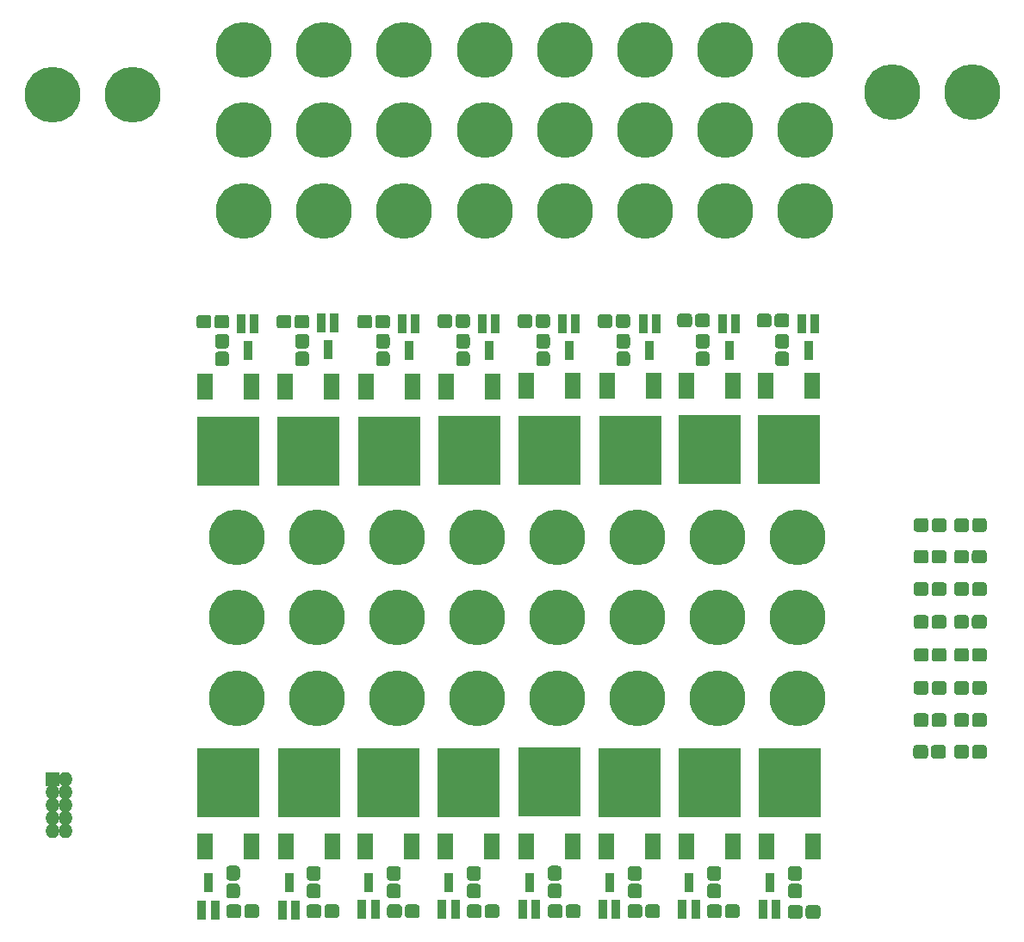
<source format=gbr>
G04 #@! TF.GenerationSoftware,KiCad,Pcbnew,(5.1.5)-2*
G04 #@! TF.CreationDate,2020-03-06T14:17:15-06:00*
G04 #@! TF.ProjectId,PatchPanel,50617463-6850-4616-9e65-6c2e6b696361,rev?*
G04 #@! TF.SameCoordinates,Original*
G04 #@! TF.FileFunction,Soldermask,Top*
G04 #@! TF.FilePolarity,Negative*
%FSLAX46Y46*%
G04 Gerber Fmt 4.6, Leading zero omitted, Abs format (unit mm)*
G04 Created by KiCad (PCBNEW (5.1.5)-2) date 2020-03-06 14:17:15*
%MOMM*%
%LPD*%
G04 APERTURE LIST*
%ADD10R,6.200000X6.800000*%
%ADD11R,1.600000X2.600000*%
%ADD12C,5.480000*%
%ADD13R,0.850000X1.900000*%
%ADD14C,0.100000*%
%ADD15R,1.400000X1.400000*%
%ADD16O,1.400000X1.400000*%
G04 APERTURE END LIST*
D10*
X103505000Y-125979500D03*
D11*
X105785000Y-132279500D03*
X101225000Y-132279500D03*
D12*
X72745000Y-101930500D03*
X72745000Y-109830500D03*
X72745000Y-117730500D03*
X120052500Y-117730500D03*
X120052500Y-109830500D03*
X120052500Y-101930500D03*
X80619000Y-101930500D03*
X80619000Y-109830500D03*
X80619000Y-117730500D03*
X112178500Y-117730500D03*
X112178500Y-109830500D03*
X112178500Y-101930500D03*
X88556500Y-101930500D03*
X88556500Y-109830500D03*
X88556500Y-117730500D03*
X104304500Y-117730500D03*
X104304500Y-109830500D03*
X104304500Y-101930500D03*
X96430500Y-101930500D03*
X96430500Y-109830500D03*
X96430500Y-117730500D03*
X112877000Y-53988000D03*
X112877000Y-61888000D03*
X112877000Y-69788000D03*
X73443500Y-69788000D03*
X73443500Y-61888000D03*
X73443500Y-53988000D03*
X105003000Y-69788000D03*
X105003000Y-61888000D03*
X105003000Y-53988000D03*
X97129000Y-53988000D03*
X97129000Y-61888000D03*
X97129000Y-69788000D03*
X89191500Y-53988000D03*
X89191500Y-61888000D03*
X89191500Y-69788000D03*
X128651000Y-69786500D03*
X128651000Y-61886500D03*
X128651000Y-53986500D03*
X81317500Y-53988000D03*
X81317500Y-61888000D03*
X81317500Y-69788000D03*
D10*
X127127000Y-126043000D03*
D11*
X129407000Y-132343000D03*
X124847000Y-132343000D03*
X129343500Y-86986000D03*
X124783500Y-86986000D03*
D10*
X127063500Y-93286000D03*
D13*
X125158500Y-135830000D03*
X125808500Y-138490000D03*
X124508500Y-138490000D03*
X128968500Y-83562500D03*
X128318500Y-80902500D03*
X129618500Y-80902500D03*
D11*
X69665500Y-132343000D03*
X74225500Y-132343000D03*
D10*
X71945500Y-126043000D03*
X71945500Y-93413000D03*
D11*
X69665500Y-87113000D03*
X74225500Y-87113000D03*
D13*
X69977000Y-135893500D03*
X70627000Y-138553500D03*
X69327000Y-138553500D03*
X74500500Y-80902500D03*
X73200500Y-80902500D03*
X73850500Y-83562500D03*
D10*
X119253000Y-126043000D03*
D11*
X121533000Y-132343000D03*
X116973000Y-132343000D03*
X121533000Y-86986000D03*
X116973000Y-86986000D03*
D10*
X119253000Y-93286000D03*
D13*
X117221000Y-135830000D03*
X117871000Y-138490000D03*
X116571000Y-138490000D03*
X121158000Y-83562500D03*
X120508000Y-80902500D03*
X121808000Y-80902500D03*
D11*
X77603000Y-132343000D03*
X82163000Y-132343000D03*
D10*
X79883000Y-126043000D03*
X79819500Y-93408500D03*
D11*
X77539500Y-87108500D03*
X82099500Y-87108500D03*
D13*
X77264500Y-138553500D03*
X78564500Y-138553500D03*
X77914500Y-135893500D03*
X81724500Y-83499000D03*
X81074500Y-80839000D03*
X82374500Y-80839000D03*
D10*
X111379000Y-126047500D03*
D11*
X113659000Y-132347500D03*
X109099000Y-132347500D03*
D10*
X111442500Y-93349500D03*
D11*
X109162500Y-87049500D03*
X113722500Y-87049500D03*
D13*
X108760500Y-138486500D03*
X110060500Y-138486500D03*
X109410500Y-135826500D03*
X113997500Y-80902500D03*
X112697500Y-80902500D03*
X113347500Y-83562500D03*
D10*
X87693500Y-126047500D03*
D11*
X89973500Y-132347500D03*
X85413500Y-132347500D03*
D10*
X87757000Y-93408500D03*
D11*
X85477000Y-87108500D03*
X90037000Y-87108500D03*
D13*
X85075000Y-138486500D03*
X86375000Y-138486500D03*
X85725000Y-135826500D03*
X89662000Y-83562500D03*
X89012000Y-80902500D03*
X90312000Y-80902500D03*
D10*
X103505000Y-93345000D03*
D11*
X101225000Y-87045000D03*
X105785000Y-87045000D03*
D13*
X100886500Y-138486500D03*
X102186500Y-138486500D03*
X101536500Y-135826500D03*
X105410000Y-83562500D03*
X104760000Y-80902500D03*
X106060000Y-80902500D03*
D11*
X93287500Y-132343000D03*
X97847500Y-132343000D03*
D10*
X95567500Y-126043000D03*
D11*
X97910000Y-87084500D03*
X93350000Y-87084500D03*
D10*
X95630000Y-93384500D03*
D13*
X92949000Y-138486500D03*
X94249000Y-138486500D03*
X93599000Y-135826500D03*
X97536000Y-83562500D03*
X96886000Y-80902500D03*
X98186000Y-80902500D03*
D14*
G36*
X129833581Y-138074125D02*
G01*
X129866343Y-138078985D01*
X129898471Y-138087033D01*
X129929656Y-138098191D01*
X129959596Y-138112352D01*
X129988005Y-138129379D01*
X130014608Y-138149109D01*
X130039149Y-138171351D01*
X130061391Y-138195892D01*
X130081121Y-138222495D01*
X130098148Y-138250904D01*
X130112309Y-138280844D01*
X130123467Y-138312029D01*
X130131515Y-138344157D01*
X130136375Y-138376919D01*
X130138000Y-138410000D01*
X130138000Y-139085000D01*
X130136375Y-139118081D01*
X130131515Y-139150843D01*
X130123467Y-139182971D01*
X130112309Y-139214156D01*
X130098148Y-139244096D01*
X130081121Y-139272505D01*
X130061391Y-139299108D01*
X130039149Y-139323649D01*
X130014608Y-139345891D01*
X129988005Y-139365621D01*
X129959596Y-139382648D01*
X129929656Y-139396809D01*
X129898471Y-139407967D01*
X129866343Y-139416015D01*
X129833581Y-139420875D01*
X129800500Y-139422500D01*
X129025500Y-139422500D01*
X128992419Y-139420875D01*
X128959657Y-139416015D01*
X128927529Y-139407967D01*
X128896344Y-139396809D01*
X128866404Y-139382648D01*
X128837995Y-139365621D01*
X128811392Y-139345891D01*
X128786851Y-139323649D01*
X128764609Y-139299108D01*
X128744879Y-139272505D01*
X128727852Y-139244096D01*
X128713691Y-139214156D01*
X128702533Y-139182971D01*
X128694485Y-139150843D01*
X128689625Y-139118081D01*
X128688000Y-139085000D01*
X128688000Y-138410000D01*
X128689625Y-138376919D01*
X128694485Y-138344157D01*
X128702533Y-138312029D01*
X128713691Y-138280844D01*
X128727852Y-138250904D01*
X128744879Y-138222495D01*
X128764609Y-138195892D01*
X128786851Y-138171351D01*
X128811392Y-138149109D01*
X128837995Y-138129379D01*
X128866404Y-138112352D01*
X128896344Y-138098191D01*
X128927529Y-138087033D01*
X128959657Y-138078985D01*
X128992419Y-138074125D01*
X129025500Y-138072500D01*
X129800500Y-138072500D01*
X129833581Y-138074125D01*
G37*
G36*
X128083581Y-138074125D02*
G01*
X128116343Y-138078985D01*
X128148471Y-138087033D01*
X128179656Y-138098191D01*
X128209596Y-138112352D01*
X128238005Y-138129379D01*
X128264608Y-138149109D01*
X128289149Y-138171351D01*
X128311391Y-138195892D01*
X128331121Y-138222495D01*
X128348148Y-138250904D01*
X128362309Y-138280844D01*
X128373467Y-138312029D01*
X128381515Y-138344157D01*
X128386375Y-138376919D01*
X128388000Y-138410000D01*
X128388000Y-139085000D01*
X128386375Y-139118081D01*
X128381515Y-139150843D01*
X128373467Y-139182971D01*
X128362309Y-139214156D01*
X128348148Y-139244096D01*
X128331121Y-139272505D01*
X128311391Y-139299108D01*
X128289149Y-139323649D01*
X128264608Y-139345891D01*
X128238005Y-139365621D01*
X128209596Y-139382648D01*
X128179656Y-139396809D01*
X128148471Y-139407967D01*
X128116343Y-139416015D01*
X128083581Y-139420875D01*
X128050500Y-139422500D01*
X127275500Y-139422500D01*
X127242419Y-139420875D01*
X127209657Y-139416015D01*
X127177529Y-139407967D01*
X127146344Y-139396809D01*
X127116404Y-139382648D01*
X127087995Y-139365621D01*
X127061392Y-139345891D01*
X127036851Y-139323649D01*
X127014609Y-139299108D01*
X126994879Y-139272505D01*
X126977852Y-139244096D01*
X126963691Y-139214156D01*
X126952533Y-139182971D01*
X126944485Y-139150843D01*
X126939625Y-139118081D01*
X126938000Y-139085000D01*
X126938000Y-138410000D01*
X126939625Y-138376919D01*
X126944485Y-138344157D01*
X126952533Y-138312029D01*
X126963691Y-138280844D01*
X126977852Y-138250904D01*
X126994879Y-138222495D01*
X127014609Y-138195892D01*
X127036851Y-138171351D01*
X127061392Y-138149109D01*
X127087995Y-138129379D01*
X127116404Y-138112352D01*
X127146344Y-138098191D01*
X127177529Y-138087033D01*
X127209657Y-138078985D01*
X127242419Y-138074125D01*
X127275500Y-138072500D01*
X128050500Y-138072500D01*
X128083581Y-138074125D01*
G37*
G36*
X125021581Y-79908125D02*
G01*
X125054343Y-79912985D01*
X125086471Y-79921033D01*
X125117656Y-79932191D01*
X125147596Y-79946352D01*
X125176005Y-79963379D01*
X125202608Y-79983109D01*
X125227149Y-80005351D01*
X125249391Y-80029892D01*
X125269121Y-80056495D01*
X125286148Y-80084904D01*
X125300309Y-80114844D01*
X125311467Y-80146029D01*
X125319515Y-80178157D01*
X125324375Y-80210919D01*
X125326000Y-80244000D01*
X125326000Y-80919000D01*
X125324375Y-80952081D01*
X125319515Y-80984843D01*
X125311467Y-81016971D01*
X125300309Y-81048156D01*
X125286148Y-81078096D01*
X125269121Y-81106505D01*
X125249391Y-81133108D01*
X125227149Y-81157649D01*
X125202608Y-81179891D01*
X125176005Y-81199621D01*
X125147596Y-81216648D01*
X125117656Y-81230809D01*
X125086471Y-81241967D01*
X125054343Y-81250015D01*
X125021581Y-81254875D01*
X124988500Y-81256500D01*
X124213500Y-81256500D01*
X124180419Y-81254875D01*
X124147657Y-81250015D01*
X124115529Y-81241967D01*
X124084344Y-81230809D01*
X124054404Y-81216648D01*
X124025995Y-81199621D01*
X123999392Y-81179891D01*
X123974851Y-81157649D01*
X123952609Y-81133108D01*
X123932879Y-81106505D01*
X123915852Y-81078096D01*
X123901691Y-81048156D01*
X123890533Y-81016971D01*
X123882485Y-80984843D01*
X123877625Y-80952081D01*
X123876000Y-80919000D01*
X123876000Y-80244000D01*
X123877625Y-80210919D01*
X123882485Y-80178157D01*
X123890533Y-80146029D01*
X123901691Y-80114844D01*
X123915852Y-80084904D01*
X123932879Y-80056495D01*
X123952609Y-80029892D01*
X123974851Y-80005351D01*
X123999392Y-79983109D01*
X124025995Y-79963379D01*
X124054404Y-79946352D01*
X124084344Y-79932191D01*
X124115529Y-79921033D01*
X124147657Y-79912985D01*
X124180419Y-79908125D01*
X124213500Y-79906500D01*
X124988500Y-79906500D01*
X125021581Y-79908125D01*
G37*
G36*
X126771581Y-79908125D02*
G01*
X126804343Y-79912985D01*
X126836471Y-79921033D01*
X126867656Y-79932191D01*
X126897596Y-79946352D01*
X126926005Y-79963379D01*
X126952608Y-79983109D01*
X126977149Y-80005351D01*
X126999391Y-80029892D01*
X127019121Y-80056495D01*
X127036148Y-80084904D01*
X127050309Y-80114844D01*
X127061467Y-80146029D01*
X127069515Y-80178157D01*
X127074375Y-80210919D01*
X127076000Y-80244000D01*
X127076000Y-80919000D01*
X127074375Y-80952081D01*
X127069515Y-80984843D01*
X127061467Y-81016971D01*
X127050309Y-81048156D01*
X127036148Y-81078096D01*
X127019121Y-81106505D01*
X126999391Y-81133108D01*
X126977149Y-81157649D01*
X126952608Y-81179891D01*
X126926005Y-81199621D01*
X126897596Y-81216648D01*
X126867656Y-81230809D01*
X126836471Y-81241967D01*
X126804343Y-81250015D01*
X126771581Y-81254875D01*
X126738500Y-81256500D01*
X125963500Y-81256500D01*
X125930419Y-81254875D01*
X125897657Y-81250015D01*
X125865529Y-81241967D01*
X125834344Y-81230809D01*
X125804404Y-81216648D01*
X125775995Y-81199621D01*
X125749392Y-81179891D01*
X125724851Y-81157649D01*
X125702609Y-81133108D01*
X125682879Y-81106505D01*
X125665852Y-81078096D01*
X125651691Y-81048156D01*
X125640533Y-81016971D01*
X125632485Y-80984843D01*
X125627625Y-80952081D01*
X125626000Y-80919000D01*
X125626000Y-80244000D01*
X125627625Y-80210919D01*
X125632485Y-80178157D01*
X125640533Y-80146029D01*
X125651691Y-80114844D01*
X125665852Y-80084904D01*
X125682879Y-80056495D01*
X125702609Y-80029892D01*
X125724851Y-80005351D01*
X125749392Y-79983109D01*
X125775995Y-79963379D01*
X125804404Y-79946352D01*
X125834344Y-79932191D01*
X125865529Y-79921033D01*
X125897657Y-79912985D01*
X125930419Y-79908125D01*
X125963500Y-79906500D01*
X126738500Y-79906500D01*
X126771581Y-79908125D01*
G37*
G36*
X128005581Y-135978125D02*
G01*
X128038343Y-135982985D01*
X128070471Y-135991033D01*
X128101656Y-136002191D01*
X128131596Y-136016352D01*
X128160005Y-136033379D01*
X128186608Y-136053109D01*
X128211149Y-136075351D01*
X128233391Y-136099892D01*
X128253121Y-136126495D01*
X128270148Y-136154904D01*
X128284309Y-136184844D01*
X128295467Y-136216029D01*
X128303515Y-136248157D01*
X128308375Y-136280919D01*
X128310000Y-136314000D01*
X128310000Y-137089000D01*
X128308375Y-137122081D01*
X128303515Y-137154843D01*
X128295467Y-137186971D01*
X128284309Y-137218156D01*
X128270148Y-137248096D01*
X128253121Y-137276505D01*
X128233391Y-137303108D01*
X128211149Y-137327649D01*
X128186608Y-137349891D01*
X128160005Y-137369621D01*
X128131596Y-137386648D01*
X128101656Y-137400809D01*
X128070471Y-137411967D01*
X128038343Y-137420015D01*
X128005581Y-137424875D01*
X127972500Y-137426500D01*
X127297500Y-137426500D01*
X127264419Y-137424875D01*
X127231657Y-137420015D01*
X127199529Y-137411967D01*
X127168344Y-137400809D01*
X127138404Y-137386648D01*
X127109995Y-137369621D01*
X127083392Y-137349891D01*
X127058851Y-137327649D01*
X127036609Y-137303108D01*
X127016879Y-137276505D01*
X126999852Y-137248096D01*
X126985691Y-137218156D01*
X126974533Y-137186971D01*
X126966485Y-137154843D01*
X126961625Y-137122081D01*
X126960000Y-137089000D01*
X126960000Y-136314000D01*
X126961625Y-136280919D01*
X126966485Y-136248157D01*
X126974533Y-136216029D01*
X126985691Y-136184844D01*
X126999852Y-136154904D01*
X127016879Y-136126495D01*
X127036609Y-136099892D01*
X127058851Y-136075351D01*
X127083392Y-136053109D01*
X127109995Y-136033379D01*
X127138404Y-136016352D01*
X127168344Y-136002191D01*
X127199529Y-135991033D01*
X127231657Y-135982985D01*
X127264419Y-135978125D01*
X127297500Y-135976500D01*
X127972500Y-135976500D01*
X128005581Y-135978125D01*
G37*
G36*
X128005581Y-134228125D02*
G01*
X128038343Y-134232985D01*
X128070471Y-134241033D01*
X128101656Y-134252191D01*
X128131596Y-134266352D01*
X128160005Y-134283379D01*
X128186608Y-134303109D01*
X128211149Y-134325351D01*
X128233391Y-134349892D01*
X128253121Y-134376495D01*
X128270148Y-134404904D01*
X128284309Y-134434844D01*
X128295467Y-134466029D01*
X128303515Y-134498157D01*
X128308375Y-134530919D01*
X128310000Y-134564000D01*
X128310000Y-135339000D01*
X128308375Y-135372081D01*
X128303515Y-135404843D01*
X128295467Y-135436971D01*
X128284309Y-135468156D01*
X128270148Y-135498096D01*
X128253121Y-135526505D01*
X128233391Y-135553108D01*
X128211149Y-135577649D01*
X128186608Y-135599891D01*
X128160005Y-135619621D01*
X128131596Y-135636648D01*
X128101656Y-135650809D01*
X128070471Y-135661967D01*
X128038343Y-135670015D01*
X128005581Y-135674875D01*
X127972500Y-135676500D01*
X127297500Y-135676500D01*
X127264419Y-135674875D01*
X127231657Y-135670015D01*
X127199529Y-135661967D01*
X127168344Y-135650809D01*
X127138404Y-135636648D01*
X127109995Y-135619621D01*
X127083392Y-135599891D01*
X127058851Y-135577649D01*
X127036609Y-135553108D01*
X127016879Y-135526505D01*
X126999852Y-135498096D01*
X126985691Y-135468156D01*
X126974533Y-135436971D01*
X126966485Y-135404843D01*
X126961625Y-135372081D01*
X126960000Y-135339000D01*
X126960000Y-134564000D01*
X126961625Y-134530919D01*
X126966485Y-134498157D01*
X126974533Y-134466029D01*
X126985691Y-134434844D01*
X126999852Y-134404904D01*
X127016879Y-134376495D01*
X127036609Y-134349892D01*
X127058851Y-134325351D01*
X127083392Y-134303109D01*
X127109995Y-134283379D01*
X127138404Y-134266352D01*
X127168344Y-134252191D01*
X127199529Y-134241033D01*
X127231657Y-134232985D01*
X127264419Y-134228125D01*
X127297500Y-134226500D01*
X127972500Y-134226500D01*
X128005581Y-134228125D01*
G37*
G36*
X126735581Y-81904125D02*
G01*
X126768343Y-81908985D01*
X126800471Y-81917033D01*
X126831656Y-81928191D01*
X126861596Y-81942352D01*
X126890005Y-81959379D01*
X126916608Y-81979109D01*
X126941149Y-82001351D01*
X126963391Y-82025892D01*
X126983121Y-82052495D01*
X127000148Y-82080904D01*
X127014309Y-82110844D01*
X127025467Y-82142029D01*
X127033515Y-82174157D01*
X127038375Y-82206919D01*
X127040000Y-82240000D01*
X127040000Y-83015000D01*
X127038375Y-83048081D01*
X127033515Y-83080843D01*
X127025467Y-83112971D01*
X127014309Y-83144156D01*
X127000148Y-83174096D01*
X126983121Y-83202505D01*
X126963391Y-83229108D01*
X126941149Y-83253649D01*
X126916608Y-83275891D01*
X126890005Y-83295621D01*
X126861596Y-83312648D01*
X126831656Y-83326809D01*
X126800471Y-83337967D01*
X126768343Y-83346015D01*
X126735581Y-83350875D01*
X126702500Y-83352500D01*
X126027500Y-83352500D01*
X125994419Y-83350875D01*
X125961657Y-83346015D01*
X125929529Y-83337967D01*
X125898344Y-83326809D01*
X125868404Y-83312648D01*
X125839995Y-83295621D01*
X125813392Y-83275891D01*
X125788851Y-83253649D01*
X125766609Y-83229108D01*
X125746879Y-83202505D01*
X125729852Y-83174096D01*
X125715691Y-83144156D01*
X125704533Y-83112971D01*
X125696485Y-83080843D01*
X125691625Y-83048081D01*
X125690000Y-83015000D01*
X125690000Y-82240000D01*
X125691625Y-82206919D01*
X125696485Y-82174157D01*
X125704533Y-82142029D01*
X125715691Y-82110844D01*
X125729852Y-82080904D01*
X125746879Y-82052495D01*
X125766609Y-82025892D01*
X125788851Y-82001351D01*
X125813392Y-81979109D01*
X125839995Y-81959379D01*
X125868404Y-81942352D01*
X125898344Y-81928191D01*
X125929529Y-81917033D01*
X125961657Y-81908985D01*
X125994419Y-81904125D01*
X126027500Y-81902500D01*
X126702500Y-81902500D01*
X126735581Y-81904125D01*
G37*
G36*
X126735581Y-83654125D02*
G01*
X126768343Y-83658985D01*
X126800471Y-83667033D01*
X126831656Y-83678191D01*
X126861596Y-83692352D01*
X126890005Y-83709379D01*
X126916608Y-83729109D01*
X126941149Y-83751351D01*
X126963391Y-83775892D01*
X126983121Y-83802495D01*
X127000148Y-83830904D01*
X127014309Y-83860844D01*
X127025467Y-83892029D01*
X127033515Y-83924157D01*
X127038375Y-83956919D01*
X127040000Y-83990000D01*
X127040000Y-84765000D01*
X127038375Y-84798081D01*
X127033515Y-84830843D01*
X127025467Y-84862971D01*
X127014309Y-84894156D01*
X127000148Y-84924096D01*
X126983121Y-84952505D01*
X126963391Y-84979108D01*
X126941149Y-85003649D01*
X126916608Y-85025891D01*
X126890005Y-85045621D01*
X126861596Y-85062648D01*
X126831656Y-85076809D01*
X126800471Y-85087967D01*
X126768343Y-85096015D01*
X126735581Y-85100875D01*
X126702500Y-85102500D01*
X126027500Y-85102500D01*
X125994419Y-85100875D01*
X125961657Y-85096015D01*
X125929529Y-85087967D01*
X125898344Y-85076809D01*
X125868404Y-85062648D01*
X125839995Y-85045621D01*
X125813392Y-85025891D01*
X125788851Y-85003649D01*
X125766609Y-84979108D01*
X125746879Y-84952505D01*
X125729852Y-84924096D01*
X125715691Y-84894156D01*
X125704533Y-84862971D01*
X125696485Y-84830843D01*
X125691625Y-84798081D01*
X125690000Y-84765000D01*
X125690000Y-83990000D01*
X125691625Y-83956919D01*
X125696485Y-83924157D01*
X125704533Y-83892029D01*
X125715691Y-83860844D01*
X125729852Y-83830904D01*
X125746879Y-83802495D01*
X125766609Y-83775892D01*
X125788851Y-83751351D01*
X125813392Y-83729109D01*
X125839995Y-83709379D01*
X125868404Y-83692352D01*
X125898344Y-83678191D01*
X125929529Y-83667033D01*
X125961657Y-83658985D01*
X125994419Y-83654125D01*
X126027500Y-83652500D01*
X126702500Y-83652500D01*
X126735581Y-83654125D01*
G37*
G36*
X74638081Y-138010625D02*
G01*
X74670843Y-138015485D01*
X74702971Y-138023533D01*
X74734156Y-138034691D01*
X74764096Y-138048852D01*
X74792505Y-138065879D01*
X74819108Y-138085609D01*
X74843649Y-138107851D01*
X74865891Y-138132392D01*
X74885621Y-138158995D01*
X74902648Y-138187404D01*
X74916809Y-138217344D01*
X74927967Y-138248529D01*
X74936015Y-138280657D01*
X74940875Y-138313419D01*
X74942500Y-138346500D01*
X74942500Y-139021500D01*
X74940875Y-139054581D01*
X74936015Y-139087343D01*
X74927967Y-139119471D01*
X74916809Y-139150656D01*
X74902648Y-139180596D01*
X74885621Y-139209005D01*
X74865891Y-139235608D01*
X74843649Y-139260149D01*
X74819108Y-139282391D01*
X74792505Y-139302121D01*
X74764096Y-139319148D01*
X74734156Y-139333309D01*
X74702971Y-139344467D01*
X74670843Y-139352515D01*
X74638081Y-139357375D01*
X74605000Y-139359000D01*
X73830000Y-139359000D01*
X73796919Y-139357375D01*
X73764157Y-139352515D01*
X73732029Y-139344467D01*
X73700844Y-139333309D01*
X73670904Y-139319148D01*
X73642495Y-139302121D01*
X73615892Y-139282391D01*
X73591351Y-139260149D01*
X73569109Y-139235608D01*
X73549379Y-139209005D01*
X73532352Y-139180596D01*
X73518191Y-139150656D01*
X73507033Y-139119471D01*
X73498985Y-139087343D01*
X73494125Y-139054581D01*
X73492500Y-139021500D01*
X73492500Y-138346500D01*
X73494125Y-138313419D01*
X73498985Y-138280657D01*
X73507033Y-138248529D01*
X73518191Y-138217344D01*
X73532352Y-138187404D01*
X73549379Y-138158995D01*
X73569109Y-138132392D01*
X73591351Y-138107851D01*
X73615892Y-138085609D01*
X73642495Y-138065879D01*
X73670904Y-138048852D01*
X73700844Y-138034691D01*
X73732029Y-138023533D01*
X73764157Y-138015485D01*
X73796919Y-138010625D01*
X73830000Y-138009000D01*
X74605000Y-138009000D01*
X74638081Y-138010625D01*
G37*
G36*
X72888081Y-138010625D02*
G01*
X72920843Y-138015485D01*
X72952971Y-138023533D01*
X72984156Y-138034691D01*
X73014096Y-138048852D01*
X73042505Y-138065879D01*
X73069108Y-138085609D01*
X73093649Y-138107851D01*
X73115891Y-138132392D01*
X73135621Y-138158995D01*
X73152648Y-138187404D01*
X73166809Y-138217344D01*
X73177967Y-138248529D01*
X73186015Y-138280657D01*
X73190875Y-138313419D01*
X73192500Y-138346500D01*
X73192500Y-139021500D01*
X73190875Y-139054581D01*
X73186015Y-139087343D01*
X73177967Y-139119471D01*
X73166809Y-139150656D01*
X73152648Y-139180596D01*
X73135621Y-139209005D01*
X73115891Y-139235608D01*
X73093649Y-139260149D01*
X73069108Y-139282391D01*
X73042505Y-139302121D01*
X73014096Y-139319148D01*
X72984156Y-139333309D01*
X72952971Y-139344467D01*
X72920843Y-139352515D01*
X72888081Y-139357375D01*
X72855000Y-139359000D01*
X72080000Y-139359000D01*
X72046919Y-139357375D01*
X72014157Y-139352515D01*
X71982029Y-139344467D01*
X71950844Y-139333309D01*
X71920904Y-139319148D01*
X71892495Y-139302121D01*
X71865892Y-139282391D01*
X71841351Y-139260149D01*
X71819109Y-139235608D01*
X71799379Y-139209005D01*
X71782352Y-139180596D01*
X71768191Y-139150656D01*
X71757033Y-139119471D01*
X71748985Y-139087343D01*
X71744125Y-139054581D01*
X71742500Y-139021500D01*
X71742500Y-138346500D01*
X71744125Y-138313419D01*
X71748985Y-138280657D01*
X71757033Y-138248529D01*
X71768191Y-138217344D01*
X71782352Y-138187404D01*
X71799379Y-138158995D01*
X71819109Y-138132392D01*
X71841351Y-138107851D01*
X71865892Y-138085609D01*
X71892495Y-138065879D01*
X71920904Y-138048852D01*
X71950844Y-138034691D01*
X71982029Y-138023533D01*
X72014157Y-138015485D01*
X72046919Y-138010625D01*
X72080000Y-138009000D01*
X72855000Y-138009000D01*
X72888081Y-138010625D01*
G37*
G36*
X71703081Y-80035125D02*
G01*
X71735843Y-80039985D01*
X71767971Y-80048033D01*
X71799156Y-80059191D01*
X71829096Y-80073352D01*
X71857505Y-80090379D01*
X71884108Y-80110109D01*
X71908649Y-80132351D01*
X71930891Y-80156892D01*
X71950621Y-80183495D01*
X71967648Y-80211904D01*
X71981809Y-80241844D01*
X71992967Y-80273029D01*
X72001015Y-80305157D01*
X72005875Y-80337919D01*
X72007500Y-80371000D01*
X72007500Y-81046000D01*
X72005875Y-81079081D01*
X72001015Y-81111843D01*
X71992967Y-81143971D01*
X71981809Y-81175156D01*
X71967648Y-81205096D01*
X71950621Y-81233505D01*
X71930891Y-81260108D01*
X71908649Y-81284649D01*
X71884108Y-81306891D01*
X71857505Y-81326621D01*
X71829096Y-81343648D01*
X71799156Y-81357809D01*
X71767971Y-81368967D01*
X71735843Y-81377015D01*
X71703081Y-81381875D01*
X71670000Y-81383500D01*
X70895000Y-81383500D01*
X70861919Y-81381875D01*
X70829157Y-81377015D01*
X70797029Y-81368967D01*
X70765844Y-81357809D01*
X70735904Y-81343648D01*
X70707495Y-81326621D01*
X70680892Y-81306891D01*
X70656351Y-81284649D01*
X70634109Y-81260108D01*
X70614379Y-81233505D01*
X70597352Y-81205096D01*
X70583191Y-81175156D01*
X70572033Y-81143971D01*
X70563985Y-81111843D01*
X70559125Y-81079081D01*
X70557500Y-81046000D01*
X70557500Y-80371000D01*
X70559125Y-80337919D01*
X70563985Y-80305157D01*
X70572033Y-80273029D01*
X70583191Y-80241844D01*
X70597352Y-80211904D01*
X70614379Y-80183495D01*
X70634109Y-80156892D01*
X70656351Y-80132351D01*
X70680892Y-80110109D01*
X70707495Y-80090379D01*
X70735904Y-80073352D01*
X70765844Y-80059191D01*
X70797029Y-80048033D01*
X70829157Y-80039985D01*
X70861919Y-80035125D01*
X70895000Y-80033500D01*
X71670000Y-80033500D01*
X71703081Y-80035125D01*
G37*
G36*
X69953081Y-80035125D02*
G01*
X69985843Y-80039985D01*
X70017971Y-80048033D01*
X70049156Y-80059191D01*
X70079096Y-80073352D01*
X70107505Y-80090379D01*
X70134108Y-80110109D01*
X70158649Y-80132351D01*
X70180891Y-80156892D01*
X70200621Y-80183495D01*
X70217648Y-80211904D01*
X70231809Y-80241844D01*
X70242967Y-80273029D01*
X70251015Y-80305157D01*
X70255875Y-80337919D01*
X70257500Y-80371000D01*
X70257500Y-81046000D01*
X70255875Y-81079081D01*
X70251015Y-81111843D01*
X70242967Y-81143971D01*
X70231809Y-81175156D01*
X70217648Y-81205096D01*
X70200621Y-81233505D01*
X70180891Y-81260108D01*
X70158649Y-81284649D01*
X70134108Y-81306891D01*
X70107505Y-81326621D01*
X70079096Y-81343648D01*
X70049156Y-81357809D01*
X70017971Y-81368967D01*
X69985843Y-81377015D01*
X69953081Y-81381875D01*
X69920000Y-81383500D01*
X69145000Y-81383500D01*
X69111919Y-81381875D01*
X69079157Y-81377015D01*
X69047029Y-81368967D01*
X69015844Y-81357809D01*
X68985904Y-81343648D01*
X68957495Y-81326621D01*
X68930892Y-81306891D01*
X68906351Y-81284649D01*
X68884109Y-81260108D01*
X68864379Y-81233505D01*
X68847352Y-81205096D01*
X68833191Y-81175156D01*
X68822033Y-81143971D01*
X68813985Y-81111843D01*
X68809125Y-81079081D01*
X68807500Y-81046000D01*
X68807500Y-80371000D01*
X68809125Y-80337919D01*
X68813985Y-80305157D01*
X68822033Y-80273029D01*
X68833191Y-80241844D01*
X68847352Y-80211904D01*
X68864379Y-80183495D01*
X68884109Y-80156892D01*
X68906351Y-80132351D01*
X68930892Y-80110109D01*
X68957495Y-80090379D01*
X68985904Y-80073352D01*
X69015844Y-80059191D01*
X69047029Y-80048033D01*
X69079157Y-80039985D01*
X69111919Y-80035125D01*
X69145000Y-80033500D01*
X69920000Y-80033500D01*
X69953081Y-80035125D01*
G37*
G36*
X72760581Y-135964125D02*
G01*
X72793343Y-135968985D01*
X72825471Y-135977033D01*
X72856656Y-135988191D01*
X72886596Y-136002352D01*
X72915005Y-136019379D01*
X72941608Y-136039109D01*
X72966149Y-136061351D01*
X72988391Y-136085892D01*
X73008121Y-136112495D01*
X73025148Y-136140904D01*
X73039309Y-136170844D01*
X73050467Y-136202029D01*
X73058515Y-136234157D01*
X73063375Y-136266919D01*
X73065000Y-136300000D01*
X73065000Y-137075000D01*
X73063375Y-137108081D01*
X73058515Y-137140843D01*
X73050467Y-137172971D01*
X73039309Y-137204156D01*
X73025148Y-137234096D01*
X73008121Y-137262505D01*
X72988391Y-137289108D01*
X72966149Y-137313649D01*
X72941608Y-137335891D01*
X72915005Y-137355621D01*
X72886596Y-137372648D01*
X72856656Y-137386809D01*
X72825471Y-137397967D01*
X72793343Y-137406015D01*
X72760581Y-137410875D01*
X72727500Y-137412500D01*
X72052500Y-137412500D01*
X72019419Y-137410875D01*
X71986657Y-137406015D01*
X71954529Y-137397967D01*
X71923344Y-137386809D01*
X71893404Y-137372648D01*
X71864995Y-137355621D01*
X71838392Y-137335891D01*
X71813851Y-137313649D01*
X71791609Y-137289108D01*
X71771879Y-137262505D01*
X71754852Y-137234096D01*
X71740691Y-137204156D01*
X71729533Y-137172971D01*
X71721485Y-137140843D01*
X71716625Y-137108081D01*
X71715000Y-137075000D01*
X71715000Y-136300000D01*
X71716625Y-136266919D01*
X71721485Y-136234157D01*
X71729533Y-136202029D01*
X71740691Y-136170844D01*
X71754852Y-136140904D01*
X71771879Y-136112495D01*
X71791609Y-136085892D01*
X71813851Y-136061351D01*
X71838392Y-136039109D01*
X71864995Y-136019379D01*
X71893404Y-136002352D01*
X71923344Y-135988191D01*
X71954529Y-135977033D01*
X71986657Y-135968985D01*
X72019419Y-135964125D01*
X72052500Y-135962500D01*
X72727500Y-135962500D01*
X72760581Y-135964125D01*
G37*
G36*
X72760581Y-134214125D02*
G01*
X72793343Y-134218985D01*
X72825471Y-134227033D01*
X72856656Y-134238191D01*
X72886596Y-134252352D01*
X72915005Y-134269379D01*
X72941608Y-134289109D01*
X72966149Y-134311351D01*
X72988391Y-134335892D01*
X73008121Y-134362495D01*
X73025148Y-134390904D01*
X73039309Y-134420844D01*
X73050467Y-134452029D01*
X73058515Y-134484157D01*
X73063375Y-134516919D01*
X73065000Y-134550000D01*
X73065000Y-135325000D01*
X73063375Y-135358081D01*
X73058515Y-135390843D01*
X73050467Y-135422971D01*
X73039309Y-135454156D01*
X73025148Y-135484096D01*
X73008121Y-135512505D01*
X72988391Y-135539108D01*
X72966149Y-135563649D01*
X72941608Y-135585891D01*
X72915005Y-135605621D01*
X72886596Y-135622648D01*
X72856656Y-135636809D01*
X72825471Y-135647967D01*
X72793343Y-135656015D01*
X72760581Y-135660875D01*
X72727500Y-135662500D01*
X72052500Y-135662500D01*
X72019419Y-135660875D01*
X71986657Y-135656015D01*
X71954529Y-135647967D01*
X71923344Y-135636809D01*
X71893404Y-135622648D01*
X71864995Y-135605621D01*
X71838392Y-135585891D01*
X71813851Y-135563649D01*
X71791609Y-135539108D01*
X71771879Y-135512505D01*
X71754852Y-135484096D01*
X71740691Y-135454156D01*
X71729533Y-135422971D01*
X71721485Y-135390843D01*
X71716625Y-135358081D01*
X71715000Y-135325000D01*
X71715000Y-134550000D01*
X71716625Y-134516919D01*
X71721485Y-134484157D01*
X71729533Y-134452029D01*
X71740691Y-134420844D01*
X71754852Y-134390904D01*
X71771879Y-134362495D01*
X71791609Y-134335892D01*
X71813851Y-134311351D01*
X71838392Y-134289109D01*
X71864995Y-134269379D01*
X71893404Y-134252352D01*
X71923344Y-134238191D01*
X71954529Y-134227033D01*
X71986657Y-134218985D01*
X72019419Y-134214125D01*
X72052500Y-134212500D01*
X72727500Y-134212500D01*
X72760581Y-134214125D01*
G37*
G36*
X71681081Y-81904125D02*
G01*
X71713843Y-81908985D01*
X71745971Y-81917033D01*
X71777156Y-81928191D01*
X71807096Y-81942352D01*
X71835505Y-81959379D01*
X71862108Y-81979109D01*
X71886649Y-82001351D01*
X71908891Y-82025892D01*
X71928621Y-82052495D01*
X71945648Y-82080904D01*
X71959809Y-82110844D01*
X71970967Y-82142029D01*
X71979015Y-82174157D01*
X71983875Y-82206919D01*
X71985500Y-82240000D01*
X71985500Y-83015000D01*
X71983875Y-83048081D01*
X71979015Y-83080843D01*
X71970967Y-83112971D01*
X71959809Y-83144156D01*
X71945648Y-83174096D01*
X71928621Y-83202505D01*
X71908891Y-83229108D01*
X71886649Y-83253649D01*
X71862108Y-83275891D01*
X71835505Y-83295621D01*
X71807096Y-83312648D01*
X71777156Y-83326809D01*
X71745971Y-83337967D01*
X71713843Y-83346015D01*
X71681081Y-83350875D01*
X71648000Y-83352500D01*
X70973000Y-83352500D01*
X70939919Y-83350875D01*
X70907157Y-83346015D01*
X70875029Y-83337967D01*
X70843844Y-83326809D01*
X70813904Y-83312648D01*
X70785495Y-83295621D01*
X70758892Y-83275891D01*
X70734351Y-83253649D01*
X70712109Y-83229108D01*
X70692379Y-83202505D01*
X70675352Y-83174096D01*
X70661191Y-83144156D01*
X70650033Y-83112971D01*
X70641985Y-83080843D01*
X70637125Y-83048081D01*
X70635500Y-83015000D01*
X70635500Y-82240000D01*
X70637125Y-82206919D01*
X70641985Y-82174157D01*
X70650033Y-82142029D01*
X70661191Y-82110844D01*
X70675352Y-82080904D01*
X70692379Y-82052495D01*
X70712109Y-82025892D01*
X70734351Y-82001351D01*
X70758892Y-81979109D01*
X70785495Y-81959379D01*
X70813904Y-81942352D01*
X70843844Y-81928191D01*
X70875029Y-81917033D01*
X70907157Y-81908985D01*
X70939919Y-81904125D01*
X70973000Y-81902500D01*
X71648000Y-81902500D01*
X71681081Y-81904125D01*
G37*
G36*
X71681081Y-83654125D02*
G01*
X71713843Y-83658985D01*
X71745971Y-83667033D01*
X71777156Y-83678191D01*
X71807096Y-83692352D01*
X71835505Y-83709379D01*
X71862108Y-83729109D01*
X71886649Y-83751351D01*
X71908891Y-83775892D01*
X71928621Y-83802495D01*
X71945648Y-83830904D01*
X71959809Y-83860844D01*
X71970967Y-83892029D01*
X71979015Y-83924157D01*
X71983875Y-83956919D01*
X71985500Y-83990000D01*
X71985500Y-84765000D01*
X71983875Y-84798081D01*
X71979015Y-84830843D01*
X71970967Y-84862971D01*
X71959809Y-84894156D01*
X71945648Y-84924096D01*
X71928621Y-84952505D01*
X71908891Y-84979108D01*
X71886649Y-85003649D01*
X71862108Y-85025891D01*
X71835505Y-85045621D01*
X71807096Y-85062648D01*
X71777156Y-85076809D01*
X71745971Y-85087967D01*
X71713843Y-85096015D01*
X71681081Y-85100875D01*
X71648000Y-85102500D01*
X70973000Y-85102500D01*
X70939919Y-85100875D01*
X70907157Y-85096015D01*
X70875029Y-85087967D01*
X70843844Y-85076809D01*
X70813904Y-85062648D01*
X70785495Y-85045621D01*
X70758892Y-85025891D01*
X70734351Y-85003649D01*
X70712109Y-84979108D01*
X70692379Y-84952505D01*
X70675352Y-84924096D01*
X70661191Y-84894156D01*
X70650033Y-84862971D01*
X70641985Y-84830843D01*
X70637125Y-84798081D01*
X70635500Y-84765000D01*
X70635500Y-83990000D01*
X70637125Y-83956919D01*
X70641985Y-83924157D01*
X70650033Y-83892029D01*
X70661191Y-83860844D01*
X70675352Y-83830904D01*
X70692379Y-83802495D01*
X70712109Y-83775892D01*
X70734351Y-83751351D01*
X70758892Y-83729109D01*
X70785495Y-83709379D01*
X70813904Y-83692352D01*
X70843844Y-83678191D01*
X70875029Y-83667033D01*
X70907157Y-83658985D01*
X70939919Y-83654125D01*
X70973000Y-83652500D01*
X71648000Y-83652500D01*
X71681081Y-83654125D01*
G37*
G36*
X121882081Y-138010625D02*
G01*
X121914843Y-138015485D01*
X121946971Y-138023533D01*
X121978156Y-138034691D01*
X122008096Y-138048852D01*
X122036505Y-138065879D01*
X122063108Y-138085609D01*
X122087649Y-138107851D01*
X122109891Y-138132392D01*
X122129621Y-138158995D01*
X122146648Y-138187404D01*
X122160809Y-138217344D01*
X122171967Y-138248529D01*
X122180015Y-138280657D01*
X122184875Y-138313419D01*
X122186500Y-138346500D01*
X122186500Y-139021500D01*
X122184875Y-139054581D01*
X122180015Y-139087343D01*
X122171967Y-139119471D01*
X122160809Y-139150656D01*
X122146648Y-139180596D01*
X122129621Y-139209005D01*
X122109891Y-139235608D01*
X122087649Y-139260149D01*
X122063108Y-139282391D01*
X122036505Y-139302121D01*
X122008096Y-139319148D01*
X121978156Y-139333309D01*
X121946971Y-139344467D01*
X121914843Y-139352515D01*
X121882081Y-139357375D01*
X121849000Y-139359000D01*
X121074000Y-139359000D01*
X121040919Y-139357375D01*
X121008157Y-139352515D01*
X120976029Y-139344467D01*
X120944844Y-139333309D01*
X120914904Y-139319148D01*
X120886495Y-139302121D01*
X120859892Y-139282391D01*
X120835351Y-139260149D01*
X120813109Y-139235608D01*
X120793379Y-139209005D01*
X120776352Y-139180596D01*
X120762191Y-139150656D01*
X120751033Y-139119471D01*
X120742985Y-139087343D01*
X120738125Y-139054581D01*
X120736500Y-139021500D01*
X120736500Y-138346500D01*
X120738125Y-138313419D01*
X120742985Y-138280657D01*
X120751033Y-138248529D01*
X120762191Y-138217344D01*
X120776352Y-138187404D01*
X120793379Y-138158995D01*
X120813109Y-138132392D01*
X120835351Y-138107851D01*
X120859892Y-138085609D01*
X120886495Y-138065879D01*
X120914904Y-138048852D01*
X120944844Y-138034691D01*
X120976029Y-138023533D01*
X121008157Y-138015485D01*
X121040919Y-138010625D01*
X121074000Y-138009000D01*
X121849000Y-138009000D01*
X121882081Y-138010625D01*
G37*
G36*
X120132081Y-138010625D02*
G01*
X120164843Y-138015485D01*
X120196971Y-138023533D01*
X120228156Y-138034691D01*
X120258096Y-138048852D01*
X120286505Y-138065879D01*
X120313108Y-138085609D01*
X120337649Y-138107851D01*
X120359891Y-138132392D01*
X120379621Y-138158995D01*
X120396648Y-138187404D01*
X120410809Y-138217344D01*
X120421967Y-138248529D01*
X120430015Y-138280657D01*
X120434875Y-138313419D01*
X120436500Y-138346500D01*
X120436500Y-139021500D01*
X120434875Y-139054581D01*
X120430015Y-139087343D01*
X120421967Y-139119471D01*
X120410809Y-139150656D01*
X120396648Y-139180596D01*
X120379621Y-139209005D01*
X120359891Y-139235608D01*
X120337649Y-139260149D01*
X120313108Y-139282391D01*
X120286505Y-139302121D01*
X120258096Y-139319148D01*
X120228156Y-139333309D01*
X120196971Y-139344467D01*
X120164843Y-139352515D01*
X120132081Y-139357375D01*
X120099000Y-139359000D01*
X119324000Y-139359000D01*
X119290919Y-139357375D01*
X119258157Y-139352515D01*
X119226029Y-139344467D01*
X119194844Y-139333309D01*
X119164904Y-139319148D01*
X119136495Y-139302121D01*
X119109892Y-139282391D01*
X119085351Y-139260149D01*
X119063109Y-139235608D01*
X119043379Y-139209005D01*
X119026352Y-139180596D01*
X119012191Y-139150656D01*
X119001033Y-139119471D01*
X118992985Y-139087343D01*
X118988125Y-139054581D01*
X118986500Y-139021500D01*
X118986500Y-138346500D01*
X118988125Y-138313419D01*
X118992985Y-138280657D01*
X119001033Y-138248529D01*
X119012191Y-138217344D01*
X119026352Y-138187404D01*
X119043379Y-138158995D01*
X119063109Y-138132392D01*
X119085351Y-138107851D01*
X119109892Y-138085609D01*
X119136495Y-138065879D01*
X119164904Y-138048852D01*
X119194844Y-138034691D01*
X119226029Y-138023533D01*
X119258157Y-138015485D01*
X119290919Y-138010625D01*
X119324000Y-138009000D01*
X120099000Y-138009000D01*
X120132081Y-138010625D01*
G37*
G36*
X118961081Y-79908125D02*
G01*
X118993843Y-79912985D01*
X119025971Y-79921033D01*
X119057156Y-79932191D01*
X119087096Y-79946352D01*
X119115505Y-79963379D01*
X119142108Y-79983109D01*
X119166649Y-80005351D01*
X119188891Y-80029892D01*
X119208621Y-80056495D01*
X119225648Y-80084904D01*
X119239809Y-80114844D01*
X119250967Y-80146029D01*
X119259015Y-80178157D01*
X119263875Y-80210919D01*
X119265500Y-80244000D01*
X119265500Y-80919000D01*
X119263875Y-80952081D01*
X119259015Y-80984843D01*
X119250967Y-81016971D01*
X119239809Y-81048156D01*
X119225648Y-81078096D01*
X119208621Y-81106505D01*
X119188891Y-81133108D01*
X119166649Y-81157649D01*
X119142108Y-81179891D01*
X119115505Y-81199621D01*
X119087096Y-81216648D01*
X119057156Y-81230809D01*
X119025971Y-81241967D01*
X118993843Y-81250015D01*
X118961081Y-81254875D01*
X118928000Y-81256500D01*
X118153000Y-81256500D01*
X118119919Y-81254875D01*
X118087157Y-81250015D01*
X118055029Y-81241967D01*
X118023844Y-81230809D01*
X117993904Y-81216648D01*
X117965495Y-81199621D01*
X117938892Y-81179891D01*
X117914351Y-81157649D01*
X117892109Y-81133108D01*
X117872379Y-81106505D01*
X117855352Y-81078096D01*
X117841191Y-81048156D01*
X117830033Y-81016971D01*
X117821985Y-80984843D01*
X117817125Y-80952081D01*
X117815500Y-80919000D01*
X117815500Y-80244000D01*
X117817125Y-80210919D01*
X117821985Y-80178157D01*
X117830033Y-80146029D01*
X117841191Y-80114844D01*
X117855352Y-80084904D01*
X117872379Y-80056495D01*
X117892109Y-80029892D01*
X117914351Y-80005351D01*
X117938892Y-79983109D01*
X117965495Y-79963379D01*
X117993904Y-79946352D01*
X118023844Y-79932191D01*
X118055029Y-79921033D01*
X118087157Y-79912985D01*
X118119919Y-79908125D01*
X118153000Y-79906500D01*
X118928000Y-79906500D01*
X118961081Y-79908125D01*
G37*
G36*
X117211081Y-79908125D02*
G01*
X117243843Y-79912985D01*
X117275971Y-79921033D01*
X117307156Y-79932191D01*
X117337096Y-79946352D01*
X117365505Y-79963379D01*
X117392108Y-79983109D01*
X117416649Y-80005351D01*
X117438891Y-80029892D01*
X117458621Y-80056495D01*
X117475648Y-80084904D01*
X117489809Y-80114844D01*
X117500967Y-80146029D01*
X117509015Y-80178157D01*
X117513875Y-80210919D01*
X117515500Y-80244000D01*
X117515500Y-80919000D01*
X117513875Y-80952081D01*
X117509015Y-80984843D01*
X117500967Y-81016971D01*
X117489809Y-81048156D01*
X117475648Y-81078096D01*
X117458621Y-81106505D01*
X117438891Y-81133108D01*
X117416649Y-81157649D01*
X117392108Y-81179891D01*
X117365505Y-81199621D01*
X117337096Y-81216648D01*
X117307156Y-81230809D01*
X117275971Y-81241967D01*
X117243843Y-81250015D01*
X117211081Y-81254875D01*
X117178000Y-81256500D01*
X116403000Y-81256500D01*
X116369919Y-81254875D01*
X116337157Y-81250015D01*
X116305029Y-81241967D01*
X116273844Y-81230809D01*
X116243904Y-81216648D01*
X116215495Y-81199621D01*
X116188892Y-81179891D01*
X116164351Y-81157649D01*
X116142109Y-81133108D01*
X116122379Y-81106505D01*
X116105352Y-81078096D01*
X116091191Y-81048156D01*
X116080033Y-81016971D01*
X116071985Y-80984843D01*
X116067125Y-80952081D01*
X116065500Y-80919000D01*
X116065500Y-80244000D01*
X116067125Y-80210919D01*
X116071985Y-80178157D01*
X116080033Y-80146029D01*
X116091191Y-80114844D01*
X116105352Y-80084904D01*
X116122379Y-80056495D01*
X116142109Y-80029892D01*
X116164351Y-80005351D01*
X116188892Y-79983109D01*
X116215495Y-79963379D01*
X116243904Y-79946352D01*
X116273844Y-79932191D01*
X116305029Y-79921033D01*
X116337157Y-79912985D01*
X116369919Y-79908125D01*
X116403000Y-79906500D01*
X117178000Y-79906500D01*
X117211081Y-79908125D01*
G37*
G36*
X120068081Y-135978125D02*
G01*
X120100843Y-135982985D01*
X120132971Y-135991033D01*
X120164156Y-136002191D01*
X120194096Y-136016352D01*
X120222505Y-136033379D01*
X120249108Y-136053109D01*
X120273649Y-136075351D01*
X120295891Y-136099892D01*
X120315621Y-136126495D01*
X120332648Y-136154904D01*
X120346809Y-136184844D01*
X120357967Y-136216029D01*
X120366015Y-136248157D01*
X120370875Y-136280919D01*
X120372500Y-136314000D01*
X120372500Y-137089000D01*
X120370875Y-137122081D01*
X120366015Y-137154843D01*
X120357967Y-137186971D01*
X120346809Y-137218156D01*
X120332648Y-137248096D01*
X120315621Y-137276505D01*
X120295891Y-137303108D01*
X120273649Y-137327649D01*
X120249108Y-137349891D01*
X120222505Y-137369621D01*
X120194096Y-137386648D01*
X120164156Y-137400809D01*
X120132971Y-137411967D01*
X120100843Y-137420015D01*
X120068081Y-137424875D01*
X120035000Y-137426500D01*
X119360000Y-137426500D01*
X119326919Y-137424875D01*
X119294157Y-137420015D01*
X119262029Y-137411967D01*
X119230844Y-137400809D01*
X119200904Y-137386648D01*
X119172495Y-137369621D01*
X119145892Y-137349891D01*
X119121351Y-137327649D01*
X119099109Y-137303108D01*
X119079379Y-137276505D01*
X119062352Y-137248096D01*
X119048191Y-137218156D01*
X119037033Y-137186971D01*
X119028985Y-137154843D01*
X119024125Y-137122081D01*
X119022500Y-137089000D01*
X119022500Y-136314000D01*
X119024125Y-136280919D01*
X119028985Y-136248157D01*
X119037033Y-136216029D01*
X119048191Y-136184844D01*
X119062352Y-136154904D01*
X119079379Y-136126495D01*
X119099109Y-136099892D01*
X119121351Y-136075351D01*
X119145892Y-136053109D01*
X119172495Y-136033379D01*
X119200904Y-136016352D01*
X119230844Y-136002191D01*
X119262029Y-135991033D01*
X119294157Y-135982985D01*
X119326919Y-135978125D01*
X119360000Y-135976500D01*
X120035000Y-135976500D01*
X120068081Y-135978125D01*
G37*
G36*
X120068081Y-134228125D02*
G01*
X120100843Y-134232985D01*
X120132971Y-134241033D01*
X120164156Y-134252191D01*
X120194096Y-134266352D01*
X120222505Y-134283379D01*
X120249108Y-134303109D01*
X120273649Y-134325351D01*
X120295891Y-134349892D01*
X120315621Y-134376495D01*
X120332648Y-134404904D01*
X120346809Y-134434844D01*
X120357967Y-134466029D01*
X120366015Y-134498157D01*
X120370875Y-134530919D01*
X120372500Y-134564000D01*
X120372500Y-135339000D01*
X120370875Y-135372081D01*
X120366015Y-135404843D01*
X120357967Y-135436971D01*
X120346809Y-135468156D01*
X120332648Y-135498096D01*
X120315621Y-135526505D01*
X120295891Y-135553108D01*
X120273649Y-135577649D01*
X120249108Y-135599891D01*
X120222505Y-135619621D01*
X120194096Y-135636648D01*
X120164156Y-135650809D01*
X120132971Y-135661967D01*
X120100843Y-135670015D01*
X120068081Y-135674875D01*
X120035000Y-135676500D01*
X119360000Y-135676500D01*
X119326919Y-135674875D01*
X119294157Y-135670015D01*
X119262029Y-135661967D01*
X119230844Y-135650809D01*
X119200904Y-135636648D01*
X119172495Y-135619621D01*
X119145892Y-135599891D01*
X119121351Y-135577649D01*
X119099109Y-135553108D01*
X119079379Y-135526505D01*
X119062352Y-135498096D01*
X119048191Y-135468156D01*
X119037033Y-135436971D01*
X119028985Y-135404843D01*
X119024125Y-135372081D01*
X119022500Y-135339000D01*
X119022500Y-134564000D01*
X119024125Y-134530919D01*
X119028985Y-134498157D01*
X119037033Y-134466029D01*
X119048191Y-134434844D01*
X119062352Y-134404904D01*
X119079379Y-134376495D01*
X119099109Y-134349892D01*
X119121351Y-134325351D01*
X119145892Y-134303109D01*
X119172495Y-134283379D01*
X119200904Y-134266352D01*
X119230844Y-134252191D01*
X119262029Y-134241033D01*
X119294157Y-134232985D01*
X119326919Y-134228125D01*
X119360000Y-134226500D01*
X120035000Y-134226500D01*
X120068081Y-134228125D01*
G37*
G36*
X118925081Y-83654125D02*
G01*
X118957843Y-83658985D01*
X118989971Y-83667033D01*
X119021156Y-83678191D01*
X119051096Y-83692352D01*
X119079505Y-83709379D01*
X119106108Y-83729109D01*
X119130649Y-83751351D01*
X119152891Y-83775892D01*
X119172621Y-83802495D01*
X119189648Y-83830904D01*
X119203809Y-83860844D01*
X119214967Y-83892029D01*
X119223015Y-83924157D01*
X119227875Y-83956919D01*
X119229500Y-83990000D01*
X119229500Y-84765000D01*
X119227875Y-84798081D01*
X119223015Y-84830843D01*
X119214967Y-84862971D01*
X119203809Y-84894156D01*
X119189648Y-84924096D01*
X119172621Y-84952505D01*
X119152891Y-84979108D01*
X119130649Y-85003649D01*
X119106108Y-85025891D01*
X119079505Y-85045621D01*
X119051096Y-85062648D01*
X119021156Y-85076809D01*
X118989971Y-85087967D01*
X118957843Y-85096015D01*
X118925081Y-85100875D01*
X118892000Y-85102500D01*
X118217000Y-85102500D01*
X118183919Y-85100875D01*
X118151157Y-85096015D01*
X118119029Y-85087967D01*
X118087844Y-85076809D01*
X118057904Y-85062648D01*
X118029495Y-85045621D01*
X118002892Y-85025891D01*
X117978351Y-85003649D01*
X117956109Y-84979108D01*
X117936379Y-84952505D01*
X117919352Y-84924096D01*
X117905191Y-84894156D01*
X117894033Y-84862971D01*
X117885985Y-84830843D01*
X117881125Y-84798081D01*
X117879500Y-84765000D01*
X117879500Y-83990000D01*
X117881125Y-83956919D01*
X117885985Y-83924157D01*
X117894033Y-83892029D01*
X117905191Y-83860844D01*
X117919352Y-83830904D01*
X117936379Y-83802495D01*
X117956109Y-83775892D01*
X117978351Y-83751351D01*
X118002892Y-83729109D01*
X118029495Y-83709379D01*
X118057904Y-83692352D01*
X118087844Y-83678191D01*
X118119029Y-83667033D01*
X118151157Y-83658985D01*
X118183919Y-83654125D01*
X118217000Y-83652500D01*
X118892000Y-83652500D01*
X118925081Y-83654125D01*
G37*
G36*
X118925081Y-81904125D02*
G01*
X118957843Y-81908985D01*
X118989971Y-81917033D01*
X119021156Y-81928191D01*
X119051096Y-81942352D01*
X119079505Y-81959379D01*
X119106108Y-81979109D01*
X119130649Y-82001351D01*
X119152891Y-82025892D01*
X119172621Y-82052495D01*
X119189648Y-82080904D01*
X119203809Y-82110844D01*
X119214967Y-82142029D01*
X119223015Y-82174157D01*
X119227875Y-82206919D01*
X119229500Y-82240000D01*
X119229500Y-83015000D01*
X119227875Y-83048081D01*
X119223015Y-83080843D01*
X119214967Y-83112971D01*
X119203809Y-83144156D01*
X119189648Y-83174096D01*
X119172621Y-83202505D01*
X119152891Y-83229108D01*
X119130649Y-83253649D01*
X119106108Y-83275891D01*
X119079505Y-83295621D01*
X119051096Y-83312648D01*
X119021156Y-83326809D01*
X118989971Y-83337967D01*
X118957843Y-83346015D01*
X118925081Y-83350875D01*
X118892000Y-83352500D01*
X118217000Y-83352500D01*
X118183919Y-83350875D01*
X118151157Y-83346015D01*
X118119029Y-83337967D01*
X118087844Y-83326809D01*
X118057904Y-83312648D01*
X118029495Y-83295621D01*
X118002892Y-83275891D01*
X117978351Y-83253649D01*
X117956109Y-83229108D01*
X117936379Y-83202505D01*
X117919352Y-83174096D01*
X117905191Y-83144156D01*
X117894033Y-83112971D01*
X117885985Y-83080843D01*
X117881125Y-83048081D01*
X117879500Y-83015000D01*
X117879500Y-82240000D01*
X117881125Y-82206919D01*
X117885985Y-82174157D01*
X117894033Y-82142029D01*
X117905191Y-82110844D01*
X117919352Y-82080904D01*
X117936379Y-82052495D01*
X117956109Y-82025892D01*
X117978351Y-82001351D01*
X118002892Y-81979109D01*
X118029495Y-81959379D01*
X118057904Y-81942352D01*
X118087844Y-81928191D01*
X118119029Y-81917033D01*
X118151157Y-81908985D01*
X118183919Y-81904125D01*
X118217000Y-81902500D01*
X118892000Y-81902500D01*
X118925081Y-81904125D01*
G37*
G36*
X80762081Y-138010625D02*
G01*
X80794843Y-138015485D01*
X80826971Y-138023533D01*
X80858156Y-138034691D01*
X80888096Y-138048852D01*
X80916505Y-138065879D01*
X80943108Y-138085609D01*
X80967649Y-138107851D01*
X80989891Y-138132392D01*
X81009621Y-138158995D01*
X81026648Y-138187404D01*
X81040809Y-138217344D01*
X81051967Y-138248529D01*
X81060015Y-138280657D01*
X81064875Y-138313419D01*
X81066500Y-138346500D01*
X81066500Y-139021500D01*
X81064875Y-139054581D01*
X81060015Y-139087343D01*
X81051967Y-139119471D01*
X81040809Y-139150656D01*
X81026648Y-139180596D01*
X81009621Y-139209005D01*
X80989891Y-139235608D01*
X80967649Y-139260149D01*
X80943108Y-139282391D01*
X80916505Y-139302121D01*
X80888096Y-139319148D01*
X80858156Y-139333309D01*
X80826971Y-139344467D01*
X80794843Y-139352515D01*
X80762081Y-139357375D01*
X80729000Y-139359000D01*
X79954000Y-139359000D01*
X79920919Y-139357375D01*
X79888157Y-139352515D01*
X79856029Y-139344467D01*
X79824844Y-139333309D01*
X79794904Y-139319148D01*
X79766495Y-139302121D01*
X79739892Y-139282391D01*
X79715351Y-139260149D01*
X79693109Y-139235608D01*
X79673379Y-139209005D01*
X79656352Y-139180596D01*
X79642191Y-139150656D01*
X79631033Y-139119471D01*
X79622985Y-139087343D01*
X79618125Y-139054581D01*
X79616500Y-139021500D01*
X79616500Y-138346500D01*
X79618125Y-138313419D01*
X79622985Y-138280657D01*
X79631033Y-138248529D01*
X79642191Y-138217344D01*
X79656352Y-138187404D01*
X79673379Y-138158995D01*
X79693109Y-138132392D01*
X79715351Y-138107851D01*
X79739892Y-138085609D01*
X79766495Y-138065879D01*
X79794904Y-138048852D01*
X79824844Y-138034691D01*
X79856029Y-138023533D01*
X79888157Y-138015485D01*
X79920919Y-138010625D01*
X79954000Y-138009000D01*
X80729000Y-138009000D01*
X80762081Y-138010625D01*
G37*
G36*
X82512081Y-138010625D02*
G01*
X82544843Y-138015485D01*
X82576971Y-138023533D01*
X82608156Y-138034691D01*
X82638096Y-138048852D01*
X82666505Y-138065879D01*
X82693108Y-138085609D01*
X82717649Y-138107851D01*
X82739891Y-138132392D01*
X82759621Y-138158995D01*
X82776648Y-138187404D01*
X82790809Y-138217344D01*
X82801967Y-138248529D01*
X82810015Y-138280657D01*
X82814875Y-138313419D01*
X82816500Y-138346500D01*
X82816500Y-139021500D01*
X82814875Y-139054581D01*
X82810015Y-139087343D01*
X82801967Y-139119471D01*
X82790809Y-139150656D01*
X82776648Y-139180596D01*
X82759621Y-139209005D01*
X82739891Y-139235608D01*
X82717649Y-139260149D01*
X82693108Y-139282391D01*
X82666505Y-139302121D01*
X82638096Y-139319148D01*
X82608156Y-139333309D01*
X82576971Y-139344467D01*
X82544843Y-139352515D01*
X82512081Y-139357375D01*
X82479000Y-139359000D01*
X81704000Y-139359000D01*
X81670919Y-139357375D01*
X81638157Y-139352515D01*
X81606029Y-139344467D01*
X81574844Y-139333309D01*
X81544904Y-139319148D01*
X81516495Y-139302121D01*
X81489892Y-139282391D01*
X81465351Y-139260149D01*
X81443109Y-139235608D01*
X81423379Y-139209005D01*
X81406352Y-139180596D01*
X81392191Y-139150656D01*
X81381033Y-139119471D01*
X81372985Y-139087343D01*
X81368125Y-139054581D01*
X81366500Y-139021500D01*
X81366500Y-138346500D01*
X81368125Y-138313419D01*
X81372985Y-138280657D01*
X81381033Y-138248529D01*
X81392191Y-138217344D01*
X81406352Y-138187404D01*
X81423379Y-138158995D01*
X81443109Y-138132392D01*
X81465351Y-138107851D01*
X81489892Y-138085609D01*
X81516495Y-138065879D01*
X81544904Y-138048852D01*
X81574844Y-138034691D01*
X81606029Y-138023533D01*
X81638157Y-138015485D01*
X81670919Y-138010625D01*
X81704000Y-138009000D01*
X82479000Y-138009000D01*
X82512081Y-138010625D01*
G37*
G36*
X79577081Y-80035125D02*
G01*
X79609843Y-80039985D01*
X79641971Y-80048033D01*
X79673156Y-80059191D01*
X79703096Y-80073352D01*
X79731505Y-80090379D01*
X79758108Y-80110109D01*
X79782649Y-80132351D01*
X79804891Y-80156892D01*
X79824621Y-80183495D01*
X79841648Y-80211904D01*
X79855809Y-80241844D01*
X79866967Y-80273029D01*
X79875015Y-80305157D01*
X79879875Y-80337919D01*
X79881500Y-80371000D01*
X79881500Y-81046000D01*
X79879875Y-81079081D01*
X79875015Y-81111843D01*
X79866967Y-81143971D01*
X79855809Y-81175156D01*
X79841648Y-81205096D01*
X79824621Y-81233505D01*
X79804891Y-81260108D01*
X79782649Y-81284649D01*
X79758108Y-81306891D01*
X79731505Y-81326621D01*
X79703096Y-81343648D01*
X79673156Y-81357809D01*
X79641971Y-81368967D01*
X79609843Y-81377015D01*
X79577081Y-81381875D01*
X79544000Y-81383500D01*
X78769000Y-81383500D01*
X78735919Y-81381875D01*
X78703157Y-81377015D01*
X78671029Y-81368967D01*
X78639844Y-81357809D01*
X78609904Y-81343648D01*
X78581495Y-81326621D01*
X78554892Y-81306891D01*
X78530351Y-81284649D01*
X78508109Y-81260108D01*
X78488379Y-81233505D01*
X78471352Y-81205096D01*
X78457191Y-81175156D01*
X78446033Y-81143971D01*
X78437985Y-81111843D01*
X78433125Y-81079081D01*
X78431500Y-81046000D01*
X78431500Y-80371000D01*
X78433125Y-80337919D01*
X78437985Y-80305157D01*
X78446033Y-80273029D01*
X78457191Y-80241844D01*
X78471352Y-80211904D01*
X78488379Y-80183495D01*
X78508109Y-80156892D01*
X78530351Y-80132351D01*
X78554892Y-80110109D01*
X78581495Y-80090379D01*
X78609904Y-80073352D01*
X78639844Y-80059191D01*
X78671029Y-80048033D01*
X78703157Y-80039985D01*
X78735919Y-80035125D01*
X78769000Y-80033500D01*
X79544000Y-80033500D01*
X79577081Y-80035125D01*
G37*
G36*
X77827081Y-80035125D02*
G01*
X77859843Y-80039985D01*
X77891971Y-80048033D01*
X77923156Y-80059191D01*
X77953096Y-80073352D01*
X77981505Y-80090379D01*
X78008108Y-80110109D01*
X78032649Y-80132351D01*
X78054891Y-80156892D01*
X78074621Y-80183495D01*
X78091648Y-80211904D01*
X78105809Y-80241844D01*
X78116967Y-80273029D01*
X78125015Y-80305157D01*
X78129875Y-80337919D01*
X78131500Y-80371000D01*
X78131500Y-81046000D01*
X78129875Y-81079081D01*
X78125015Y-81111843D01*
X78116967Y-81143971D01*
X78105809Y-81175156D01*
X78091648Y-81205096D01*
X78074621Y-81233505D01*
X78054891Y-81260108D01*
X78032649Y-81284649D01*
X78008108Y-81306891D01*
X77981505Y-81326621D01*
X77953096Y-81343648D01*
X77923156Y-81357809D01*
X77891971Y-81368967D01*
X77859843Y-81377015D01*
X77827081Y-81381875D01*
X77794000Y-81383500D01*
X77019000Y-81383500D01*
X76985919Y-81381875D01*
X76953157Y-81377015D01*
X76921029Y-81368967D01*
X76889844Y-81357809D01*
X76859904Y-81343648D01*
X76831495Y-81326621D01*
X76804892Y-81306891D01*
X76780351Y-81284649D01*
X76758109Y-81260108D01*
X76738379Y-81233505D01*
X76721352Y-81205096D01*
X76707191Y-81175156D01*
X76696033Y-81143971D01*
X76687985Y-81111843D01*
X76683125Y-81079081D01*
X76681500Y-81046000D01*
X76681500Y-80371000D01*
X76683125Y-80337919D01*
X76687985Y-80305157D01*
X76696033Y-80273029D01*
X76707191Y-80241844D01*
X76721352Y-80211904D01*
X76738379Y-80183495D01*
X76758109Y-80156892D01*
X76780351Y-80132351D01*
X76804892Y-80110109D01*
X76831495Y-80090379D01*
X76859904Y-80073352D01*
X76889844Y-80059191D01*
X76921029Y-80048033D01*
X76953157Y-80039985D01*
X76985919Y-80035125D01*
X77019000Y-80033500D01*
X77794000Y-80033500D01*
X77827081Y-80035125D01*
G37*
G36*
X80698081Y-134228125D02*
G01*
X80730843Y-134232985D01*
X80762971Y-134241033D01*
X80794156Y-134252191D01*
X80824096Y-134266352D01*
X80852505Y-134283379D01*
X80879108Y-134303109D01*
X80903649Y-134325351D01*
X80925891Y-134349892D01*
X80945621Y-134376495D01*
X80962648Y-134404904D01*
X80976809Y-134434844D01*
X80987967Y-134466029D01*
X80996015Y-134498157D01*
X81000875Y-134530919D01*
X81002500Y-134564000D01*
X81002500Y-135339000D01*
X81000875Y-135372081D01*
X80996015Y-135404843D01*
X80987967Y-135436971D01*
X80976809Y-135468156D01*
X80962648Y-135498096D01*
X80945621Y-135526505D01*
X80925891Y-135553108D01*
X80903649Y-135577649D01*
X80879108Y-135599891D01*
X80852505Y-135619621D01*
X80824096Y-135636648D01*
X80794156Y-135650809D01*
X80762971Y-135661967D01*
X80730843Y-135670015D01*
X80698081Y-135674875D01*
X80665000Y-135676500D01*
X79990000Y-135676500D01*
X79956919Y-135674875D01*
X79924157Y-135670015D01*
X79892029Y-135661967D01*
X79860844Y-135650809D01*
X79830904Y-135636648D01*
X79802495Y-135619621D01*
X79775892Y-135599891D01*
X79751351Y-135577649D01*
X79729109Y-135553108D01*
X79709379Y-135526505D01*
X79692352Y-135498096D01*
X79678191Y-135468156D01*
X79667033Y-135436971D01*
X79658985Y-135404843D01*
X79654125Y-135372081D01*
X79652500Y-135339000D01*
X79652500Y-134564000D01*
X79654125Y-134530919D01*
X79658985Y-134498157D01*
X79667033Y-134466029D01*
X79678191Y-134434844D01*
X79692352Y-134404904D01*
X79709379Y-134376495D01*
X79729109Y-134349892D01*
X79751351Y-134325351D01*
X79775892Y-134303109D01*
X79802495Y-134283379D01*
X79830904Y-134266352D01*
X79860844Y-134252191D01*
X79892029Y-134241033D01*
X79924157Y-134232985D01*
X79956919Y-134228125D01*
X79990000Y-134226500D01*
X80665000Y-134226500D01*
X80698081Y-134228125D01*
G37*
G36*
X80698081Y-135978125D02*
G01*
X80730843Y-135982985D01*
X80762971Y-135991033D01*
X80794156Y-136002191D01*
X80824096Y-136016352D01*
X80852505Y-136033379D01*
X80879108Y-136053109D01*
X80903649Y-136075351D01*
X80925891Y-136099892D01*
X80945621Y-136126495D01*
X80962648Y-136154904D01*
X80976809Y-136184844D01*
X80987967Y-136216029D01*
X80996015Y-136248157D01*
X81000875Y-136280919D01*
X81002500Y-136314000D01*
X81002500Y-137089000D01*
X81000875Y-137122081D01*
X80996015Y-137154843D01*
X80987967Y-137186971D01*
X80976809Y-137218156D01*
X80962648Y-137248096D01*
X80945621Y-137276505D01*
X80925891Y-137303108D01*
X80903649Y-137327649D01*
X80879108Y-137349891D01*
X80852505Y-137369621D01*
X80824096Y-137386648D01*
X80794156Y-137400809D01*
X80762971Y-137411967D01*
X80730843Y-137420015D01*
X80698081Y-137424875D01*
X80665000Y-137426500D01*
X79990000Y-137426500D01*
X79956919Y-137424875D01*
X79924157Y-137420015D01*
X79892029Y-137411967D01*
X79860844Y-137400809D01*
X79830904Y-137386648D01*
X79802495Y-137369621D01*
X79775892Y-137349891D01*
X79751351Y-137327649D01*
X79729109Y-137303108D01*
X79709379Y-137276505D01*
X79692352Y-137248096D01*
X79678191Y-137218156D01*
X79667033Y-137186971D01*
X79658985Y-137154843D01*
X79654125Y-137122081D01*
X79652500Y-137089000D01*
X79652500Y-136314000D01*
X79654125Y-136280919D01*
X79658985Y-136248157D01*
X79667033Y-136216029D01*
X79678191Y-136184844D01*
X79692352Y-136154904D01*
X79709379Y-136126495D01*
X79729109Y-136099892D01*
X79751351Y-136075351D01*
X79775892Y-136053109D01*
X79802495Y-136033379D01*
X79830904Y-136016352D01*
X79860844Y-136002191D01*
X79892029Y-135991033D01*
X79924157Y-135982985D01*
X79956919Y-135978125D01*
X79990000Y-135976500D01*
X80665000Y-135976500D01*
X80698081Y-135978125D01*
G37*
G36*
X79555081Y-83654125D02*
G01*
X79587843Y-83658985D01*
X79619971Y-83667033D01*
X79651156Y-83678191D01*
X79681096Y-83692352D01*
X79709505Y-83709379D01*
X79736108Y-83729109D01*
X79760649Y-83751351D01*
X79782891Y-83775892D01*
X79802621Y-83802495D01*
X79819648Y-83830904D01*
X79833809Y-83860844D01*
X79844967Y-83892029D01*
X79853015Y-83924157D01*
X79857875Y-83956919D01*
X79859500Y-83990000D01*
X79859500Y-84765000D01*
X79857875Y-84798081D01*
X79853015Y-84830843D01*
X79844967Y-84862971D01*
X79833809Y-84894156D01*
X79819648Y-84924096D01*
X79802621Y-84952505D01*
X79782891Y-84979108D01*
X79760649Y-85003649D01*
X79736108Y-85025891D01*
X79709505Y-85045621D01*
X79681096Y-85062648D01*
X79651156Y-85076809D01*
X79619971Y-85087967D01*
X79587843Y-85096015D01*
X79555081Y-85100875D01*
X79522000Y-85102500D01*
X78847000Y-85102500D01*
X78813919Y-85100875D01*
X78781157Y-85096015D01*
X78749029Y-85087967D01*
X78717844Y-85076809D01*
X78687904Y-85062648D01*
X78659495Y-85045621D01*
X78632892Y-85025891D01*
X78608351Y-85003649D01*
X78586109Y-84979108D01*
X78566379Y-84952505D01*
X78549352Y-84924096D01*
X78535191Y-84894156D01*
X78524033Y-84862971D01*
X78515985Y-84830843D01*
X78511125Y-84798081D01*
X78509500Y-84765000D01*
X78509500Y-83990000D01*
X78511125Y-83956919D01*
X78515985Y-83924157D01*
X78524033Y-83892029D01*
X78535191Y-83860844D01*
X78549352Y-83830904D01*
X78566379Y-83802495D01*
X78586109Y-83775892D01*
X78608351Y-83751351D01*
X78632892Y-83729109D01*
X78659495Y-83709379D01*
X78687904Y-83692352D01*
X78717844Y-83678191D01*
X78749029Y-83667033D01*
X78781157Y-83658985D01*
X78813919Y-83654125D01*
X78847000Y-83652500D01*
X79522000Y-83652500D01*
X79555081Y-83654125D01*
G37*
G36*
X79555081Y-81904125D02*
G01*
X79587843Y-81908985D01*
X79619971Y-81917033D01*
X79651156Y-81928191D01*
X79681096Y-81942352D01*
X79709505Y-81959379D01*
X79736108Y-81979109D01*
X79760649Y-82001351D01*
X79782891Y-82025892D01*
X79802621Y-82052495D01*
X79819648Y-82080904D01*
X79833809Y-82110844D01*
X79844967Y-82142029D01*
X79853015Y-82174157D01*
X79857875Y-82206919D01*
X79859500Y-82240000D01*
X79859500Y-83015000D01*
X79857875Y-83048081D01*
X79853015Y-83080843D01*
X79844967Y-83112971D01*
X79833809Y-83144156D01*
X79819648Y-83174096D01*
X79802621Y-83202505D01*
X79782891Y-83229108D01*
X79760649Y-83253649D01*
X79736108Y-83275891D01*
X79709505Y-83295621D01*
X79681096Y-83312648D01*
X79651156Y-83326809D01*
X79619971Y-83337967D01*
X79587843Y-83346015D01*
X79555081Y-83350875D01*
X79522000Y-83352500D01*
X78847000Y-83352500D01*
X78813919Y-83350875D01*
X78781157Y-83346015D01*
X78749029Y-83337967D01*
X78717844Y-83326809D01*
X78687904Y-83312648D01*
X78659495Y-83295621D01*
X78632892Y-83275891D01*
X78608351Y-83253649D01*
X78586109Y-83229108D01*
X78566379Y-83202505D01*
X78549352Y-83174096D01*
X78535191Y-83144156D01*
X78524033Y-83112971D01*
X78515985Y-83080843D01*
X78511125Y-83048081D01*
X78509500Y-83015000D01*
X78509500Y-82240000D01*
X78511125Y-82206919D01*
X78515985Y-82174157D01*
X78524033Y-82142029D01*
X78535191Y-82110844D01*
X78549352Y-82080904D01*
X78566379Y-82052495D01*
X78586109Y-82025892D01*
X78608351Y-82001351D01*
X78632892Y-81979109D01*
X78659495Y-81959379D01*
X78687904Y-81942352D01*
X78717844Y-81928191D01*
X78749029Y-81917033D01*
X78781157Y-81908985D01*
X78813919Y-81904125D01*
X78847000Y-81902500D01*
X79522000Y-81902500D01*
X79555081Y-81904125D01*
G37*
G36*
X112321581Y-138010625D02*
G01*
X112354343Y-138015485D01*
X112386471Y-138023533D01*
X112417656Y-138034691D01*
X112447596Y-138048852D01*
X112476005Y-138065879D01*
X112502608Y-138085609D01*
X112527149Y-138107851D01*
X112549391Y-138132392D01*
X112569121Y-138158995D01*
X112586148Y-138187404D01*
X112600309Y-138217344D01*
X112611467Y-138248529D01*
X112619515Y-138280657D01*
X112624375Y-138313419D01*
X112626000Y-138346500D01*
X112626000Y-139021500D01*
X112624375Y-139054581D01*
X112619515Y-139087343D01*
X112611467Y-139119471D01*
X112600309Y-139150656D01*
X112586148Y-139180596D01*
X112569121Y-139209005D01*
X112549391Y-139235608D01*
X112527149Y-139260149D01*
X112502608Y-139282391D01*
X112476005Y-139302121D01*
X112447596Y-139319148D01*
X112417656Y-139333309D01*
X112386471Y-139344467D01*
X112354343Y-139352515D01*
X112321581Y-139357375D01*
X112288500Y-139359000D01*
X111513500Y-139359000D01*
X111480419Y-139357375D01*
X111447657Y-139352515D01*
X111415529Y-139344467D01*
X111384344Y-139333309D01*
X111354404Y-139319148D01*
X111325995Y-139302121D01*
X111299392Y-139282391D01*
X111274851Y-139260149D01*
X111252609Y-139235608D01*
X111232879Y-139209005D01*
X111215852Y-139180596D01*
X111201691Y-139150656D01*
X111190533Y-139119471D01*
X111182485Y-139087343D01*
X111177625Y-139054581D01*
X111176000Y-139021500D01*
X111176000Y-138346500D01*
X111177625Y-138313419D01*
X111182485Y-138280657D01*
X111190533Y-138248529D01*
X111201691Y-138217344D01*
X111215852Y-138187404D01*
X111232879Y-138158995D01*
X111252609Y-138132392D01*
X111274851Y-138107851D01*
X111299392Y-138085609D01*
X111325995Y-138065879D01*
X111354404Y-138048852D01*
X111384344Y-138034691D01*
X111415529Y-138023533D01*
X111447657Y-138015485D01*
X111480419Y-138010625D01*
X111513500Y-138009000D01*
X112288500Y-138009000D01*
X112321581Y-138010625D01*
G37*
G36*
X114071581Y-138010625D02*
G01*
X114104343Y-138015485D01*
X114136471Y-138023533D01*
X114167656Y-138034691D01*
X114197596Y-138048852D01*
X114226005Y-138065879D01*
X114252608Y-138085609D01*
X114277149Y-138107851D01*
X114299391Y-138132392D01*
X114319121Y-138158995D01*
X114336148Y-138187404D01*
X114350309Y-138217344D01*
X114361467Y-138248529D01*
X114369515Y-138280657D01*
X114374375Y-138313419D01*
X114376000Y-138346500D01*
X114376000Y-139021500D01*
X114374375Y-139054581D01*
X114369515Y-139087343D01*
X114361467Y-139119471D01*
X114350309Y-139150656D01*
X114336148Y-139180596D01*
X114319121Y-139209005D01*
X114299391Y-139235608D01*
X114277149Y-139260149D01*
X114252608Y-139282391D01*
X114226005Y-139302121D01*
X114197596Y-139319148D01*
X114167656Y-139333309D01*
X114136471Y-139344467D01*
X114104343Y-139352515D01*
X114071581Y-139357375D01*
X114038500Y-139359000D01*
X113263500Y-139359000D01*
X113230419Y-139357375D01*
X113197657Y-139352515D01*
X113165529Y-139344467D01*
X113134344Y-139333309D01*
X113104404Y-139319148D01*
X113075995Y-139302121D01*
X113049392Y-139282391D01*
X113024851Y-139260149D01*
X113002609Y-139235608D01*
X112982879Y-139209005D01*
X112965852Y-139180596D01*
X112951691Y-139150656D01*
X112940533Y-139119471D01*
X112932485Y-139087343D01*
X112927625Y-139054581D01*
X112926000Y-139021500D01*
X112926000Y-138346500D01*
X112927625Y-138313419D01*
X112932485Y-138280657D01*
X112940533Y-138248529D01*
X112951691Y-138217344D01*
X112965852Y-138187404D01*
X112982879Y-138158995D01*
X113002609Y-138132392D01*
X113024851Y-138107851D01*
X113049392Y-138085609D01*
X113075995Y-138065879D01*
X113104404Y-138048852D01*
X113134344Y-138034691D01*
X113165529Y-138023533D01*
X113197657Y-138015485D01*
X113230419Y-138010625D01*
X113263500Y-138009000D01*
X114038500Y-138009000D01*
X114071581Y-138010625D01*
G37*
G36*
X109386581Y-79971625D02*
G01*
X109419343Y-79976485D01*
X109451471Y-79984533D01*
X109482656Y-79995691D01*
X109512596Y-80009852D01*
X109541005Y-80026879D01*
X109567608Y-80046609D01*
X109592149Y-80068851D01*
X109614391Y-80093392D01*
X109634121Y-80119995D01*
X109651148Y-80148404D01*
X109665309Y-80178344D01*
X109676467Y-80209529D01*
X109684515Y-80241657D01*
X109689375Y-80274419D01*
X109691000Y-80307500D01*
X109691000Y-80982500D01*
X109689375Y-81015581D01*
X109684515Y-81048343D01*
X109676467Y-81080471D01*
X109665309Y-81111656D01*
X109651148Y-81141596D01*
X109634121Y-81170005D01*
X109614391Y-81196608D01*
X109592149Y-81221149D01*
X109567608Y-81243391D01*
X109541005Y-81263121D01*
X109512596Y-81280148D01*
X109482656Y-81294309D01*
X109451471Y-81305467D01*
X109419343Y-81313515D01*
X109386581Y-81318375D01*
X109353500Y-81320000D01*
X108578500Y-81320000D01*
X108545419Y-81318375D01*
X108512657Y-81313515D01*
X108480529Y-81305467D01*
X108449344Y-81294309D01*
X108419404Y-81280148D01*
X108390995Y-81263121D01*
X108364392Y-81243391D01*
X108339851Y-81221149D01*
X108317609Y-81196608D01*
X108297879Y-81170005D01*
X108280852Y-81141596D01*
X108266691Y-81111656D01*
X108255533Y-81080471D01*
X108247485Y-81048343D01*
X108242625Y-81015581D01*
X108241000Y-80982500D01*
X108241000Y-80307500D01*
X108242625Y-80274419D01*
X108247485Y-80241657D01*
X108255533Y-80209529D01*
X108266691Y-80178344D01*
X108280852Y-80148404D01*
X108297879Y-80119995D01*
X108317609Y-80093392D01*
X108339851Y-80068851D01*
X108364392Y-80046609D01*
X108390995Y-80026879D01*
X108419404Y-80009852D01*
X108449344Y-79995691D01*
X108480529Y-79984533D01*
X108512657Y-79976485D01*
X108545419Y-79971625D01*
X108578500Y-79970000D01*
X109353500Y-79970000D01*
X109386581Y-79971625D01*
G37*
G36*
X111136581Y-79971625D02*
G01*
X111169343Y-79976485D01*
X111201471Y-79984533D01*
X111232656Y-79995691D01*
X111262596Y-80009852D01*
X111291005Y-80026879D01*
X111317608Y-80046609D01*
X111342149Y-80068851D01*
X111364391Y-80093392D01*
X111384121Y-80119995D01*
X111401148Y-80148404D01*
X111415309Y-80178344D01*
X111426467Y-80209529D01*
X111434515Y-80241657D01*
X111439375Y-80274419D01*
X111441000Y-80307500D01*
X111441000Y-80982500D01*
X111439375Y-81015581D01*
X111434515Y-81048343D01*
X111426467Y-81080471D01*
X111415309Y-81111656D01*
X111401148Y-81141596D01*
X111384121Y-81170005D01*
X111364391Y-81196608D01*
X111342149Y-81221149D01*
X111317608Y-81243391D01*
X111291005Y-81263121D01*
X111262596Y-81280148D01*
X111232656Y-81294309D01*
X111201471Y-81305467D01*
X111169343Y-81313515D01*
X111136581Y-81318375D01*
X111103500Y-81320000D01*
X110328500Y-81320000D01*
X110295419Y-81318375D01*
X110262657Y-81313515D01*
X110230529Y-81305467D01*
X110199344Y-81294309D01*
X110169404Y-81280148D01*
X110140995Y-81263121D01*
X110114392Y-81243391D01*
X110089851Y-81221149D01*
X110067609Y-81196608D01*
X110047879Y-81170005D01*
X110030852Y-81141596D01*
X110016691Y-81111656D01*
X110005533Y-81080471D01*
X109997485Y-81048343D01*
X109992625Y-81015581D01*
X109991000Y-80982500D01*
X109991000Y-80307500D01*
X109992625Y-80274419D01*
X109997485Y-80241657D01*
X110005533Y-80209529D01*
X110016691Y-80178344D01*
X110030852Y-80148404D01*
X110047879Y-80119995D01*
X110067609Y-80093392D01*
X110089851Y-80068851D01*
X110114392Y-80046609D01*
X110140995Y-80026879D01*
X110169404Y-80009852D01*
X110199344Y-79995691D01*
X110230529Y-79984533D01*
X110262657Y-79976485D01*
X110295419Y-79971625D01*
X110328500Y-79970000D01*
X111103500Y-79970000D01*
X111136581Y-79971625D01*
G37*
G36*
X112257581Y-134228125D02*
G01*
X112290343Y-134232985D01*
X112322471Y-134241033D01*
X112353656Y-134252191D01*
X112383596Y-134266352D01*
X112412005Y-134283379D01*
X112438608Y-134303109D01*
X112463149Y-134325351D01*
X112485391Y-134349892D01*
X112505121Y-134376495D01*
X112522148Y-134404904D01*
X112536309Y-134434844D01*
X112547467Y-134466029D01*
X112555515Y-134498157D01*
X112560375Y-134530919D01*
X112562000Y-134564000D01*
X112562000Y-135339000D01*
X112560375Y-135372081D01*
X112555515Y-135404843D01*
X112547467Y-135436971D01*
X112536309Y-135468156D01*
X112522148Y-135498096D01*
X112505121Y-135526505D01*
X112485391Y-135553108D01*
X112463149Y-135577649D01*
X112438608Y-135599891D01*
X112412005Y-135619621D01*
X112383596Y-135636648D01*
X112353656Y-135650809D01*
X112322471Y-135661967D01*
X112290343Y-135670015D01*
X112257581Y-135674875D01*
X112224500Y-135676500D01*
X111549500Y-135676500D01*
X111516419Y-135674875D01*
X111483657Y-135670015D01*
X111451529Y-135661967D01*
X111420344Y-135650809D01*
X111390404Y-135636648D01*
X111361995Y-135619621D01*
X111335392Y-135599891D01*
X111310851Y-135577649D01*
X111288609Y-135553108D01*
X111268879Y-135526505D01*
X111251852Y-135498096D01*
X111237691Y-135468156D01*
X111226533Y-135436971D01*
X111218485Y-135404843D01*
X111213625Y-135372081D01*
X111212000Y-135339000D01*
X111212000Y-134564000D01*
X111213625Y-134530919D01*
X111218485Y-134498157D01*
X111226533Y-134466029D01*
X111237691Y-134434844D01*
X111251852Y-134404904D01*
X111268879Y-134376495D01*
X111288609Y-134349892D01*
X111310851Y-134325351D01*
X111335392Y-134303109D01*
X111361995Y-134283379D01*
X111390404Y-134266352D01*
X111420344Y-134252191D01*
X111451529Y-134241033D01*
X111483657Y-134232985D01*
X111516419Y-134228125D01*
X111549500Y-134226500D01*
X112224500Y-134226500D01*
X112257581Y-134228125D01*
G37*
G36*
X112257581Y-135978125D02*
G01*
X112290343Y-135982985D01*
X112322471Y-135991033D01*
X112353656Y-136002191D01*
X112383596Y-136016352D01*
X112412005Y-136033379D01*
X112438608Y-136053109D01*
X112463149Y-136075351D01*
X112485391Y-136099892D01*
X112505121Y-136126495D01*
X112522148Y-136154904D01*
X112536309Y-136184844D01*
X112547467Y-136216029D01*
X112555515Y-136248157D01*
X112560375Y-136280919D01*
X112562000Y-136314000D01*
X112562000Y-137089000D01*
X112560375Y-137122081D01*
X112555515Y-137154843D01*
X112547467Y-137186971D01*
X112536309Y-137218156D01*
X112522148Y-137248096D01*
X112505121Y-137276505D01*
X112485391Y-137303108D01*
X112463149Y-137327649D01*
X112438608Y-137349891D01*
X112412005Y-137369621D01*
X112383596Y-137386648D01*
X112353656Y-137400809D01*
X112322471Y-137411967D01*
X112290343Y-137420015D01*
X112257581Y-137424875D01*
X112224500Y-137426500D01*
X111549500Y-137426500D01*
X111516419Y-137424875D01*
X111483657Y-137420015D01*
X111451529Y-137411967D01*
X111420344Y-137400809D01*
X111390404Y-137386648D01*
X111361995Y-137369621D01*
X111335392Y-137349891D01*
X111310851Y-137327649D01*
X111288609Y-137303108D01*
X111268879Y-137276505D01*
X111251852Y-137248096D01*
X111237691Y-137218156D01*
X111226533Y-137186971D01*
X111218485Y-137154843D01*
X111213625Y-137122081D01*
X111212000Y-137089000D01*
X111212000Y-136314000D01*
X111213625Y-136280919D01*
X111218485Y-136248157D01*
X111226533Y-136216029D01*
X111237691Y-136184844D01*
X111251852Y-136154904D01*
X111268879Y-136126495D01*
X111288609Y-136099892D01*
X111310851Y-136075351D01*
X111335392Y-136053109D01*
X111361995Y-136033379D01*
X111390404Y-136016352D01*
X111420344Y-136002191D01*
X111451529Y-135991033D01*
X111483657Y-135982985D01*
X111516419Y-135978125D01*
X111549500Y-135976500D01*
X112224500Y-135976500D01*
X112257581Y-135978125D01*
G37*
G36*
X111114581Y-81904125D02*
G01*
X111147343Y-81908985D01*
X111179471Y-81917033D01*
X111210656Y-81928191D01*
X111240596Y-81942352D01*
X111269005Y-81959379D01*
X111295608Y-81979109D01*
X111320149Y-82001351D01*
X111342391Y-82025892D01*
X111362121Y-82052495D01*
X111379148Y-82080904D01*
X111393309Y-82110844D01*
X111404467Y-82142029D01*
X111412515Y-82174157D01*
X111417375Y-82206919D01*
X111419000Y-82240000D01*
X111419000Y-83015000D01*
X111417375Y-83048081D01*
X111412515Y-83080843D01*
X111404467Y-83112971D01*
X111393309Y-83144156D01*
X111379148Y-83174096D01*
X111362121Y-83202505D01*
X111342391Y-83229108D01*
X111320149Y-83253649D01*
X111295608Y-83275891D01*
X111269005Y-83295621D01*
X111240596Y-83312648D01*
X111210656Y-83326809D01*
X111179471Y-83337967D01*
X111147343Y-83346015D01*
X111114581Y-83350875D01*
X111081500Y-83352500D01*
X110406500Y-83352500D01*
X110373419Y-83350875D01*
X110340657Y-83346015D01*
X110308529Y-83337967D01*
X110277344Y-83326809D01*
X110247404Y-83312648D01*
X110218995Y-83295621D01*
X110192392Y-83275891D01*
X110167851Y-83253649D01*
X110145609Y-83229108D01*
X110125879Y-83202505D01*
X110108852Y-83174096D01*
X110094691Y-83144156D01*
X110083533Y-83112971D01*
X110075485Y-83080843D01*
X110070625Y-83048081D01*
X110069000Y-83015000D01*
X110069000Y-82240000D01*
X110070625Y-82206919D01*
X110075485Y-82174157D01*
X110083533Y-82142029D01*
X110094691Y-82110844D01*
X110108852Y-82080904D01*
X110125879Y-82052495D01*
X110145609Y-82025892D01*
X110167851Y-82001351D01*
X110192392Y-81979109D01*
X110218995Y-81959379D01*
X110247404Y-81942352D01*
X110277344Y-81928191D01*
X110308529Y-81917033D01*
X110340657Y-81908985D01*
X110373419Y-81904125D01*
X110406500Y-81902500D01*
X111081500Y-81902500D01*
X111114581Y-81904125D01*
G37*
G36*
X111114581Y-83654125D02*
G01*
X111147343Y-83658985D01*
X111179471Y-83667033D01*
X111210656Y-83678191D01*
X111240596Y-83692352D01*
X111269005Y-83709379D01*
X111295608Y-83729109D01*
X111320149Y-83751351D01*
X111342391Y-83775892D01*
X111362121Y-83802495D01*
X111379148Y-83830904D01*
X111393309Y-83860844D01*
X111404467Y-83892029D01*
X111412515Y-83924157D01*
X111417375Y-83956919D01*
X111419000Y-83990000D01*
X111419000Y-84765000D01*
X111417375Y-84798081D01*
X111412515Y-84830843D01*
X111404467Y-84862971D01*
X111393309Y-84894156D01*
X111379148Y-84924096D01*
X111362121Y-84952505D01*
X111342391Y-84979108D01*
X111320149Y-85003649D01*
X111295608Y-85025891D01*
X111269005Y-85045621D01*
X111240596Y-85062648D01*
X111210656Y-85076809D01*
X111179471Y-85087967D01*
X111147343Y-85096015D01*
X111114581Y-85100875D01*
X111081500Y-85102500D01*
X110406500Y-85102500D01*
X110373419Y-85100875D01*
X110340657Y-85096015D01*
X110308529Y-85087967D01*
X110277344Y-85076809D01*
X110247404Y-85062648D01*
X110218995Y-85045621D01*
X110192392Y-85025891D01*
X110167851Y-85003649D01*
X110145609Y-84979108D01*
X110125879Y-84952505D01*
X110108852Y-84924096D01*
X110094691Y-84894156D01*
X110083533Y-84862971D01*
X110075485Y-84830843D01*
X110070625Y-84798081D01*
X110069000Y-84765000D01*
X110069000Y-83990000D01*
X110070625Y-83956919D01*
X110075485Y-83924157D01*
X110083533Y-83892029D01*
X110094691Y-83860844D01*
X110108852Y-83830904D01*
X110125879Y-83802495D01*
X110145609Y-83775892D01*
X110167851Y-83751351D01*
X110192392Y-83729109D01*
X110218995Y-83709379D01*
X110247404Y-83692352D01*
X110277344Y-83678191D01*
X110308529Y-83667033D01*
X110340657Y-83658985D01*
X110373419Y-83654125D01*
X110406500Y-83652500D01*
X111081500Y-83652500D01*
X111114581Y-83654125D01*
G37*
G36*
X88685581Y-138010625D02*
G01*
X88718343Y-138015485D01*
X88750471Y-138023533D01*
X88781656Y-138034691D01*
X88811596Y-138048852D01*
X88840005Y-138065879D01*
X88866608Y-138085609D01*
X88891149Y-138107851D01*
X88913391Y-138132392D01*
X88933121Y-138158995D01*
X88950148Y-138187404D01*
X88964309Y-138217344D01*
X88975467Y-138248529D01*
X88983515Y-138280657D01*
X88988375Y-138313419D01*
X88990000Y-138346500D01*
X88990000Y-139021500D01*
X88988375Y-139054581D01*
X88983515Y-139087343D01*
X88975467Y-139119471D01*
X88964309Y-139150656D01*
X88950148Y-139180596D01*
X88933121Y-139209005D01*
X88913391Y-139235608D01*
X88891149Y-139260149D01*
X88866608Y-139282391D01*
X88840005Y-139302121D01*
X88811596Y-139319148D01*
X88781656Y-139333309D01*
X88750471Y-139344467D01*
X88718343Y-139352515D01*
X88685581Y-139357375D01*
X88652500Y-139359000D01*
X87877500Y-139359000D01*
X87844419Y-139357375D01*
X87811657Y-139352515D01*
X87779529Y-139344467D01*
X87748344Y-139333309D01*
X87718404Y-139319148D01*
X87689995Y-139302121D01*
X87663392Y-139282391D01*
X87638851Y-139260149D01*
X87616609Y-139235608D01*
X87596879Y-139209005D01*
X87579852Y-139180596D01*
X87565691Y-139150656D01*
X87554533Y-139119471D01*
X87546485Y-139087343D01*
X87541625Y-139054581D01*
X87540000Y-139021500D01*
X87540000Y-138346500D01*
X87541625Y-138313419D01*
X87546485Y-138280657D01*
X87554533Y-138248529D01*
X87565691Y-138217344D01*
X87579852Y-138187404D01*
X87596879Y-138158995D01*
X87616609Y-138132392D01*
X87638851Y-138107851D01*
X87663392Y-138085609D01*
X87689995Y-138065879D01*
X87718404Y-138048852D01*
X87748344Y-138034691D01*
X87779529Y-138023533D01*
X87811657Y-138015485D01*
X87844419Y-138010625D01*
X87877500Y-138009000D01*
X88652500Y-138009000D01*
X88685581Y-138010625D01*
G37*
G36*
X90435581Y-138010625D02*
G01*
X90468343Y-138015485D01*
X90500471Y-138023533D01*
X90531656Y-138034691D01*
X90561596Y-138048852D01*
X90590005Y-138065879D01*
X90616608Y-138085609D01*
X90641149Y-138107851D01*
X90663391Y-138132392D01*
X90683121Y-138158995D01*
X90700148Y-138187404D01*
X90714309Y-138217344D01*
X90725467Y-138248529D01*
X90733515Y-138280657D01*
X90738375Y-138313419D01*
X90740000Y-138346500D01*
X90740000Y-139021500D01*
X90738375Y-139054581D01*
X90733515Y-139087343D01*
X90725467Y-139119471D01*
X90714309Y-139150656D01*
X90700148Y-139180596D01*
X90683121Y-139209005D01*
X90663391Y-139235608D01*
X90641149Y-139260149D01*
X90616608Y-139282391D01*
X90590005Y-139302121D01*
X90561596Y-139319148D01*
X90531656Y-139333309D01*
X90500471Y-139344467D01*
X90468343Y-139352515D01*
X90435581Y-139357375D01*
X90402500Y-139359000D01*
X89627500Y-139359000D01*
X89594419Y-139357375D01*
X89561657Y-139352515D01*
X89529529Y-139344467D01*
X89498344Y-139333309D01*
X89468404Y-139319148D01*
X89439995Y-139302121D01*
X89413392Y-139282391D01*
X89388851Y-139260149D01*
X89366609Y-139235608D01*
X89346879Y-139209005D01*
X89329852Y-139180596D01*
X89315691Y-139150656D01*
X89304533Y-139119471D01*
X89296485Y-139087343D01*
X89291625Y-139054581D01*
X89290000Y-139021500D01*
X89290000Y-138346500D01*
X89291625Y-138313419D01*
X89296485Y-138280657D01*
X89304533Y-138248529D01*
X89315691Y-138217344D01*
X89329852Y-138187404D01*
X89346879Y-138158995D01*
X89366609Y-138132392D01*
X89388851Y-138107851D01*
X89413392Y-138085609D01*
X89439995Y-138065879D01*
X89468404Y-138048852D01*
X89498344Y-138034691D01*
X89529529Y-138023533D01*
X89561657Y-138015485D01*
X89594419Y-138010625D01*
X89627500Y-138009000D01*
X90402500Y-138009000D01*
X90435581Y-138010625D01*
G37*
G36*
X87514581Y-80035125D02*
G01*
X87547343Y-80039985D01*
X87579471Y-80048033D01*
X87610656Y-80059191D01*
X87640596Y-80073352D01*
X87669005Y-80090379D01*
X87695608Y-80110109D01*
X87720149Y-80132351D01*
X87742391Y-80156892D01*
X87762121Y-80183495D01*
X87779148Y-80211904D01*
X87793309Y-80241844D01*
X87804467Y-80273029D01*
X87812515Y-80305157D01*
X87817375Y-80337919D01*
X87819000Y-80371000D01*
X87819000Y-81046000D01*
X87817375Y-81079081D01*
X87812515Y-81111843D01*
X87804467Y-81143971D01*
X87793309Y-81175156D01*
X87779148Y-81205096D01*
X87762121Y-81233505D01*
X87742391Y-81260108D01*
X87720149Y-81284649D01*
X87695608Y-81306891D01*
X87669005Y-81326621D01*
X87640596Y-81343648D01*
X87610656Y-81357809D01*
X87579471Y-81368967D01*
X87547343Y-81377015D01*
X87514581Y-81381875D01*
X87481500Y-81383500D01*
X86706500Y-81383500D01*
X86673419Y-81381875D01*
X86640657Y-81377015D01*
X86608529Y-81368967D01*
X86577344Y-81357809D01*
X86547404Y-81343648D01*
X86518995Y-81326621D01*
X86492392Y-81306891D01*
X86467851Y-81284649D01*
X86445609Y-81260108D01*
X86425879Y-81233505D01*
X86408852Y-81205096D01*
X86394691Y-81175156D01*
X86383533Y-81143971D01*
X86375485Y-81111843D01*
X86370625Y-81079081D01*
X86369000Y-81046000D01*
X86369000Y-80371000D01*
X86370625Y-80337919D01*
X86375485Y-80305157D01*
X86383533Y-80273029D01*
X86394691Y-80241844D01*
X86408852Y-80211904D01*
X86425879Y-80183495D01*
X86445609Y-80156892D01*
X86467851Y-80132351D01*
X86492392Y-80110109D01*
X86518995Y-80090379D01*
X86547404Y-80073352D01*
X86577344Y-80059191D01*
X86608529Y-80048033D01*
X86640657Y-80039985D01*
X86673419Y-80035125D01*
X86706500Y-80033500D01*
X87481500Y-80033500D01*
X87514581Y-80035125D01*
G37*
G36*
X85764581Y-80035125D02*
G01*
X85797343Y-80039985D01*
X85829471Y-80048033D01*
X85860656Y-80059191D01*
X85890596Y-80073352D01*
X85919005Y-80090379D01*
X85945608Y-80110109D01*
X85970149Y-80132351D01*
X85992391Y-80156892D01*
X86012121Y-80183495D01*
X86029148Y-80211904D01*
X86043309Y-80241844D01*
X86054467Y-80273029D01*
X86062515Y-80305157D01*
X86067375Y-80337919D01*
X86069000Y-80371000D01*
X86069000Y-81046000D01*
X86067375Y-81079081D01*
X86062515Y-81111843D01*
X86054467Y-81143971D01*
X86043309Y-81175156D01*
X86029148Y-81205096D01*
X86012121Y-81233505D01*
X85992391Y-81260108D01*
X85970149Y-81284649D01*
X85945608Y-81306891D01*
X85919005Y-81326621D01*
X85890596Y-81343648D01*
X85860656Y-81357809D01*
X85829471Y-81368967D01*
X85797343Y-81377015D01*
X85764581Y-81381875D01*
X85731500Y-81383500D01*
X84956500Y-81383500D01*
X84923419Y-81381875D01*
X84890657Y-81377015D01*
X84858529Y-81368967D01*
X84827344Y-81357809D01*
X84797404Y-81343648D01*
X84768995Y-81326621D01*
X84742392Y-81306891D01*
X84717851Y-81284649D01*
X84695609Y-81260108D01*
X84675879Y-81233505D01*
X84658852Y-81205096D01*
X84644691Y-81175156D01*
X84633533Y-81143971D01*
X84625485Y-81111843D01*
X84620625Y-81079081D01*
X84619000Y-81046000D01*
X84619000Y-80371000D01*
X84620625Y-80337919D01*
X84625485Y-80305157D01*
X84633533Y-80273029D01*
X84644691Y-80241844D01*
X84658852Y-80211904D01*
X84675879Y-80183495D01*
X84695609Y-80156892D01*
X84717851Y-80132351D01*
X84742392Y-80110109D01*
X84768995Y-80090379D01*
X84797404Y-80073352D01*
X84827344Y-80059191D01*
X84858529Y-80048033D01*
X84890657Y-80039985D01*
X84923419Y-80035125D01*
X84956500Y-80033500D01*
X85731500Y-80033500D01*
X85764581Y-80035125D01*
G37*
G36*
X88572081Y-134228125D02*
G01*
X88604843Y-134232985D01*
X88636971Y-134241033D01*
X88668156Y-134252191D01*
X88698096Y-134266352D01*
X88726505Y-134283379D01*
X88753108Y-134303109D01*
X88777649Y-134325351D01*
X88799891Y-134349892D01*
X88819621Y-134376495D01*
X88836648Y-134404904D01*
X88850809Y-134434844D01*
X88861967Y-134466029D01*
X88870015Y-134498157D01*
X88874875Y-134530919D01*
X88876500Y-134564000D01*
X88876500Y-135339000D01*
X88874875Y-135372081D01*
X88870015Y-135404843D01*
X88861967Y-135436971D01*
X88850809Y-135468156D01*
X88836648Y-135498096D01*
X88819621Y-135526505D01*
X88799891Y-135553108D01*
X88777649Y-135577649D01*
X88753108Y-135599891D01*
X88726505Y-135619621D01*
X88698096Y-135636648D01*
X88668156Y-135650809D01*
X88636971Y-135661967D01*
X88604843Y-135670015D01*
X88572081Y-135674875D01*
X88539000Y-135676500D01*
X87864000Y-135676500D01*
X87830919Y-135674875D01*
X87798157Y-135670015D01*
X87766029Y-135661967D01*
X87734844Y-135650809D01*
X87704904Y-135636648D01*
X87676495Y-135619621D01*
X87649892Y-135599891D01*
X87625351Y-135577649D01*
X87603109Y-135553108D01*
X87583379Y-135526505D01*
X87566352Y-135498096D01*
X87552191Y-135468156D01*
X87541033Y-135436971D01*
X87532985Y-135404843D01*
X87528125Y-135372081D01*
X87526500Y-135339000D01*
X87526500Y-134564000D01*
X87528125Y-134530919D01*
X87532985Y-134498157D01*
X87541033Y-134466029D01*
X87552191Y-134434844D01*
X87566352Y-134404904D01*
X87583379Y-134376495D01*
X87603109Y-134349892D01*
X87625351Y-134325351D01*
X87649892Y-134303109D01*
X87676495Y-134283379D01*
X87704904Y-134266352D01*
X87734844Y-134252191D01*
X87766029Y-134241033D01*
X87798157Y-134232985D01*
X87830919Y-134228125D01*
X87864000Y-134226500D01*
X88539000Y-134226500D01*
X88572081Y-134228125D01*
G37*
G36*
X88572081Y-135978125D02*
G01*
X88604843Y-135982985D01*
X88636971Y-135991033D01*
X88668156Y-136002191D01*
X88698096Y-136016352D01*
X88726505Y-136033379D01*
X88753108Y-136053109D01*
X88777649Y-136075351D01*
X88799891Y-136099892D01*
X88819621Y-136126495D01*
X88836648Y-136154904D01*
X88850809Y-136184844D01*
X88861967Y-136216029D01*
X88870015Y-136248157D01*
X88874875Y-136280919D01*
X88876500Y-136314000D01*
X88876500Y-137089000D01*
X88874875Y-137122081D01*
X88870015Y-137154843D01*
X88861967Y-137186971D01*
X88850809Y-137218156D01*
X88836648Y-137248096D01*
X88819621Y-137276505D01*
X88799891Y-137303108D01*
X88777649Y-137327649D01*
X88753108Y-137349891D01*
X88726505Y-137369621D01*
X88698096Y-137386648D01*
X88668156Y-137400809D01*
X88636971Y-137411967D01*
X88604843Y-137420015D01*
X88572081Y-137424875D01*
X88539000Y-137426500D01*
X87864000Y-137426500D01*
X87830919Y-137424875D01*
X87798157Y-137420015D01*
X87766029Y-137411967D01*
X87734844Y-137400809D01*
X87704904Y-137386648D01*
X87676495Y-137369621D01*
X87649892Y-137349891D01*
X87625351Y-137327649D01*
X87603109Y-137303108D01*
X87583379Y-137276505D01*
X87566352Y-137248096D01*
X87552191Y-137218156D01*
X87541033Y-137186971D01*
X87532985Y-137154843D01*
X87528125Y-137122081D01*
X87526500Y-137089000D01*
X87526500Y-136314000D01*
X87528125Y-136280919D01*
X87532985Y-136248157D01*
X87541033Y-136216029D01*
X87552191Y-136184844D01*
X87566352Y-136154904D01*
X87583379Y-136126495D01*
X87603109Y-136099892D01*
X87625351Y-136075351D01*
X87649892Y-136053109D01*
X87676495Y-136033379D01*
X87704904Y-136016352D01*
X87734844Y-136002191D01*
X87766029Y-135991033D01*
X87798157Y-135982985D01*
X87830919Y-135978125D01*
X87864000Y-135976500D01*
X88539000Y-135976500D01*
X88572081Y-135978125D01*
G37*
G36*
X87492581Y-83654125D02*
G01*
X87525343Y-83658985D01*
X87557471Y-83667033D01*
X87588656Y-83678191D01*
X87618596Y-83692352D01*
X87647005Y-83709379D01*
X87673608Y-83729109D01*
X87698149Y-83751351D01*
X87720391Y-83775892D01*
X87740121Y-83802495D01*
X87757148Y-83830904D01*
X87771309Y-83860844D01*
X87782467Y-83892029D01*
X87790515Y-83924157D01*
X87795375Y-83956919D01*
X87797000Y-83990000D01*
X87797000Y-84765000D01*
X87795375Y-84798081D01*
X87790515Y-84830843D01*
X87782467Y-84862971D01*
X87771309Y-84894156D01*
X87757148Y-84924096D01*
X87740121Y-84952505D01*
X87720391Y-84979108D01*
X87698149Y-85003649D01*
X87673608Y-85025891D01*
X87647005Y-85045621D01*
X87618596Y-85062648D01*
X87588656Y-85076809D01*
X87557471Y-85087967D01*
X87525343Y-85096015D01*
X87492581Y-85100875D01*
X87459500Y-85102500D01*
X86784500Y-85102500D01*
X86751419Y-85100875D01*
X86718657Y-85096015D01*
X86686529Y-85087967D01*
X86655344Y-85076809D01*
X86625404Y-85062648D01*
X86596995Y-85045621D01*
X86570392Y-85025891D01*
X86545851Y-85003649D01*
X86523609Y-84979108D01*
X86503879Y-84952505D01*
X86486852Y-84924096D01*
X86472691Y-84894156D01*
X86461533Y-84862971D01*
X86453485Y-84830843D01*
X86448625Y-84798081D01*
X86447000Y-84765000D01*
X86447000Y-83990000D01*
X86448625Y-83956919D01*
X86453485Y-83924157D01*
X86461533Y-83892029D01*
X86472691Y-83860844D01*
X86486852Y-83830904D01*
X86503879Y-83802495D01*
X86523609Y-83775892D01*
X86545851Y-83751351D01*
X86570392Y-83729109D01*
X86596995Y-83709379D01*
X86625404Y-83692352D01*
X86655344Y-83678191D01*
X86686529Y-83667033D01*
X86718657Y-83658985D01*
X86751419Y-83654125D01*
X86784500Y-83652500D01*
X87459500Y-83652500D01*
X87492581Y-83654125D01*
G37*
G36*
X87492581Y-81904125D02*
G01*
X87525343Y-81908985D01*
X87557471Y-81917033D01*
X87588656Y-81928191D01*
X87618596Y-81942352D01*
X87647005Y-81959379D01*
X87673608Y-81979109D01*
X87698149Y-82001351D01*
X87720391Y-82025892D01*
X87740121Y-82052495D01*
X87757148Y-82080904D01*
X87771309Y-82110844D01*
X87782467Y-82142029D01*
X87790515Y-82174157D01*
X87795375Y-82206919D01*
X87797000Y-82240000D01*
X87797000Y-83015000D01*
X87795375Y-83048081D01*
X87790515Y-83080843D01*
X87782467Y-83112971D01*
X87771309Y-83144156D01*
X87757148Y-83174096D01*
X87740121Y-83202505D01*
X87720391Y-83229108D01*
X87698149Y-83253649D01*
X87673608Y-83275891D01*
X87647005Y-83295621D01*
X87618596Y-83312648D01*
X87588656Y-83326809D01*
X87557471Y-83337967D01*
X87525343Y-83346015D01*
X87492581Y-83350875D01*
X87459500Y-83352500D01*
X86784500Y-83352500D01*
X86751419Y-83350875D01*
X86718657Y-83346015D01*
X86686529Y-83337967D01*
X86655344Y-83326809D01*
X86625404Y-83312648D01*
X86596995Y-83295621D01*
X86570392Y-83275891D01*
X86545851Y-83253649D01*
X86523609Y-83229108D01*
X86503879Y-83202505D01*
X86486852Y-83174096D01*
X86472691Y-83144156D01*
X86461533Y-83112971D01*
X86453485Y-83080843D01*
X86448625Y-83048081D01*
X86447000Y-83015000D01*
X86447000Y-82240000D01*
X86448625Y-82206919D01*
X86453485Y-82174157D01*
X86461533Y-82142029D01*
X86472691Y-82110844D01*
X86486852Y-82080904D01*
X86503879Y-82052495D01*
X86523609Y-82025892D01*
X86545851Y-82001351D01*
X86570392Y-81979109D01*
X86596995Y-81959379D01*
X86625404Y-81942352D01*
X86655344Y-81928191D01*
X86686529Y-81917033D01*
X86718657Y-81908985D01*
X86751419Y-81904125D01*
X86784500Y-81902500D01*
X87459500Y-81902500D01*
X87492581Y-81904125D01*
G37*
G36*
X104497081Y-138010625D02*
G01*
X104529843Y-138015485D01*
X104561971Y-138023533D01*
X104593156Y-138034691D01*
X104623096Y-138048852D01*
X104651505Y-138065879D01*
X104678108Y-138085609D01*
X104702649Y-138107851D01*
X104724891Y-138132392D01*
X104744621Y-138158995D01*
X104761648Y-138187404D01*
X104775809Y-138217344D01*
X104786967Y-138248529D01*
X104795015Y-138280657D01*
X104799875Y-138313419D01*
X104801500Y-138346500D01*
X104801500Y-139021500D01*
X104799875Y-139054581D01*
X104795015Y-139087343D01*
X104786967Y-139119471D01*
X104775809Y-139150656D01*
X104761648Y-139180596D01*
X104744621Y-139209005D01*
X104724891Y-139235608D01*
X104702649Y-139260149D01*
X104678108Y-139282391D01*
X104651505Y-139302121D01*
X104623096Y-139319148D01*
X104593156Y-139333309D01*
X104561971Y-139344467D01*
X104529843Y-139352515D01*
X104497081Y-139357375D01*
X104464000Y-139359000D01*
X103689000Y-139359000D01*
X103655919Y-139357375D01*
X103623157Y-139352515D01*
X103591029Y-139344467D01*
X103559844Y-139333309D01*
X103529904Y-139319148D01*
X103501495Y-139302121D01*
X103474892Y-139282391D01*
X103450351Y-139260149D01*
X103428109Y-139235608D01*
X103408379Y-139209005D01*
X103391352Y-139180596D01*
X103377191Y-139150656D01*
X103366033Y-139119471D01*
X103357985Y-139087343D01*
X103353125Y-139054581D01*
X103351500Y-139021500D01*
X103351500Y-138346500D01*
X103353125Y-138313419D01*
X103357985Y-138280657D01*
X103366033Y-138248529D01*
X103377191Y-138217344D01*
X103391352Y-138187404D01*
X103408379Y-138158995D01*
X103428109Y-138132392D01*
X103450351Y-138107851D01*
X103474892Y-138085609D01*
X103501495Y-138065879D01*
X103529904Y-138048852D01*
X103559844Y-138034691D01*
X103591029Y-138023533D01*
X103623157Y-138015485D01*
X103655919Y-138010625D01*
X103689000Y-138009000D01*
X104464000Y-138009000D01*
X104497081Y-138010625D01*
G37*
G36*
X106247081Y-138010625D02*
G01*
X106279843Y-138015485D01*
X106311971Y-138023533D01*
X106343156Y-138034691D01*
X106373096Y-138048852D01*
X106401505Y-138065879D01*
X106428108Y-138085609D01*
X106452649Y-138107851D01*
X106474891Y-138132392D01*
X106494621Y-138158995D01*
X106511648Y-138187404D01*
X106525809Y-138217344D01*
X106536967Y-138248529D01*
X106545015Y-138280657D01*
X106549875Y-138313419D01*
X106551500Y-138346500D01*
X106551500Y-139021500D01*
X106549875Y-139054581D01*
X106545015Y-139087343D01*
X106536967Y-139119471D01*
X106525809Y-139150656D01*
X106511648Y-139180596D01*
X106494621Y-139209005D01*
X106474891Y-139235608D01*
X106452649Y-139260149D01*
X106428108Y-139282391D01*
X106401505Y-139302121D01*
X106373096Y-139319148D01*
X106343156Y-139333309D01*
X106311971Y-139344467D01*
X106279843Y-139352515D01*
X106247081Y-139357375D01*
X106214000Y-139359000D01*
X105439000Y-139359000D01*
X105405919Y-139357375D01*
X105373157Y-139352515D01*
X105341029Y-139344467D01*
X105309844Y-139333309D01*
X105279904Y-139319148D01*
X105251495Y-139302121D01*
X105224892Y-139282391D01*
X105200351Y-139260149D01*
X105178109Y-139235608D01*
X105158379Y-139209005D01*
X105141352Y-139180596D01*
X105127191Y-139150656D01*
X105116033Y-139119471D01*
X105107985Y-139087343D01*
X105103125Y-139054581D01*
X105101500Y-139021500D01*
X105101500Y-138346500D01*
X105103125Y-138313419D01*
X105107985Y-138280657D01*
X105116033Y-138248529D01*
X105127191Y-138217344D01*
X105141352Y-138187404D01*
X105158379Y-138158995D01*
X105178109Y-138132392D01*
X105200351Y-138107851D01*
X105224892Y-138085609D01*
X105251495Y-138065879D01*
X105279904Y-138048852D01*
X105309844Y-138034691D01*
X105341029Y-138023533D01*
X105373157Y-138015485D01*
X105405919Y-138010625D01*
X105439000Y-138009000D01*
X106214000Y-138009000D01*
X106247081Y-138010625D01*
G37*
G36*
X101512581Y-79971625D02*
G01*
X101545343Y-79976485D01*
X101577471Y-79984533D01*
X101608656Y-79995691D01*
X101638596Y-80009852D01*
X101667005Y-80026879D01*
X101693608Y-80046609D01*
X101718149Y-80068851D01*
X101740391Y-80093392D01*
X101760121Y-80119995D01*
X101777148Y-80148404D01*
X101791309Y-80178344D01*
X101802467Y-80209529D01*
X101810515Y-80241657D01*
X101815375Y-80274419D01*
X101817000Y-80307500D01*
X101817000Y-80982500D01*
X101815375Y-81015581D01*
X101810515Y-81048343D01*
X101802467Y-81080471D01*
X101791309Y-81111656D01*
X101777148Y-81141596D01*
X101760121Y-81170005D01*
X101740391Y-81196608D01*
X101718149Y-81221149D01*
X101693608Y-81243391D01*
X101667005Y-81263121D01*
X101638596Y-81280148D01*
X101608656Y-81294309D01*
X101577471Y-81305467D01*
X101545343Y-81313515D01*
X101512581Y-81318375D01*
X101479500Y-81320000D01*
X100704500Y-81320000D01*
X100671419Y-81318375D01*
X100638657Y-81313515D01*
X100606529Y-81305467D01*
X100575344Y-81294309D01*
X100545404Y-81280148D01*
X100516995Y-81263121D01*
X100490392Y-81243391D01*
X100465851Y-81221149D01*
X100443609Y-81196608D01*
X100423879Y-81170005D01*
X100406852Y-81141596D01*
X100392691Y-81111656D01*
X100381533Y-81080471D01*
X100373485Y-81048343D01*
X100368625Y-81015581D01*
X100367000Y-80982500D01*
X100367000Y-80307500D01*
X100368625Y-80274419D01*
X100373485Y-80241657D01*
X100381533Y-80209529D01*
X100392691Y-80178344D01*
X100406852Y-80148404D01*
X100423879Y-80119995D01*
X100443609Y-80093392D01*
X100465851Y-80068851D01*
X100490392Y-80046609D01*
X100516995Y-80026879D01*
X100545404Y-80009852D01*
X100575344Y-79995691D01*
X100606529Y-79984533D01*
X100638657Y-79976485D01*
X100671419Y-79971625D01*
X100704500Y-79970000D01*
X101479500Y-79970000D01*
X101512581Y-79971625D01*
G37*
G36*
X103262581Y-79971625D02*
G01*
X103295343Y-79976485D01*
X103327471Y-79984533D01*
X103358656Y-79995691D01*
X103388596Y-80009852D01*
X103417005Y-80026879D01*
X103443608Y-80046609D01*
X103468149Y-80068851D01*
X103490391Y-80093392D01*
X103510121Y-80119995D01*
X103527148Y-80148404D01*
X103541309Y-80178344D01*
X103552467Y-80209529D01*
X103560515Y-80241657D01*
X103565375Y-80274419D01*
X103567000Y-80307500D01*
X103567000Y-80982500D01*
X103565375Y-81015581D01*
X103560515Y-81048343D01*
X103552467Y-81080471D01*
X103541309Y-81111656D01*
X103527148Y-81141596D01*
X103510121Y-81170005D01*
X103490391Y-81196608D01*
X103468149Y-81221149D01*
X103443608Y-81243391D01*
X103417005Y-81263121D01*
X103388596Y-81280148D01*
X103358656Y-81294309D01*
X103327471Y-81305467D01*
X103295343Y-81313515D01*
X103262581Y-81318375D01*
X103229500Y-81320000D01*
X102454500Y-81320000D01*
X102421419Y-81318375D01*
X102388657Y-81313515D01*
X102356529Y-81305467D01*
X102325344Y-81294309D01*
X102295404Y-81280148D01*
X102266995Y-81263121D01*
X102240392Y-81243391D01*
X102215851Y-81221149D01*
X102193609Y-81196608D01*
X102173879Y-81170005D01*
X102156852Y-81141596D01*
X102142691Y-81111656D01*
X102131533Y-81080471D01*
X102123485Y-81048343D01*
X102118625Y-81015581D01*
X102117000Y-80982500D01*
X102117000Y-80307500D01*
X102118625Y-80274419D01*
X102123485Y-80241657D01*
X102131533Y-80209529D01*
X102142691Y-80178344D01*
X102156852Y-80148404D01*
X102173879Y-80119995D01*
X102193609Y-80093392D01*
X102215851Y-80068851D01*
X102240392Y-80046609D01*
X102266995Y-80026879D01*
X102295404Y-80009852D01*
X102325344Y-79995691D01*
X102356529Y-79984533D01*
X102388657Y-79976485D01*
X102421419Y-79971625D01*
X102454500Y-79970000D01*
X103229500Y-79970000D01*
X103262581Y-79971625D01*
G37*
G36*
X104383581Y-134214125D02*
G01*
X104416343Y-134218985D01*
X104448471Y-134227033D01*
X104479656Y-134238191D01*
X104509596Y-134252352D01*
X104538005Y-134269379D01*
X104564608Y-134289109D01*
X104589149Y-134311351D01*
X104611391Y-134335892D01*
X104631121Y-134362495D01*
X104648148Y-134390904D01*
X104662309Y-134420844D01*
X104673467Y-134452029D01*
X104681515Y-134484157D01*
X104686375Y-134516919D01*
X104688000Y-134550000D01*
X104688000Y-135325000D01*
X104686375Y-135358081D01*
X104681515Y-135390843D01*
X104673467Y-135422971D01*
X104662309Y-135454156D01*
X104648148Y-135484096D01*
X104631121Y-135512505D01*
X104611391Y-135539108D01*
X104589149Y-135563649D01*
X104564608Y-135585891D01*
X104538005Y-135605621D01*
X104509596Y-135622648D01*
X104479656Y-135636809D01*
X104448471Y-135647967D01*
X104416343Y-135656015D01*
X104383581Y-135660875D01*
X104350500Y-135662500D01*
X103675500Y-135662500D01*
X103642419Y-135660875D01*
X103609657Y-135656015D01*
X103577529Y-135647967D01*
X103546344Y-135636809D01*
X103516404Y-135622648D01*
X103487995Y-135605621D01*
X103461392Y-135585891D01*
X103436851Y-135563649D01*
X103414609Y-135539108D01*
X103394879Y-135512505D01*
X103377852Y-135484096D01*
X103363691Y-135454156D01*
X103352533Y-135422971D01*
X103344485Y-135390843D01*
X103339625Y-135358081D01*
X103338000Y-135325000D01*
X103338000Y-134550000D01*
X103339625Y-134516919D01*
X103344485Y-134484157D01*
X103352533Y-134452029D01*
X103363691Y-134420844D01*
X103377852Y-134390904D01*
X103394879Y-134362495D01*
X103414609Y-134335892D01*
X103436851Y-134311351D01*
X103461392Y-134289109D01*
X103487995Y-134269379D01*
X103516404Y-134252352D01*
X103546344Y-134238191D01*
X103577529Y-134227033D01*
X103609657Y-134218985D01*
X103642419Y-134214125D01*
X103675500Y-134212500D01*
X104350500Y-134212500D01*
X104383581Y-134214125D01*
G37*
G36*
X104383581Y-135964125D02*
G01*
X104416343Y-135968985D01*
X104448471Y-135977033D01*
X104479656Y-135988191D01*
X104509596Y-136002352D01*
X104538005Y-136019379D01*
X104564608Y-136039109D01*
X104589149Y-136061351D01*
X104611391Y-136085892D01*
X104631121Y-136112495D01*
X104648148Y-136140904D01*
X104662309Y-136170844D01*
X104673467Y-136202029D01*
X104681515Y-136234157D01*
X104686375Y-136266919D01*
X104688000Y-136300000D01*
X104688000Y-137075000D01*
X104686375Y-137108081D01*
X104681515Y-137140843D01*
X104673467Y-137172971D01*
X104662309Y-137204156D01*
X104648148Y-137234096D01*
X104631121Y-137262505D01*
X104611391Y-137289108D01*
X104589149Y-137313649D01*
X104564608Y-137335891D01*
X104538005Y-137355621D01*
X104509596Y-137372648D01*
X104479656Y-137386809D01*
X104448471Y-137397967D01*
X104416343Y-137406015D01*
X104383581Y-137410875D01*
X104350500Y-137412500D01*
X103675500Y-137412500D01*
X103642419Y-137410875D01*
X103609657Y-137406015D01*
X103577529Y-137397967D01*
X103546344Y-137386809D01*
X103516404Y-137372648D01*
X103487995Y-137355621D01*
X103461392Y-137335891D01*
X103436851Y-137313649D01*
X103414609Y-137289108D01*
X103394879Y-137262505D01*
X103377852Y-137234096D01*
X103363691Y-137204156D01*
X103352533Y-137172971D01*
X103344485Y-137140843D01*
X103339625Y-137108081D01*
X103338000Y-137075000D01*
X103338000Y-136300000D01*
X103339625Y-136266919D01*
X103344485Y-136234157D01*
X103352533Y-136202029D01*
X103363691Y-136170844D01*
X103377852Y-136140904D01*
X103394879Y-136112495D01*
X103414609Y-136085892D01*
X103436851Y-136061351D01*
X103461392Y-136039109D01*
X103487995Y-136019379D01*
X103516404Y-136002352D01*
X103546344Y-135988191D01*
X103577529Y-135977033D01*
X103609657Y-135968985D01*
X103642419Y-135964125D01*
X103675500Y-135962500D01*
X104350500Y-135962500D01*
X104383581Y-135964125D01*
G37*
G36*
X103240581Y-83654125D02*
G01*
X103273343Y-83658985D01*
X103305471Y-83667033D01*
X103336656Y-83678191D01*
X103366596Y-83692352D01*
X103395005Y-83709379D01*
X103421608Y-83729109D01*
X103446149Y-83751351D01*
X103468391Y-83775892D01*
X103488121Y-83802495D01*
X103505148Y-83830904D01*
X103519309Y-83860844D01*
X103530467Y-83892029D01*
X103538515Y-83924157D01*
X103543375Y-83956919D01*
X103545000Y-83990000D01*
X103545000Y-84765000D01*
X103543375Y-84798081D01*
X103538515Y-84830843D01*
X103530467Y-84862971D01*
X103519309Y-84894156D01*
X103505148Y-84924096D01*
X103488121Y-84952505D01*
X103468391Y-84979108D01*
X103446149Y-85003649D01*
X103421608Y-85025891D01*
X103395005Y-85045621D01*
X103366596Y-85062648D01*
X103336656Y-85076809D01*
X103305471Y-85087967D01*
X103273343Y-85096015D01*
X103240581Y-85100875D01*
X103207500Y-85102500D01*
X102532500Y-85102500D01*
X102499419Y-85100875D01*
X102466657Y-85096015D01*
X102434529Y-85087967D01*
X102403344Y-85076809D01*
X102373404Y-85062648D01*
X102344995Y-85045621D01*
X102318392Y-85025891D01*
X102293851Y-85003649D01*
X102271609Y-84979108D01*
X102251879Y-84952505D01*
X102234852Y-84924096D01*
X102220691Y-84894156D01*
X102209533Y-84862971D01*
X102201485Y-84830843D01*
X102196625Y-84798081D01*
X102195000Y-84765000D01*
X102195000Y-83990000D01*
X102196625Y-83956919D01*
X102201485Y-83924157D01*
X102209533Y-83892029D01*
X102220691Y-83860844D01*
X102234852Y-83830904D01*
X102251879Y-83802495D01*
X102271609Y-83775892D01*
X102293851Y-83751351D01*
X102318392Y-83729109D01*
X102344995Y-83709379D01*
X102373404Y-83692352D01*
X102403344Y-83678191D01*
X102434529Y-83667033D01*
X102466657Y-83658985D01*
X102499419Y-83654125D01*
X102532500Y-83652500D01*
X103207500Y-83652500D01*
X103240581Y-83654125D01*
G37*
G36*
X103240581Y-81904125D02*
G01*
X103273343Y-81908985D01*
X103305471Y-81917033D01*
X103336656Y-81928191D01*
X103366596Y-81942352D01*
X103395005Y-81959379D01*
X103421608Y-81979109D01*
X103446149Y-82001351D01*
X103468391Y-82025892D01*
X103488121Y-82052495D01*
X103505148Y-82080904D01*
X103519309Y-82110844D01*
X103530467Y-82142029D01*
X103538515Y-82174157D01*
X103543375Y-82206919D01*
X103545000Y-82240000D01*
X103545000Y-83015000D01*
X103543375Y-83048081D01*
X103538515Y-83080843D01*
X103530467Y-83112971D01*
X103519309Y-83144156D01*
X103505148Y-83174096D01*
X103488121Y-83202505D01*
X103468391Y-83229108D01*
X103446149Y-83253649D01*
X103421608Y-83275891D01*
X103395005Y-83295621D01*
X103366596Y-83312648D01*
X103336656Y-83326809D01*
X103305471Y-83337967D01*
X103273343Y-83346015D01*
X103240581Y-83350875D01*
X103207500Y-83352500D01*
X102532500Y-83352500D01*
X102499419Y-83350875D01*
X102466657Y-83346015D01*
X102434529Y-83337967D01*
X102403344Y-83326809D01*
X102373404Y-83312648D01*
X102344995Y-83295621D01*
X102318392Y-83275891D01*
X102293851Y-83253649D01*
X102271609Y-83229108D01*
X102251879Y-83202505D01*
X102234852Y-83174096D01*
X102220691Y-83144156D01*
X102209533Y-83112971D01*
X102201485Y-83080843D01*
X102196625Y-83048081D01*
X102195000Y-83015000D01*
X102195000Y-82240000D01*
X102196625Y-82206919D01*
X102201485Y-82174157D01*
X102209533Y-82142029D01*
X102220691Y-82110844D01*
X102234852Y-82080904D01*
X102251879Y-82052495D01*
X102271609Y-82025892D01*
X102293851Y-82001351D01*
X102318392Y-81979109D01*
X102344995Y-81959379D01*
X102373404Y-81942352D01*
X102403344Y-81928191D01*
X102434529Y-81917033D01*
X102466657Y-81908985D01*
X102499419Y-81904125D01*
X102532500Y-81902500D01*
X103207500Y-81902500D01*
X103240581Y-81904125D01*
G37*
G36*
X96524081Y-138010625D02*
G01*
X96556843Y-138015485D01*
X96588971Y-138023533D01*
X96620156Y-138034691D01*
X96650096Y-138048852D01*
X96678505Y-138065879D01*
X96705108Y-138085609D01*
X96729649Y-138107851D01*
X96751891Y-138132392D01*
X96771621Y-138158995D01*
X96788648Y-138187404D01*
X96802809Y-138217344D01*
X96813967Y-138248529D01*
X96822015Y-138280657D01*
X96826875Y-138313419D01*
X96828500Y-138346500D01*
X96828500Y-139021500D01*
X96826875Y-139054581D01*
X96822015Y-139087343D01*
X96813967Y-139119471D01*
X96802809Y-139150656D01*
X96788648Y-139180596D01*
X96771621Y-139209005D01*
X96751891Y-139235608D01*
X96729649Y-139260149D01*
X96705108Y-139282391D01*
X96678505Y-139302121D01*
X96650096Y-139319148D01*
X96620156Y-139333309D01*
X96588971Y-139344467D01*
X96556843Y-139352515D01*
X96524081Y-139357375D01*
X96491000Y-139359000D01*
X95716000Y-139359000D01*
X95682919Y-139357375D01*
X95650157Y-139352515D01*
X95618029Y-139344467D01*
X95586844Y-139333309D01*
X95556904Y-139319148D01*
X95528495Y-139302121D01*
X95501892Y-139282391D01*
X95477351Y-139260149D01*
X95455109Y-139235608D01*
X95435379Y-139209005D01*
X95418352Y-139180596D01*
X95404191Y-139150656D01*
X95393033Y-139119471D01*
X95384985Y-139087343D01*
X95380125Y-139054581D01*
X95378500Y-139021500D01*
X95378500Y-138346500D01*
X95380125Y-138313419D01*
X95384985Y-138280657D01*
X95393033Y-138248529D01*
X95404191Y-138217344D01*
X95418352Y-138187404D01*
X95435379Y-138158995D01*
X95455109Y-138132392D01*
X95477351Y-138107851D01*
X95501892Y-138085609D01*
X95528495Y-138065879D01*
X95556904Y-138048852D01*
X95586844Y-138034691D01*
X95618029Y-138023533D01*
X95650157Y-138015485D01*
X95682919Y-138010625D01*
X95716000Y-138009000D01*
X96491000Y-138009000D01*
X96524081Y-138010625D01*
G37*
G36*
X98274081Y-138010625D02*
G01*
X98306843Y-138015485D01*
X98338971Y-138023533D01*
X98370156Y-138034691D01*
X98400096Y-138048852D01*
X98428505Y-138065879D01*
X98455108Y-138085609D01*
X98479649Y-138107851D01*
X98501891Y-138132392D01*
X98521621Y-138158995D01*
X98538648Y-138187404D01*
X98552809Y-138217344D01*
X98563967Y-138248529D01*
X98572015Y-138280657D01*
X98576875Y-138313419D01*
X98578500Y-138346500D01*
X98578500Y-139021500D01*
X98576875Y-139054581D01*
X98572015Y-139087343D01*
X98563967Y-139119471D01*
X98552809Y-139150656D01*
X98538648Y-139180596D01*
X98521621Y-139209005D01*
X98501891Y-139235608D01*
X98479649Y-139260149D01*
X98455108Y-139282391D01*
X98428505Y-139302121D01*
X98400096Y-139319148D01*
X98370156Y-139333309D01*
X98338971Y-139344467D01*
X98306843Y-139352515D01*
X98274081Y-139357375D01*
X98241000Y-139359000D01*
X97466000Y-139359000D01*
X97432919Y-139357375D01*
X97400157Y-139352515D01*
X97368029Y-139344467D01*
X97336844Y-139333309D01*
X97306904Y-139319148D01*
X97278495Y-139302121D01*
X97251892Y-139282391D01*
X97227351Y-139260149D01*
X97205109Y-139235608D01*
X97185379Y-139209005D01*
X97168352Y-139180596D01*
X97154191Y-139150656D01*
X97143033Y-139119471D01*
X97134985Y-139087343D01*
X97130125Y-139054581D01*
X97128500Y-139021500D01*
X97128500Y-138346500D01*
X97130125Y-138313419D01*
X97134985Y-138280657D01*
X97143033Y-138248529D01*
X97154191Y-138217344D01*
X97168352Y-138187404D01*
X97185379Y-138158995D01*
X97205109Y-138132392D01*
X97227351Y-138107851D01*
X97251892Y-138085609D01*
X97278495Y-138065879D01*
X97306904Y-138048852D01*
X97336844Y-138034691D01*
X97368029Y-138023533D01*
X97400157Y-138015485D01*
X97432919Y-138010625D01*
X97466000Y-138009000D01*
X98241000Y-138009000D01*
X98274081Y-138010625D01*
G37*
G36*
X95388581Y-79971625D02*
G01*
X95421343Y-79976485D01*
X95453471Y-79984533D01*
X95484656Y-79995691D01*
X95514596Y-80009852D01*
X95543005Y-80026879D01*
X95569608Y-80046609D01*
X95594149Y-80068851D01*
X95616391Y-80093392D01*
X95636121Y-80119995D01*
X95653148Y-80148404D01*
X95667309Y-80178344D01*
X95678467Y-80209529D01*
X95686515Y-80241657D01*
X95691375Y-80274419D01*
X95693000Y-80307500D01*
X95693000Y-80982500D01*
X95691375Y-81015581D01*
X95686515Y-81048343D01*
X95678467Y-81080471D01*
X95667309Y-81111656D01*
X95653148Y-81141596D01*
X95636121Y-81170005D01*
X95616391Y-81196608D01*
X95594149Y-81221149D01*
X95569608Y-81243391D01*
X95543005Y-81263121D01*
X95514596Y-81280148D01*
X95484656Y-81294309D01*
X95453471Y-81305467D01*
X95421343Y-81313515D01*
X95388581Y-81318375D01*
X95355500Y-81320000D01*
X94580500Y-81320000D01*
X94547419Y-81318375D01*
X94514657Y-81313515D01*
X94482529Y-81305467D01*
X94451344Y-81294309D01*
X94421404Y-81280148D01*
X94392995Y-81263121D01*
X94366392Y-81243391D01*
X94341851Y-81221149D01*
X94319609Y-81196608D01*
X94299879Y-81170005D01*
X94282852Y-81141596D01*
X94268691Y-81111656D01*
X94257533Y-81080471D01*
X94249485Y-81048343D01*
X94244625Y-81015581D01*
X94243000Y-80982500D01*
X94243000Y-80307500D01*
X94244625Y-80274419D01*
X94249485Y-80241657D01*
X94257533Y-80209529D01*
X94268691Y-80178344D01*
X94282852Y-80148404D01*
X94299879Y-80119995D01*
X94319609Y-80093392D01*
X94341851Y-80068851D01*
X94366392Y-80046609D01*
X94392995Y-80026879D01*
X94421404Y-80009852D01*
X94451344Y-79995691D01*
X94482529Y-79984533D01*
X94514657Y-79976485D01*
X94547419Y-79971625D01*
X94580500Y-79970000D01*
X95355500Y-79970000D01*
X95388581Y-79971625D01*
G37*
G36*
X93638581Y-79971625D02*
G01*
X93671343Y-79976485D01*
X93703471Y-79984533D01*
X93734656Y-79995691D01*
X93764596Y-80009852D01*
X93793005Y-80026879D01*
X93819608Y-80046609D01*
X93844149Y-80068851D01*
X93866391Y-80093392D01*
X93886121Y-80119995D01*
X93903148Y-80148404D01*
X93917309Y-80178344D01*
X93928467Y-80209529D01*
X93936515Y-80241657D01*
X93941375Y-80274419D01*
X93943000Y-80307500D01*
X93943000Y-80982500D01*
X93941375Y-81015581D01*
X93936515Y-81048343D01*
X93928467Y-81080471D01*
X93917309Y-81111656D01*
X93903148Y-81141596D01*
X93886121Y-81170005D01*
X93866391Y-81196608D01*
X93844149Y-81221149D01*
X93819608Y-81243391D01*
X93793005Y-81263121D01*
X93764596Y-81280148D01*
X93734656Y-81294309D01*
X93703471Y-81305467D01*
X93671343Y-81313515D01*
X93638581Y-81318375D01*
X93605500Y-81320000D01*
X92830500Y-81320000D01*
X92797419Y-81318375D01*
X92764657Y-81313515D01*
X92732529Y-81305467D01*
X92701344Y-81294309D01*
X92671404Y-81280148D01*
X92642995Y-81263121D01*
X92616392Y-81243391D01*
X92591851Y-81221149D01*
X92569609Y-81196608D01*
X92549879Y-81170005D01*
X92532852Y-81141596D01*
X92518691Y-81111656D01*
X92507533Y-81080471D01*
X92499485Y-81048343D01*
X92494625Y-81015581D01*
X92493000Y-80982500D01*
X92493000Y-80307500D01*
X92494625Y-80274419D01*
X92499485Y-80241657D01*
X92507533Y-80209529D01*
X92518691Y-80178344D01*
X92532852Y-80148404D01*
X92549879Y-80119995D01*
X92569609Y-80093392D01*
X92591851Y-80068851D01*
X92616392Y-80046609D01*
X92642995Y-80026879D01*
X92671404Y-80009852D01*
X92701344Y-79995691D01*
X92732529Y-79984533D01*
X92764657Y-79976485D01*
X92797419Y-79971625D01*
X92830500Y-79970000D01*
X93605500Y-79970000D01*
X93638581Y-79971625D01*
G37*
G36*
X96446081Y-134228125D02*
G01*
X96478843Y-134232985D01*
X96510971Y-134241033D01*
X96542156Y-134252191D01*
X96572096Y-134266352D01*
X96600505Y-134283379D01*
X96627108Y-134303109D01*
X96651649Y-134325351D01*
X96673891Y-134349892D01*
X96693621Y-134376495D01*
X96710648Y-134404904D01*
X96724809Y-134434844D01*
X96735967Y-134466029D01*
X96744015Y-134498157D01*
X96748875Y-134530919D01*
X96750500Y-134564000D01*
X96750500Y-135339000D01*
X96748875Y-135372081D01*
X96744015Y-135404843D01*
X96735967Y-135436971D01*
X96724809Y-135468156D01*
X96710648Y-135498096D01*
X96693621Y-135526505D01*
X96673891Y-135553108D01*
X96651649Y-135577649D01*
X96627108Y-135599891D01*
X96600505Y-135619621D01*
X96572096Y-135636648D01*
X96542156Y-135650809D01*
X96510971Y-135661967D01*
X96478843Y-135670015D01*
X96446081Y-135674875D01*
X96413000Y-135676500D01*
X95738000Y-135676500D01*
X95704919Y-135674875D01*
X95672157Y-135670015D01*
X95640029Y-135661967D01*
X95608844Y-135650809D01*
X95578904Y-135636648D01*
X95550495Y-135619621D01*
X95523892Y-135599891D01*
X95499351Y-135577649D01*
X95477109Y-135553108D01*
X95457379Y-135526505D01*
X95440352Y-135498096D01*
X95426191Y-135468156D01*
X95415033Y-135436971D01*
X95406985Y-135404843D01*
X95402125Y-135372081D01*
X95400500Y-135339000D01*
X95400500Y-134564000D01*
X95402125Y-134530919D01*
X95406985Y-134498157D01*
X95415033Y-134466029D01*
X95426191Y-134434844D01*
X95440352Y-134404904D01*
X95457379Y-134376495D01*
X95477109Y-134349892D01*
X95499351Y-134325351D01*
X95523892Y-134303109D01*
X95550495Y-134283379D01*
X95578904Y-134266352D01*
X95608844Y-134252191D01*
X95640029Y-134241033D01*
X95672157Y-134232985D01*
X95704919Y-134228125D01*
X95738000Y-134226500D01*
X96413000Y-134226500D01*
X96446081Y-134228125D01*
G37*
G36*
X96446081Y-135978125D02*
G01*
X96478843Y-135982985D01*
X96510971Y-135991033D01*
X96542156Y-136002191D01*
X96572096Y-136016352D01*
X96600505Y-136033379D01*
X96627108Y-136053109D01*
X96651649Y-136075351D01*
X96673891Y-136099892D01*
X96693621Y-136126495D01*
X96710648Y-136154904D01*
X96724809Y-136184844D01*
X96735967Y-136216029D01*
X96744015Y-136248157D01*
X96748875Y-136280919D01*
X96750500Y-136314000D01*
X96750500Y-137089000D01*
X96748875Y-137122081D01*
X96744015Y-137154843D01*
X96735967Y-137186971D01*
X96724809Y-137218156D01*
X96710648Y-137248096D01*
X96693621Y-137276505D01*
X96673891Y-137303108D01*
X96651649Y-137327649D01*
X96627108Y-137349891D01*
X96600505Y-137369621D01*
X96572096Y-137386648D01*
X96542156Y-137400809D01*
X96510971Y-137411967D01*
X96478843Y-137420015D01*
X96446081Y-137424875D01*
X96413000Y-137426500D01*
X95738000Y-137426500D01*
X95704919Y-137424875D01*
X95672157Y-137420015D01*
X95640029Y-137411967D01*
X95608844Y-137400809D01*
X95578904Y-137386648D01*
X95550495Y-137369621D01*
X95523892Y-137349891D01*
X95499351Y-137327649D01*
X95477109Y-137303108D01*
X95457379Y-137276505D01*
X95440352Y-137248096D01*
X95426191Y-137218156D01*
X95415033Y-137186971D01*
X95406985Y-137154843D01*
X95402125Y-137122081D01*
X95400500Y-137089000D01*
X95400500Y-136314000D01*
X95402125Y-136280919D01*
X95406985Y-136248157D01*
X95415033Y-136216029D01*
X95426191Y-136184844D01*
X95440352Y-136154904D01*
X95457379Y-136126495D01*
X95477109Y-136099892D01*
X95499351Y-136075351D01*
X95523892Y-136053109D01*
X95550495Y-136033379D01*
X95578904Y-136016352D01*
X95608844Y-136002191D01*
X95640029Y-135991033D01*
X95672157Y-135982985D01*
X95704919Y-135978125D01*
X95738000Y-135976500D01*
X96413000Y-135976500D01*
X96446081Y-135978125D01*
G37*
G36*
X95366581Y-83654125D02*
G01*
X95399343Y-83658985D01*
X95431471Y-83667033D01*
X95462656Y-83678191D01*
X95492596Y-83692352D01*
X95521005Y-83709379D01*
X95547608Y-83729109D01*
X95572149Y-83751351D01*
X95594391Y-83775892D01*
X95614121Y-83802495D01*
X95631148Y-83830904D01*
X95645309Y-83860844D01*
X95656467Y-83892029D01*
X95664515Y-83924157D01*
X95669375Y-83956919D01*
X95671000Y-83990000D01*
X95671000Y-84765000D01*
X95669375Y-84798081D01*
X95664515Y-84830843D01*
X95656467Y-84862971D01*
X95645309Y-84894156D01*
X95631148Y-84924096D01*
X95614121Y-84952505D01*
X95594391Y-84979108D01*
X95572149Y-85003649D01*
X95547608Y-85025891D01*
X95521005Y-85045621D01*
X95492596Y-85062648D01*
X95462656Y-85076809D01*
X95431471Y-85087967D01*
X95399343Y-85096015D01*
X95366581Y-85100875D01*
X95333500Y-85102500D01*
X94658500Y-85102500D01*
X94625419Y-85100875D01*
X94592657Y-85096015D01*
X94560529Y-85087967D01*
X94529344Y-85076809D01*
X94499404Y-85062648D01*
X94470995Y-85045621D01*
X94444392Y-85025891D01*
X94419851Y-85003649D01*
X94397609Y-84979108D01*
X94377879Y-84952505D01*
X94360852Y-84924096D01*
X94346691Y-84894156D01*
X94335533Y-84862971D01*
X94327485Y-84830843D01*
X94322625Y-84798081D01*
X94321000Y-84765000D01*
X94321000Y-83990000D01*
X94322625Y-83956919D01*
X94327485Y-83924157D01*
X94335533Y-83892029D01*
X94346691Y-83860844D01*
X94360852Y-83830904D01*
X94377879Y-83802495D01*
X94397609Y-83775892D01*
X94419851Y-83751351D01*
X94444392Y-83729109D01*
X94470995Y-83709379D01*
X94499404Y-83692352D01*
X94529344Y-83678191D01*
X94560529Y-83667033D01*
X94592657Y-83658985D01*
X94625419Y-83654125D01*
X94658500Y-83652500D01*
X95333500Y-83652500D01*
X95366581Y-83654125D01*
G37*
G36*
X95366581Y-81904125D02*
G01*
X95399343Y-81908985D01*
X95431471Y-81917033D01*
X95462656Y-81928191D01*
X95492596Y-81942352D01*
X95521005Y-81959379D01*
X95547608Y-81979109D01*
X95572149Y-82001351D01*
X95594391Y-82025892D01*
X95614121Y-82052495D01*
X95631148Y-82080904D01*
X95645309Y-82110844D01*
X95656467Y-82142029D01*
X95664515Y-82174157D01*
X95669375Y-82206919D01*
X95671000Y-82240000D01*
X95671000Y-83015000D01*
X95669375Y-83048081D01*
X95664515Y-83080843D01*
X95656467Y-83112971D01*
X95645309Y-83144156D01*
X95631148Y-83174096D01*
X95614121Y-83202505D01*
X95594391Y-83229108D01*
X95572149Y-83253649D01*
X95547608Y-83275891D01*
X95521005Y-83295621D01*
X95492596Y-83312648D01*
X95462656Y-83326809D01*
X95431471Y-83337967D01*
X95399343Y-83346015D01*
X95366581Y-83350875D01*
X95333500Y-83352500D01*
X94658500Y-83352500D01*
X94625419Y-83350875D01*
X94592657Y-83346015D01*
X94560529Y-83337967D01*
X94529344Y-83326809D01*
X94499404Y-83312648D01*
X94470995Y-83295621D01*
X94444392Y-83275891D01*
X94419851Y-83253649D01*
X94397609Y-83229108D01*
X94377879Y-83202505D01*
X94360852Y-83174096D01*
X94346691Y-83144156D01*
X94335533Y-83112971D01*
X94327485Y-83080843D01*
X94322625Y-83048081D01*
X94321000Y-83015000D01*
X94321000Y-82240000D01*
X94322625Y-82206919D01*
X94327485Y-82174157D01*
X94335533Y-82142029D01*
X94346691Y-82110844D01*
X94360852Y-82080904D01*
X94377879Y-82052495D01*
X94397609Y-82025892D01*
X94419851Y-82001351D01*
X94444392Y-81979109D01*
X94470995Y-81959379D01*
X94499404Y-81942352D01*
X94529344Y-81928191D01*
X94560529Y-81917033D01*
X94592657Y-81908985D01*
X94625419Y-81904125D01*
X94658500Y-81902500D01*
X95333500Y-81902500D01*
X95366581Y-81904125D01*
G37*
D12*
X127926500Y-117730500D03*
X127926500Y-109830500D03*
X127926500Y-101930500D03*
X137173000Y-58140000D03*
X145073000Y-58140000D03*
X62523000Y-58394000D03*
X54623000Y-58394000D03*
X120777000Y-53986500D03*
X120777000Y-61886500D03*
X120777000Y-69786500D03*
D15*
X54610000Y-125730000D03*
D16*
X55880000Y-125730000D03*
X54610000Y-127000000D03*
X55880000Y-127000000D03*
X54610000Y-128270000D03*
X55880000Y-128270000D03*
X54610000Y-129540000D03*
X55880000Y-129540000D03*
X54610000Y-130810000D03*
X55880000Y-130810000D03*
D14*
G36*
X146175881Y-109562625D02*
G01*
X146208643Y-109567485D01*
X146240771Y-109575533D01*
X146271956Y-109586691D01*
X146301896Y-109600852D01*
X146330305Y-109617879D01*
X146356908Y-109637609D01*
X146381449Y-109659851D01*
X146403691Y-109684392D01*
X146423421Y-109710995D01*
X146440448Y-109739404D01*
X146454609Y-109769344D01*
X146465767Y-109800529D01*
X146473815Y-109832657D01*
X146478675Y-109865419D01*
X146480300Y-109898500D01*
X146480300Y-110573500D01*
X146478675Y-110606581D01*
X146473815Y-110639343D01*
X146465767Y-110671471D01*
X146454609Y-110702656D01*
X146440448Y-110732596D01*
X146423421Y-110761005D01*
X146403691Y-110787608D01*
X146381449Y-110812149D01*
X146356908Y-110834391D01*
X146330305Y-110854121D01*
X146301896Y-110871148D01*
X146271956Y-110885309D01*
X146240771Y-110896467D01*
X146208643Y-110904515D01*
X146175881Y-110909375D01*
X146142800Y-110911000D01*
X145367800Y-110911000D01*
X145334719Y-110909375D01*
X145301957Y-110904515D01*
X145269829Y-110896467D01*
X145238644Y-110885309D01*
X145208704Y-110871148D01*
X145180295Y-110854121D01*
X145153692Y-110834391D01*
X145129151Y-110812149D01*
X145106909Y-110787608D01*
X145087179Y-110761005D01*
X145070152Y-110732596D01*
X145055991Y-110702656D01*
X145044833Y-110671471D01*
X145036785Y-110639343D01*
X145031925Y-110606581D01*
X145030300Y-110573500D01*
X145030300Y-109898500D01*
X145031925Y-109865419D01*
X145036785Y-109832657D01*
X145044833Y-109800529D01*
X145055991Y-109769344D01*
X145070152Y-109739404D01*
X145087179Y-109710995D01*
X145106909Y-109684392D01*
X145129151Y-109659851D01*
X145153692Y-109637609D01*
X145180295Y-109617879D01*
X145208704Y-109600852D01*
X145238644Y-109586691D01*
X145269829Y-109575533D01*
X145301957Y-109567485D01*
X145334719Y-109562625D01*
X145367800Y-109561000D01*
X146142800Y-109561000D01*
X146175881Y-109562625D01*
G37*
G36*
X144425881Y-109562625D02*
G01*
X144458643Y-109567485D01*
X144490771Y-109575533D01*
X144521956Y-109586691D01*
X144551896Y-109600852D01*
X144580305Y-109617879D01*
X144606908Y-109637609D01*
X144631449Y-109659851D01*
X144653691Y-109684392D01*
X144673421Y-109710995D01*
X144690448Y-109739404D01*
X144704609Y-109769344D01*
X144715767Y-109800529D01*
X144723815Y-109832657D01*
X144728675Y-109865419D01*
X144730300Y-109898500D01*
X144730300Y-110573500D01*
X144728675Y-110606581D01*
X144723815Y-110639343D01*
X144715767Y-110671471D01*
X144704609Y-110702656D01*
X144690448Y-110732596D01*
X144673421Y-110761005D01*
X144653691Y-110787608D01*
X144631449Y-110812149D01*
X144606908Y-110834391D01*
X144580305Y-110854121D01*
X144551896Y-110871148D01*
X144521956Y-110885309D01*
X144490771Y-110896467D01*
X144458643Y-110904515D01*
X144425881Y-110909375D01*
X144392800Y-110911000D01*
X143617800Y-110911000D01*
X143584719Y-110909375D01*
X143551957Y-110904515D01*
X143519829Y-110896467D01*
X143488644Y-110885309D01*
X143458704Y-110871148D01*
X143430295Y-110854121D01*
X143403692Y-110834391D01*
X143379151Y-110812149D01*
X143356909Y-110787608D01*
X143337179Y-110761005D01*
X143320152Y-110732596D01*
X143305991Y-110702656D01*
X143294833Y-110671471D01*
X143286785Y-110639343D01*
X143281925Y-110606581D01*
X143280300Y-110573500D01*
X143280300Y-109898500D01*
X143281925Y-109865419D01*
X143286785Y-109832657D01*
X143294833Y-109800529D01*
X143305991Y-109769344D01*
X143320152Y-109739404D01*
X143337179Y-109710995D01*
X143356909Y-109684392D01*
X143379151Y-109659851D01*
X143403692Y-109637609D01*
X143430295Y-109617879D01*
X143458704Y-109600852D01*
X143488644Y-109586691D01*
X143519829Y-109575533D01*
X143551957Y-109567485D01*
X143584719Y-109562625D01*
X143617800Y-109561000D01*
X144392800Y-109561000D01*
X144425881Y-109562625D01*
G37*
G36*
X144439881Y-112801125D02*
G01*
X144472643Y-112805985D01*
X144504771Y-112814033D01*
X144535956Y-112825191D01*
X144565896Y-112839352D01*
X144594305Y-112856379D01*
X144620908Y-112876109D01*
X144645449Y-112898351D01*
X144667691Y-112922892D01*
X144687421Y-112949495D01*
X144704448Y-112977904D01*
X144718609Y-113007844D01*
X144729767Y-113039029D01*
X144737815Y-113071157D01*
X144742675Y-113103919D01*
X144744300Y-113137000D01*
X144744300Y-113812000D01*
X144742675Y-113845081D01*
X144737815Y-113877843D01*
X144729767Y-113909971D01*
X144718609Y-113941156D01*
X144704448Y-113971096D01*
X144687421Y-113999505D01*
X144667691Y-114026108D01*
X144645449Y-114050649D01*
X144620908Y-114072891D01*
X144594305Y-114092621D01*
X144565896Y-114109648D01*
X144535956Y-114123809D01*
X144504771Y-114134967D01*
X144472643Y-114143015D01*
X144439881Y-114147875D01*
X144406800Y-114149500D01*
X143631800Y-114149500D01*
X143598719Y-114147875D01*
X143565957Y-114143015D01*
X143533829Y-114134967D01*
X143502644Y-114123809D01*
X143472704Y-114109648D01*
X143444295Y-114092621D01*
X143417692Y-114072891D01*
X143393151Y-114050649D01*
X143370909Y-114026108D01*
X143351179Y-113999505D01*
X143334152Y-113971096D01*
X143319991Y-113941156D01*
X143308833Y-113909971D01*
X143300785Y-113877843D01*
X143295925Y-113845081D01*
X143294300Y-113812000D01*
X143294300Y-113137000D01*
X143295925Y-113103919D01*
X143300785Y-113071157D01*
X143308833Y-113039029D01*
X143319991Y-113007844D01*
X143334152Y-112977904D01*
X143351179Y-112949495D01*
X143370909Y-112922892D01*
X143393151Y-112898351D01*
X143417692Y-112876109D01*
X143444295Y-112856379D01*
X143472704Y-112839352D01*
X143502644Y-112825191D01*
X143533829Y-112814033D01*
X143565957Y-112805985D01*
X143598719Y-112801125D01*
X143631800Y-112799500D01*
X144406800Y-112799500D01*
X144439881Y-112801125D01*
G37*
G36*
X146189881Y-112801125D02*
G01*
X146222643Y-112805985D01*
X146254771Y-112814033D01*
X146285956Y-112825191D01*
X146315896Y-112839352D01*
X146344305Y-112856379D01*
X146370908Y-112876109D01*
X146395449Y-112898351D01*
X146417691Y-112922892D01*
X146437421Y-112949495D01*
X146454448Y-112977904D01*
X146468609Y-113007844D01*
X146479767Y-113039029D01*
X146487815Y-113071157D01*
X146492675Y-113103919D01*
X146494300Y-113137000D01*
X146494300Y-113812000D01*
X146492675Y-113845081D01*
X146487815Y-113877843D01*
X146479767Y-113909971D01*
X146468609Y-113941156D01*
X146454448Y-113971096D01*
X146437421Y-113999505D01*
X146417691Y-114026108D01*
X146395449Y-114050649D01*
X146370908Y-114072891D01*
X146344305Y-114092621D01*
X146315896Y-114109648D01*
X146285956Y-114123809D01*
X146254771Y-114134967D01*
X146222643Y-114143015D01*
X146189881Y-114147875D01*
X146156800Y-114149500D01*
X145381800Y-114149500D01*
X145348719Y-114147875D01*
X145315957Y-114143015D01*
X145283829Y-114134967D01*
X145252644Y-114123809D01*
X145222704Y-114109648D01*
X145194295Y-114092621D01*
X145167692Y-114072891D01*
X145143151Y-114050649D01*
X145120909Y-114026108D01*
X145101179Y-113999505D01*
X145084152Y-113971096D01*
X145069991Y-113941156D01*
X145058833Y-113909971D01*
X145050785Y-113877843D01*
X145045925Y-113845081D01*
X145044300Y-113812000D01*
X145044300Y-113137000D01*
X145045925Y-113103919D01*
X145050785Y-113071157D01*
X145058833Y-113039029D01*
X145069991Y-113007844D01*
X145084152Y-112977904D01*
X145101179Y-112949495D01*
X145120909Y-112922892D01*
X145143151Y-112898351D01*
X145167692Y-112876109D01*
X145194295Y-112856379D01*
X145222704Y-112839352D01*
X145252644Y-112825191D01*
X145283829Y-112814033D01*
X145315957Y-112805985D01*
X145348719Y-112801125D01*
X145381800Y-112799500D01*
X146156800Y-112799500D01*
X146189881Y-112801125D01*
G37*
G36*
X144439881Y-116039625D02*
G01*
X144472643Y-116044485D01*
X144504771Y-116052533D01*
X144535956Y-116063691D01*
X144565896Y-116077852D01*
X144594305Y-116094879D01*
X144620908Y-116114609D01*
X144645449Y-116136851D01*
X144667691Y-116161392D01*
X144687421Y-116187995D01*
X144704448Y-116216404D01*
X144718609Y-116246344D01*
X144729767Y-116277529D01*
X144737815Y-116309657D01*
X144742675Y-116342419D01*
X144744300Y-116375500D01*
X144744300Y-117050500D01*
X144742675Y-117083581D01*
X144737815Y-117116343D01*
X144729767Y-117148471D01*
X144718609Y-117179656D01*
X144704448Y-117209596D01*
X144687421Y-117238005D01*
X144667691Y-117264608D01*
X144645449Y-117289149D01*
X144620908Y-117311391D01*
X144594305Y-117331121D01*
X144565896Y-117348148D01*
X144535956Y-117362309D01*
X144504771Y-117373467D01*
X144472643Y-117381515D01*
X144439881Y-117386375D01*
X144406800Y-117388000D01*
X143631800Y-117388000D01*
X143598719Y-117386375D01*
X143565957Y-117381515D01*
X143533829Y-117373467D01*
X143502644Y-117362309D01*
X143472704Y-117348148D01*
X143444295Y-117331121D01*
X143417692Y-117311391D01*
X143393151Y-117289149D01*
X143370909Y-117264608D01*
X143351179Y-117238005D01*
X143334152Y-117209596D01*
X143319991Y-117179656D01*
X143308833Y-117148471D01*
X143300785Y-117116343D01*
X143295925Y-117083581D01*
X143294300Y-117050500D01*
X143294300Y-116375500D01*
X143295925Y-116342419D01*
X143300785Y-116309657D01*
X143308833Y-116277529D01*
X143319991Y-116246344D01*
X143334152Y-116216404D01*
X143351179Y-116187995D01*
X143370909Y-116161392D01*
X143393151Y-116136851D01*
X143417692Y-116114609D01*
X143444295Y-116094879D01*
X143472704Y-116077852D01*
X143502644Y-116063691D01*
X143533829Y-116052533D01*
X143565957Y-116044485D01*
X143598719Y-116039625D01*
X143631800Y-116038000D01*
X144406800Y-116038000D01*
X144439881Y-116039625D01*
G37*
G36*
X146189881Y-116039625D02*
G01*
X146222643Y-116044485D01*
X146254771Y-116052533D01*
X146285956Y-116063691D01*
X146315896Y-116077852D01*
X146344305Y-116094879D01*
X146370908Y-116114609D01*
X146395449Y-116136851D01*
X146417691Y-116161392D01*
X146437421Y-116187995D01*
X146454448Y-116216404D01*
X146468609Y-116246344D01*
X146479767Y-116277529D01*
X146487815Y-116309657D01*
X146492675Y-116342419D01*
X146494300Y-116375500D01*
X146494300Y-117050500D01*
X146492675Y-117083581D01*
X146487815Y-117116343D01*
X146479767Y-117148471D01*
X146468609Y-117179656D01*
X146454448Y-117209596D01*
X146437421Y-117238005D01*
X146417691Y-117264608D01*
X146395449Y-117289149D01*
X146370908Y-117311391D01*
X146344305Y-117331121D01*
X146315896Y-117348148D01*
X146285956Y-117362309D01*
X146254771Y-117373467D01*
X146222643Y-117381515D01*
X146189881Y-117386375D01*
X146156800Y-117388000D01*
X145381800Y-117388000D01*
X145348719Y-117386375D01*
X145315957Y-117381515D01*
X145283829Y-117373467D01*
X145252644Y-117362309D01*
X145222704Y-117348148D01*
X145194295Y-117331121D01*
X145167692Y-117311391D01*
X145143151Y-117289149D01*
X145120909Y-117264608D01*
X145101179Y-117238005D01*
X145084152Y-117209596D01*
X145069991Y-117179656D01*
X145058833Y-117148471D01*
X145050785Y-117116343D01*
X145045925Y-117083581D01*
X145044300Y-117050500D01*
X145044300Y-116375500D01*
X145045925Y-116342419D01*
X145050785Y-116309657D01*
X145058833Y-116277529D01*
X145069991Y-116246344D01*
X145084152Y-116216404D01*
X145101179Y-116187995D01*
X145120909Y-116161392D01*
X145143151Y-116136851D01*
X145167692Y-116114609D01*
X145194295Y-116094879D01*
X145222704Y-116077852D01*
X145252644Y-116063691D01*
X145283829Y-116052533D01*
X145315957Y-116044485D01*
X145348719Y-116039625D01*
X145381800Y-116038000D01*
X146156800Y-116038000D01*
X146189881Y-116039625D01*
G37*
G36*
X146189881Y-119214625D02*
G01*
X146222643Y-119219485D01*
X146254771Y-119227533D01*
X146285956Y-119238691D01*
X146315896Y-119252852D01*
X146344305Y-119269879D01*
X146370908Y-119289609D01*
X146395449Y-119311851D01*
X146417691Y-119336392D01*
X146437421Y-119362995D01*
X146454448Y-119391404D01*
X146468609Y-119421344D01*
X146479767Y-119452529D01*
X146487815Y-119484657D01*
X146492675Y-119517419D01*
X146494300Y-119550500D01*
X146494300Y-120225500D01*
X146492675Y-120258581D01*
X146487815Y-120291343D01*
X146479767Y-120323471D01*
X146468609Y-120354656D01*
X146454448Y-120384596D01*
X146437421Y-120413005D01*
X146417691Y-120439608D01*
X146395449Y-120464149D01*
X146370908Y-120486391D01*
X146344305Y-120506121D01*
X146315896Y-120523148D01*
X146285956Y-120537309D01*
X146254771Y-120548467D01*
X146222643Y-120556515D01*
X146189881Y-120561375D01*
X146156800Y-120563000D01*
X145381800Y-120563000D01*
X145348719Y-120561375D01*
X145315957Y-120556515D01*
X145283829Y-120548467D01*
X145252644Y-120537309D01*
X145222704Y-120523148D01*
X145194295Y-120506121D01*
X145167692Y-120486391D01*
X145143151Y-120464149D01*
X145120909Y-120439608D01*
X145101179Y-120413005D01*
X145084152Y-120384596D01*
X145069991Y-120354656D01*
X145058833Y-120323471D01*
X145050785Y-120291343D01*
X145045925Y-120258581D01*
X145044300Y-120225500D01*
X145044300Y-119550500D01*
X145045925Y-119517419D01*
X145050785Y-119484657D01*
X145058833Y-119452529D01*
X145069991Y-119421344D01*
X145084152Y-119391404D01*
X145101179Y-119362995D01*
X145120909Y-119336392D01*
X145143151Y-119311851D01*
X145167692Y-119289609D01*
X145194295Y-119269879D01*
X145222704Y-119252852D01*
X145252644Y-119238691D01*
X145283829Y-119227533D01*
X145315957Y-119219485D01*
X145348719Y-119214625D01*
X145381800Y-119213000D01*
X146156800Y-119213000D01*
X146189881Y-119214625D01*
G37*
G36*
X144439881Y-119214625D02*
G01*
X144472643Y-119219485D01*
X144504771Y-119227533D01*
X144535956Y-119238691D01*
X144565896Y-119252852D01*
X144594305Y-119269879D01*
X144620908Y-119289609D01*
X144645449Y-119311851D01*
X144667691Y-119336392D01*
X144687421Y-119362995D01*
X144704448Y-119391404D01*
X144718609Y-119421344D01*
X144729767Y-119452529D01*
X144737815Y-119484657D01*
X144742675Y-119517419D01*
X144744300Y-119550500D01*
X144744300Y-120225500D01*
X144742675Y-120258581D01*
X144737815Y-120291343D01*
X144729767Y-120323471D01*
X144718609Y-120354656D01*
X144704448Y-120384596D01*
X144687421Y-120413005D01*
X144667691Y-120439608D01*
X144645449Y-120464149D01*
X144620908Y-120486391D01*
X144594305Y-120506121D01*
X144565896Y-120523148D01*
X144535956Y-120537309D01*
X144504771Y-120548467D01*
X144472643Y-120556515D01*
X144439881Y-120561375D01*
X144406800Y-120563000D01*
X143631800Y-120563000D01*
X143598719Y-120561375D01*
X143565957Y-120556515D01*
X143533829Y-120548467D01*
X143502644Y-120537309D01*
X143472704Y-120523148D01*
X143444295Y-120506121D01*
X143417692Y-120486391D01*
X143393151Y-120464149D01*
X143370909Y-120439608D01*
X143351179Y-120413005D01*
X143334152Y-120384596D01*
X143319991Y-120354656D01*
X143308833Y-120323471D01*
X143300785Y-120291343D01*
X143295925Y-120258581D01*
X143294300Y-120225500D01*
X143294300Y-119550500D01*
X143295925Y-119517419D01*
X143300785Y-119484657D01*
X143308833Y-119452529D01*
X143319991Y-119421344D01*
X143334152Y-119391404D01*
X143351179Y-119362995D01*
X143370909Y-119336392D01*
X143393151Y-119311851D01*
X143417692Y-119289609D01*
X143444295Y-119269879D01*
X143472704Y-119252852D01*
X143502644Y-119238691D01*
X143533829Y-119227533D01*
X143565957Y-119219485D01*
X143598719Y-119214625D01*
X143631800Y-119213000D01*
X144406800Y-119213000D01*
X144439881Y-119214625D01*
G37*
G36*
X146189881Y-106324125D02*
G01*
X146222643Y-106328985D01*
X146254771Y-106337033D01*
X146285956Y-106348191D01*
X146315896Y-106362352D01*
X146344305Y-106379379D01*
X146370908Y-106399109D01*
X146395449Y-106421351D01*
X146417691Y-106445892D01*
X146437421Y-106472495D01*
X146454448Y-106500904D01*
X146468609Y-106530844D01*
X146479767Y-106562029D01*
X146487815Y-106594157D01*
X146492675Y-106626919D01*
X146494300Y-106660000D01*
X146494300Y-107335000D01*
X146492675Y-107368081D01*
X146487815Y-107400843D01*
X146479767Y-107432971D01*
X146468609Y-107464156D01*
X146454448Y-107494096D01*
X146437421Y-107522505D01*
X146417691Y-107549108D01*
X146395449Y-107573649D01*
X146370908Y-107595891D01*
X146344305Y-107615621D01*
X146315896Y-107632648D01*
X146285956Y-107646809D01*
X146254771Y-107657967D01*
X146222643Y-107666015D01*
X146189881Y-107670875D01*
X146156800Y-107672500D01*
X145381800Y-107672500D01*
X145348719Y-107670875D01*
X145315957Y-107666015D01*
X145283829Y-107657967D01*
X145252644Y-107646809D01*
X145222704Y-107632648D01*
X145194295Y-107615621D01*
X145167692Y-107595891D01*
X145143151Y-107573649D01*
X145120909Y-107549108D01*
X145101179Y-107522505D01*
X145084152Y-107494096D01*
X145069991Y-107464156D01*
X145058833Y-107432971D01*
X145050785Y-107400843D01*
X145045925Y-107368081D01*
X145044300Y-107335000D01*
X145044300Y-106660000D01*
X145045925Y-106626919D01*
X145050785Y-106594157D01*
X145058833Y-106562029D01*
X145069991Y-106530844D01*
X145084152Y-106500904D01*
X145101179Y-106472495D01*
X145120909Y-106445892D01*
X145143151Y-106421351D01*
X145167692Y-106399109D01*
X145194295Y-106379379D01*
X145222704Y-106362352D01*
X145252644Y-106348191D01*
X145283829Y-106337033D01*
X145315957Y-106328985D01*
X145348719Y-106324125D01*
X145381800Y-106322500D01*
X146156800Y-106322500D01*
X146189881Y-106324125D01*
G37*
G36*
X144439881Y-106324125D02*
G01*
X144472643Y-106328985D01*
X144504771Y-106337033D01*
X144535956Y-106348191D01*
X144565896Y-106362352D01*
X144594305Y-106379379D01*
X144620908Y-106399109D01*
X144645449Y-106421351D01*
X144667691Y-106445892D01*
X144687421Y-106472495D01*
X144704448Y-106500904D01*
X144718609Y-106530844D01*
X144729767Y-106562029D01*
X144737815Y-106594157D01*
X144742675Y-106626919D01*
X144744300Y-106660000D01*
X144744300Y-107335000D01*
X144742675Y-107368081D01*
X144737815Y-107400843D01*
X144729767Y-107432971D01*
X144718609Y-107464156D01*
X144704448Y-107494096D01*
X144687421Y-107522505D01*
X144667691Y-107549108D01*
X144645449Y-107573649D01*
X144620908Y-107595891D01*
X144594305Y-107615621D01*
X144565896Y-107632648D01*
X144535956Y-107646809D01*
X144504771Y-107657967D01*
X144472643Y-107666015D01*
X144439881Y-107670875D01*
X144406800Y-107672500D01*
X143631800Y-107672500D01*
X143598719Y-107670875D01*
X143565957Y-107666015D01*
X143533829Y-107657967D01*
X143502644Y-107646809D01*
X143472704Y-107632648D01*
X143444295Y-107615621D01*
X143417692Y-107595891D01*
X143393151Y-107573649D01*
X143370909Y-107549108D01*
X143351179Y-107522505D01*
X143334152Y-107494096D01*
X143319991Y-107464156D01*
X143308833Y-107432971D01*
X143300785Y-107400843D01*
X143295925Y-107368081D01*
X143294300Y-107335000D01*
X143294300Y-106660000D01*
X143295925Y-106626919D01*
X143300785Y-106594157D01*
X143308833Y-106562029D01*
X143319991Y-106530844D01*
X143334152Y-106500904D01*
X143351179Y-106472495D01*
X143370909Y-106445892D01*
X143393151Y-106421351D01*
X143417692Y-106399109D01*
X143444295Y-106379379D01*
X143472704Y-106362352D01*
X143502644Y-106348191D01*
X143533829Y-106337033D01*
X143565957Y-106328985D01*
X143598719Y-106324125D01*
X143631800Y-106322500D01*
X144406800Y-106322500D01*
X144439881Y-106324125D01*
G37*
G36*
X146189881Y-122326125D02*
G01*
X146222643Y-122330985D01*
X146254771Y-122339033D01*
X146285956Y-122350191D01*
X146315896Y-122364352D01*
X146344305Y-122381379D01*
X146370908Y-122401109D01*
X146395449Y-122423351D01*
X146417691Y-122447892D01*
X146437421Y-122474495D01*
X146454448Y-122502904D01*
X146468609Y-122532844D01*
X146479767Y-122564029D01*
X146487815Y-122596157D01*
X146492675Y-122628919D01*
X146494300Y-122662000D01*
X146494300Y-123337000D01*
X146492675Y-123370081D01*
X146487815Y-123402843D01*
X146479767Y-123434971D01*
X146468609Y-123466156D01*
X146454448Y-123496096D01*
X146437421Y-123524505D01*
X146417691Y-123551108D01*
X146395449Y-123575649D01*
X146370908Y-123597891D01*
X146344305Y-123617621D01*
X146315896Y-123634648D01*
X146285956Y-123648809D01*
X146254771Y-123659967D01*
X146222643Y-123668015D01*
X146189881Y-123672875D01*
X146156800Y-123674500D01*
X145381800Y-123674500D01*
X145348719Y-123672875D01*
X145315957Y-123668015D01*
X145283829Y-123659967D01*
X145252644Y-123648809D01*
X145222704Y-123634648D01*
X145194295Y-123617621D01*
X145167692Y-123597891D01*
X145143151Y-123575649D01*
X145120909Y-123551108D01*
X145101179Y-123524505D01*
X145084152Y-123496096D01*
X145069991Y-123466156D01*
X145058833Y-123434971D01*
X145050785Y-123402843D01*
X145045925Y-123370081D01*
X145044300Y-123337000D01*
X145044300Y-122662000D01*
X145045925Y-122628919D01*
X145050785Y-122596157D01*
X145058833Y-122564029D01*
X145069991Y-122532844D01*
X145084152Y-122502904D01*
X145101179Y-122474495D01*
X145120909Y-122447892D01*
X145143151Y-122423351D01*
X145167692Y-122401109D01*
X145194295Y-122381379D01*
X145222704Y-122364352D01*
X145252644Y-122350191D01*
X145283829Y-122339033D01*
X145315957Y-122330985D01*
X145348719Y-122326125D01*
X145381800Y-122324500D01*
X146156800Y-122324500D01*
X146189881Y-122326125D01*
G37*
G36*
X144439881Y-122326125D02*
G01*
X144472643Y-122330985D01*
X144504771Y-122339033D01*
X144535956Y-122350191D01*
X144565896Y-122364352D01*
X144594305Y-122381379D01*
X144620908Y-122401109D01*
X144645449Y-122423351D01*
X144667691Y-122447892D01*
X144687421Y-122474495D01*
X144704448Y-122502904D01*
X144718609Y-122532844D01*
X144729767Y-122564029D01*
X144737815Y-122596157D01*
X144742675Y-122628919D01*
X144744300Y-122662000D01*
X144744300Y-123337000D01*
X144742675Y-123370081D01*
X144737815Y-123402843D01*
X144729767Y-123434971D01*
X144718609Y-123466156D01*
X144704448Y-123496096D01*
X144687421Y-123524505D01*
X144667691Y-123551108D01*
X144645449Y-123575649D01*
X144620908Y-123597891D01*
X144594305Y-123617621D01*
X144565896Y-123634648D01*
X144535956Y-123648809D01*
X144504771Y-123659967D01*
X144472643Y-123668015D01*
X144439881Y-123672875D01*
X144406800Y-123674500D01*
X143631800Y-123674500D01*
X143598719Y-123672875D01*
X143565957Y-123668015D01*
X143533829Y-123659967D01*
X143502644Y-123648809D01*
X143472704Y-123634648D01*
X143444295Y-123617621D01*
X143417692Y-123597891D01*
X143393151Y-123575649D01*
X143370909Y-123551108D01*
X143351179Y-123524505D01*
X143334152Y-123496096D01*
X143319991Y-123466156D01*
X143308833Y-123434971D01*
X143300785Y-123402843D01*
X143295925Y-123370081D01*
X143294300Y-123337000D01*
X143294300Y-122662000D01*
X143295925Y-122628919D01*
X143300785Y-122596157D01*
X143308833Y-122564029D01*
X143319991Y-122532844D01*
X143334152Y-122502904D01*
X143351179Y-122474495D01*
X143370909Y-122447892D01*
X143393151Y-122423351D01*
X143417692Y-122401109D01*
X143444295Y-122381379D01*
X143472704Y-122364352D01*
X143502644Y-122350191D01*
X143533829Y-122339033D01*
X143565957Y-122330985D01*
X143598719Y-122326125D01*
X143631800Y-122324500D01*
X144406800Y-122324500D01*
X144439881Y-122326125D01*
G37*
G36*
X146175881Y-103149125D02*
G01*
X146208643Y-103153985D01*
X146240771Y-103162033D01*
X146271956Y-103173191D01*
X146301896Y-103187352D01*
X146330305Y-103204379D01*
X146356908Y-103224109D01*
X146381449Y-103246351D01*
X146403691Y-103270892D01*
X146423421Y-103297495D01*
X146440448Y-103325904D01*
X146454609Y-103355844D01*
X146465767Y-103387029D01*
X146473815Y-103419157D01*
X146478675Y-103451919D01*
X146480300Y-103485000D01*
X146480300Y-104160000D01*
X146478675Y-104193081D01*
X146473815Y-104225843D01*
X146465767Y-104257971D01*
X146454609Y-104289156D01*
X146440448Y-104319096D01*
X146423421Y-104347505D01*
X146403691Y-104374108D01*
X146381449Y-104398649D01*
X146356908Y-104420891D01*
X146330305Y-104440621D01*
X146301896Y-104457648D01*
X146271956Y-104471809D01*
X146240771Y-104482967D01*
X146208643Y-104491015D01*
X146175881Y-104495875D01*
X146142800Y-104497500D01*
X145367800Y-104497500D01*
X145334719Y-104495875D01*
X145301957Y-104491015D01*
X145269829Y-104482967D01*
X145238644Y-104471809D01*
X145208704Y-104457648D01*
X145180295Y-104440621D01*
X145153692Y-104420891D01*
X145129151Y-104398649D01*
X145106909Y-104374108D01*
X145087179Y-104347505D01*
X145070152Y-104319096D01*
X145055991Y-104289156D01*
X145044833Y-104257971D01*
X145036785Y-104225843D01*
X145031925Y-104193081D01*
X145030300Y-104160000D01*
X145030300Y-103485000D01*
X145031925Y-103451919D01*
X145036785Y-103419157D01*
X145044833Y-103387029D01*
X145055991Y-103355844D01*
X145070152Y-103325904D01*
X145087179Y-103297495D01*
X145106909Y-103270892D01*
X145129151Y-103246351D01*
X145153692Y-103224109D01*
X145180295Y-103204379D01*
X145208704Y-103187352D01*
X145238644Y-103173191D01*
X145269829Y-103162033D01*
X145301957Y-103153985D01*
X145334719Y-103149125D01*
X145367800Y-103147500D01*
X146142800Y-103147500D01*
X146175881Y-103149125D01*
G37*
G36*
X144425881Y-103149125D02*
G01*
X144458643Y-103153985D01*
X144490771Y-103162033D01*
X144521956Y-103173191D01*
X144551896Y-103187352D01*
X144580305Y-103204379D01*
X144606908Y-103224109D01*
X144631449Y-103246351D01*
X144653691Y-103270892D01*
X144673421Y-103297495D01*
X144690448Y-103325904D01*
X144704609Y-103355844D01*
X144715767Y-103387029D01*
X144723815Y-103419157D01*
X144728675Y-103451919D01*
X144730300Y-103485000D01*
X144730300Y-104160000D01*
X144728675Y-104193081D01*
X144723815Y-104225843D01*
X144715767Y-104257971D01*
X144704609Y-104289156D01*
X144690448Y-104319096D01*
X144673421Y-104347505D01*
X144653691Y-104374108D01*
X144631449Y-104398649D01*
X144606908Y-104420891D01*
X144580305Y-104440621D01*
X144551896Y-104457648D01*
X144521956Y-104471809D01*
X144490771Y-104482967D01*
X144458643Y-104491015D01*
X144425881Y-104495875D01*
X144392800Y-104497500D01*
X143617800Y-104497500D01*
X143584719Y-104495875D01*
X143551957Y-104491015D01*
X143519829Y-104482967D01*
X143488644Y-104471809D01*
X143458704Y-104457648D01*
X143430295Y-104440621D01*
X143403692Y-104420891D01*
X143379151Y-104398649D01*
X143356909Y-104374108D01*
X143337179Y-104347505D01*
X143320152Y-104319096D01*
X143305991Y-104289156D01*
X143294833Y-104257971D01*
X143286785Y-104225843D01*
X143281925Y-104193081D01*
X143280300Y-104160000D01*
X143280300Y-103485000D01*
X143281925Y-103451919D01*
X143286785Y-103419157D01*
X143294833Y-103387029D01*
X143305991Y-103355844D01*
X143320152Y-103325904D01*
X143337179Y-103297495D01*
X143356909Y-103270892D01*
X143379151Y-103246351D01*
X143403692Y-103224109D01*
X143430295Y-103204379D01*
X143458704Y-103187352D01*
X143488644Y-103173191D01*
X143519829Y-103162033D01*
X143551957Y-103153985D01*
X143584719Y-103149125D01*
X143617800Y-103147500D01*
X144392800Y-103147500D01*
X144425881Y-103149125D01*
G37*
G36*
X144439881Y-100037625D02*
G01*
X144472643Y-100042485D01*
X144504771Y-100050533D01*
X144535956Y-100061691D01*
X144565896Y-100075852D01*
X144594305Y-100092879D01*
X144620908Y-100112609D01*
X144645449Y-100134851D01*
X144667691Y-100159392D01*
X144687421Y-100185995D01*
X144704448Y-100214404D01*
X144718609Y-100244344D01*
X144729767Y-100275529D01*
X144737815Y-100307657D01*
X144742675Y-100340419D01*
X144744300Y-100373500D01*
X144744300Y-101048500D01*
X144742675Y-101081581D01*
X144737815Y-101114343D01*
X144729767Y-101146471D01*
X144718609Y-101177656D01*
X144704448Y-101207596D01*
X144687421Y-101236005D01*
X144667691Y-101262608D01*
X144645449Y-101287149D01*
X144620908Y-101309391D01*
X144594305Y-101329121D01*
X144565896Y-101346148D01*
X144535956Y-101360309D01*
X144504771Y-101371467D01*
X144472643Y-101379515D01*
X144439881Y-101384375D01*
X144406800Y-101386000D01*
X143631800Y-101386000D01*
X143598719Y-101384375D01*
X143565957Y-101379515D01*
X143533829Y-101371467D01*
X143502644Y-101360309D01*
X143472704Y-101346148D01*
X143444295Y-101329121D01*
X143417692Y-101309391D01*
X143393151Y-101287149D01*
X143370909Y-101262608D01*
X143351179Y-101236005D01*
X143334152Y-101207596D01*
X143319991Y-101177656D01*
X143308833Y-101146471D01*
X143300785Y-101114343D01*
X143295925Y-101081581D01*
X143294300Y-101048500D01*
X143294300Y-100373500D01*
X143295925Y-100340419D01*
X143300785Y-100307657D01*
X143308833Y-100275529D01*
X143319991Y-100244344D01*
X143334152Y-100214404D01*
X143351179Y-100185995D01*
X143370909Y-100159392D01*
X143393151Y-100134851D01*
X143417692Y-100112609D01*
X143444295Y-100092879D01*
X143472704Y-100075852D01*
X143502644Y-100061691D01*
X143533829Y-100050533D01*
X143565957Y-100042485D01*
X143598719Y-100037625D01*
X143631800Y-100036000D01*
X144406800Y-100036000D01*
X144439881Y-100037625D01*
G37*
G36*
X146189881Y-100037625D02*
G01*
X146222643Y-100042485D01*
X146254771Y-100050533D01*
X146285956Y-100061691D01*
X146315896Y-100075852D01*
X146344305Y-100092879D01*
X146370908Y-100112609D01*
X146395449Y-100134851D01*
X146417691Y-100159392D01*
X146437421Y-100185995D01*
X146454448Y-100214404D01*
X146468609Y-100244344D01*
X146479767Y-100275529D01*
X146487815Y-100307657D01*
X146492675Y-100340419D01*
X146494300Y-100373500D01*
X146494300Y-101048500D01*
X146492675Y-101081581D01*
X146487815Y-101114343D01*
X146479767Y-101146471D01*
X146468609Y-101177656D01*
X146454448Y-101207596D01*
X146437421Y-101236005D01*
X146417691Y-101262608D01*
X146395449Y-101287149D01*
X146370908Y-101309391D01*
X146344305Y-101329121D01*
X146315896Y-101346148D01*
X146285956Y-101360309D01*
X146254771Y-101371467D01*
X146222643Y-101379515D01*
X146189881Y-101384375D01*
X146156800Y-101386000D01*
X145381800Y-101386000D01*
X145348719Y-101384375D01*
X145315957Y-101379515D01*
X145283829Y-101371467D01*
X145252644Y-101360309D01*
X145222704Y-101346148D01*
X145194295Y-101329121D01*
X145167692Y-101309391D01*
X145143151Y-101287149D01*
X145120909Y-101262608D01*
X145101179Y-101236005D01*
X145084152Y-101207596D01*
X145069991Y-101177656D01*
X145058833Y-101146471D01*
X145050785Y-101114343D01*
X145045925Y-101081581D01*
X145044300Y-101048500D01*
X145044300Y-100373500D01*
X145045925Y-100340419D01*
X145050785Y-100307657D01*
X145058833Y-100275529D01*
X145069991Y-100244344D01*
X145084152Y-100214404D01*
X145101179Y-100185995D01*
X145120909Y-100159392D01*
X145143151Y-100134851D01*
X145167692Y-100112609D01*
X145194295Y-100092879D01*
X145222704Y-100075852D01*
X145252644Y-100061691D01*
X145283829Y-100050533D01*
X145315957Y-100042485D01*
X145348719Y-100037625D01*
X145381800Y-100036000D01*
X146156800Y-100036000D01*
X146189881Y-100037625D01*
G37*
G36*
X140463481Y-109562625D02*
G01*
X140496243Y-109567485D01*
X140528371Y-109575533D01*
X140559556Y-109586691D01*
X140589496Y-109600852D01*
X140617905Y-109617879D01*
X140644508Y-109637609D01*
X140669049Y-109659851D01*
X140691291Y-109684392D01*
X140711021Y-109710995D01*
X140728048Y-109739404D01*
X140742209Y-109769344D01*
X140753367Y-109800529D01*
X140761415Y-109832657D01*
X140766275Y-109865419D01*
X140767900Y-109898500D01*
X140767900Y-110573500D01*
X140766275Y-110606581D01*
X140761415Y-110639343D01*
X140753367Y-110671471D01*
X140742209Y-110702656D01*
X140728048Y-110732596D01*
X140711021Y-110761005D01*
X140691291Y-110787608D01*
X140669049Y-110812149D01*
X140644508Y-110834391D01*
X140617905Y-110854121D01*
X140589496Y-110871148D01*
X140559556Y-110885309D01*
X140528371Y-110896467D01*
X140496243Y-110904515D01*
X140463481Y-110909375D01*
X140430400Y-110911000D01*
X139655400Y-110911000D01*
X139622319Y-110909375D01*
X139589557Y-110904515D01*
X139557429Y-110896467D01*
X139526244Y-110885309D01*
X139496304Y-110871148D01*
X139467895Y-110854121D01*
X139441292Y-110834391D01*
X139416751Y-110812149D01*
X139394509Y-110787608D01*
X139374779Y-110761005D01*
X139357752Y-110732596D01*
X139343591Y-110702656D01*
X139332433Y-110671471D01*
X139324385Y-110639343D01*
X139319525Y-110606581D01*
X139317900Y-110573500D01*
X139317900Y-109898500D01*
X139319525Y-109865419D01*
X139324385Y-109832657D01*
X139332433Y-109800529D01*
X139343591Y-109769344D01*
X139357752Y-109739404D01*
X139374779Y-109710995D01*
X139394509Y-109684392D01*
X139416751Y-109659851D01*
X139441292Y-109637609D01*
X139467895Y-109617879D01*
X139496304Y-109600852D01*
X139526244Y-109586691D01*
X139557429Y-109575533D01*
X139589557Y-109567485D01*
X139622319Y-109562625D01*
X139655400Y-109561000D01*
X140430400Y-109561000D01*
X140463481Y-109562625D01*
G37*
G36*
X142213481Y-109562625D02*
G01*
X142246243Y-109567485D01*
X142278371Y-109575533D01*
X142309556Y-109586691D01*
X142339496Y-109600852D01*
X142367905Y-109617879D01*
X142394508Y-109637609D01*
X142419049Y-109659851D01*
X142441291Y-109684392D01*
X142461021Y-109710995D01*
X142478048Y-109739404D01*
X142492209Y-109769344D01*
X142503367Y-109800529D01*
X142511415Y-109832657D01*
X142516275Y-109865419D01*
X142517900Y-109898500D01*
X142517900Y-110573500D01*
X142516275Y-110606581D01*
X142511415Y-110639343D01*
X142503367Y-110671471D01*
X142492209Y-110702656D01*
X142478048Y-110732596D01*
X142461021Y-110761005D01*
X142441291Y-110787608D01*
X142419049Y-110812149D01*
X142394508Y-110834391D01*
X142367905Y-110854121D01*
X142339496Y-110871148D01*
X142309556Y-110885309D01*
X142278371Y-110896467D01*
X142246243Y-110904515D01*
X142213481Y-110909375D01*
X142180400Y-110911000D01*
X141405400Y-110911000D01*
X141372319Y-110909375D01*
X141339557Y-110904515D01*
X141307429Y-110896467D01*
X141276244Y-110885309D01*
X141246304Y-110871148D01*
X141217895Y-110854121D01*
X141191292Y-110834391D01*
X141166751Y-110812149D01*
X141144509Y-110787608D01*
X141124779Y-110761005D01*
X141107752Y-110732596D01*
X141093591Y-110702656D01*
X141082433Y-110671471D01*
X141074385Y-110639343D01*
X141069525Y-110606581D01*
X141067900Y-110573500D01*
X141067900Y-109898500D01*
X141069525Y-109865419D01*
X141074385Y-109832657D01*
X141082433Y-109800529D01*
X141093591Y-109769344D01*
X141107752Y-109739404D01*
X141124779Y-109710995D01*
X141144509Y-109684392D01*
X141166751Y-109659851D01*
X141191292Y-109637609D01*
X141217895Y-109617879D01*
X141246304Y-109600852D01*
X141276244Y-109586691D01*
X141307429Y-109575533D01*
X141339557Y-109567485D01*
X141372319Y-109562625D01*
X141405400Y-109561000D01*
X142180400Y-109561000D01*
X142213481Y-109562625D01*
G37*
G36*
X142227481Y-112801125D02*
G01*
X142260243Y-112805985D01*
X142292371Y-112814033D01*
X142323556Y-112825191D01*
X142353496Y-112839352D01*
X142381905Y-112856379D01*
X142408508Y-112876109D01*
X142433049Y-112898351D01*
X142455291Y-112922892D01*
X142475021Y-112949495D01*
X142492048Y-112977904D01*
X142506209Y-113007844D01*
X142517367Y-113039029D01*
X142525415Y-113071157D01*
X142530275Y-113103919D01*
X142531900Y-113137000D01*
X142531900Y-113812000D01*
X142530275Y-113845081D01*
X142525415Y-113877843D01*
X142517367Y-113909971D01*
X142506209Y-113941156D01*
X142492048Y-113971096D01*
X142475021Y-113999505D01*
X142455291Y-114026108D01*
X142433049Y-114050649D01*
X142408508Y-114072891D01*
X142381905Y-114092621D01*
X142353496Y-114109648D01*
X142323556Y-114123809D01*
X142292371Y-114134967D01*
X142260243Y-114143015D01*
X142227481Y-114147875D01*
X142194400Y-114149500D01*
X141419400Y-114149500D01*
X141386319Y-114147875D01*
X141353557Y-114143015D01*
X141321429Y-114134967D01*
X141290244Y-114123809D01*
X141260304Y-114109648D01*
X141231895Y-114092621D01*
X141205292Y-114072891D01*
X141180751Y-114050649D01*
X141158509Y-114026108D01*
X141138779Y-113999505D01*
X141121752Y-113971096D01*
X141107591Y-113941156D01*
X141096433Y-113909971D01*
X141088385Y-113877843D01*
X141083525Y-113845081D01*
X141081900Y-113812000D01*
X141081900Y-113137000D01*
X141083525Y-113103919D01*
X141088385Y-113071157D01*
X141096433Y-113039029D01*
X141107591Y-113007844D01*
X141121752Y-112977904D01*
X141138779Y-112949495D01*
X141158509Y-112922892D01*
X141180751Y-112898351D01*
X141205292Y-112876109D01*
X141231895Y-112856379D01*
X141260304Y-112839352D01*
X141290244Y-112825191D01*
X141321429Y-112814033D01*
X141353557Y-112805985D01*
X141386319Y-112801125D01*
X141419400Y-112799500D01*
X142194400Y-112799500D01*
X142227481Y-112801125D01*
G37*
G36*
X140477481Y-112801125D02*
G01*
X140510243Y-112805985D01*
X140542371Y-112814033D01*
X140573556Y-112825191D01*
X140603496Y-112839352D01*
X140631905Y-112856379D01*
X140658508Y-112876109D01*
X140683049Y-112898351D01*
X140705291Y-112922892D01*
X140725021Y-112949495D01*
X140742048Y-112977904D01*
X140756209Y-113007844D01*
X140767367Y-113039029D01*
X140775415Y-113071157D01*
X140780275Y-113103919D01*
X140781900Y-113137000D01*
X140781900Y-113812000D01*
X140780275Y-113845081D01*
X140775415Y-113877843D01*
X140767367Y-113909971D01*
X140756209Y-113941156D01*
X140742048Y-113971096D01*
X140725021Y-113999505D01*
X140705291Y-114026108D01*
X140683049Y-114050649D01*
X140658508Y-114072891D01*
X140631905Y-114092621D01*
X140603496Y-114109648D01*
X140573556Y-114123809D01*
X140542371Y-114134967D01*
X140510243Y-114143015D01*
X140477481Y-114147875D01*
X140444400Y-114149500D01*
X139669400Y-114149500D01*
X139636319Y-114147875D01*
X139603557Y-114143015D01*
X139571429Y-114134967D01*
X139540244Y-114123809D01*
X139510304Y-114109648D01*
X139481895Y-114092621D01*
X139455292Y-114072891D01*
X139430751Y-114050649D01*
X139408509Y-114026108D01*
X139388779Y-113999505D01*
X139371752Y-113971096D01*
X139357591Y-113941156D01*
X139346433Y-113909971D01*
X139338385Y-113877843D01*
X139333525Y-113845081D01*
X139331900Y-113812000D01*
X139331900Y-113137000D01*
X139333525Y-113103919D01*
X139338385Y-113071157D01*
X139346433Y-113039029D01*
X139357591Y-113007844D01*
X139371752Y-112977904D01*
X139388779Y-112949495D01*
X139408509Y-112922892D01*
X139430751Y-112898351D01*
X139455292Y-112876109D01*
X139481895Y-112856379D01*
X139510304Y-112839352D01*
X139540244Y-112825191D01*
X139571429Y-112814033D01*
X139603557Y-112805985D01*
X139636319Y-112801125D01*
X139669400Y-112799500D01*
X140444400Y-112799500D01*
X140477481Y-112801125D01*
G37*
G36*
X140477481Y-116039625D02*
G01*
X140510243Y-116044485D01*
X140542371Y-116052533D01*
X140573556Y-116063691D01*
X140603496Y-116077852D01*
X140631905Y-116094879D01*
X140658508Y-116114609D01*
X140683049Y-116136851D01*
X140705291Y-116161392D01*
X140725021Y-116187995D01*
X140742048Y-116216404D01*
X140756209Y-116246344D01*
X140767367Y-116277529D01*
X140775415Y-116309657D01*
X140780275Y-116342419D01*
X140781900Y-116375500D01*
X140781900Y-117050500D01*
X140780275Y-117083581D01*
X140775415Y-117116343D01*
X140767367Y-117148471D01*
X140756209Y-117179656D01*
X140742048Y-117209596D01*
X140725021Y-117238005D01*
X140705291Y-117264608D01*
X140683049Y-117289149D01*
X140658508Y-117311391D01*
X140631905Y-117331121D01*
X140603496Y-117348148D01*
X140573556Y-117362309D01*
X140542371Y-117373467D01*
X140510243Y-117381515D01*
X140477481Y-117386375D01*
X140444400Y-117388000D01*
X139669400Y-117388000D01*
X139636319Y-117386375D01*
X139603557Y-117381515D01*
X139571429Y-117373467D01*
X139540244Y-117362309D01*
X139510304Y-117348148D01*
X139481895Y-117331121D01*
X139455292Y-117311391D01*
X139430751Y-117289149D01*
X139408509Y-117264608D01*
X139388779Y-117238005D01*
X139371752Y-117209596D01*
X139357591Y-117179656D01*
X139346433Y-117148471D01*
X139338385Y-117116343D01*
X139333525Y-117083581D01*
X139331900Y-117050500D01*
X139331900Y-116375500D01*
X139333525Y-116342419D01*
X139338385Y-116309657D01*
X139346433Y-116277529D01*
X139357591Y-116246344D01*
X139371752Y-116216404D01*
X139388779Y-116187995D01*
X139408509Y-116161392D01*
X139430751Y-116136851D01*
X139455292Y-116114609D01*
X139481895Y-116094879D01*
X139510304Y-116077852D01*
X139540244Y-116063691D01*
X139571429Y-116052533D01*
X139603557Y-116044485D01*
X139636319Y-116039625D01*
X139669400Y-116038000D01*
X140444400Y-116038000D01*
X140477481Y-116039625D01*
G37*
G36*
X142227481Y-116039625D02*
G01*
X142260243Y-116044485D01*
X142292371Y-116052533D01*
X142323556Y-116063691D01*
X142353496Y-116077852D01*
X142381905Y-116094879D01*
X142408508Y-116114609D01*
X142433049Y-116136851D01*
X142455291Y-116161392D01*
X142475021Y-116187995D01*
X142492048Y-116216404D01*
X142506209Y-116246344D01*
X142517367Y-116277529D01*
X142525415Y-116309657D01*
X142530275Y-116342419D01*
X142531900Y-116375500D01*
X142531900Y-117050500D01*
X142530275Y-117083581D01*
X142525415Y-117116343D01*
X142517367Y-117148471D01*
X142506209Y-117179656D01*
X142492048Y-117209596D01*
X142475021Y-117238005D01*
X142455291Y-117264608D01*
X142433049Y-117289149D01*
X142408508Y-117311391D01*
X142381905Y-117331121D01*
X142353496Y-117348148D01*
X142323556Y-117362309D01*
X142292371Y-117373467D01*
X142260243Y-117381515D01*
X142227481Y-117386375D01*
X142194400Y-117388000D01*
X141419400Y-117388000D01*
X141386319Y-117386375D01*
X141353557Y-117381515D01*
X141321429Y-117373467D01*
X141290244Y-117362309D01*
X141260304Y-117348148D01*
X141231895Y-117331121D01*
X141205292Y-117311391D01*
X141180751Y-117289149D01*
X141158509Y-117264608D01*
X141138779Y-117238005D01*
X141121752Y-117209596D01*
X141107591Y-117179656D01*
X141096433Y-117148471D01*
X141088385Y-117116343D01*
X141083525Y-117083581D01*
X141081900Y-117050500D01*
X141081900Y-116375500D01*
X141083525Y-116342419D01*
X141088385Y-116309657D01*
X141096433Y-116277529D01*
X141107591Y-116246344D01*
X141121752Y-116216404D01*
X141138779Y-116187995D01*
X141158509Y-116161392D01*
X141180751Y-116136851D01*
X141205292Y-116114609D01*
X141231895Y-116094879D01*
X141260304Y-116077852D01*
X141290244Y-116063691D01*
X141321429Y-116052533D01*
X141353557Y-116044485D01*
X141386319Y-116039625D01*
X141419400Y-116038000D01*
X142194400Y-116038000D01*
X142227481Y-116039625D01*
G37*
G36*
X142213481Y-119214625D02*
G01*
X142246243Y-119219485D01*
X142278371Y-119227533D01*
X142309556Y-119238691D01*
X142339496Y-119252852D01*
X142367905Y-119269879D01*
X142394508Y-119289609D01*
X142419049Y-119311851D01*
X142441291Y-119336392D01*
X142461021Y-119362995D01*
X142478048Y-119391404D01*
X142492209Y-119421344D01*
X142503367Y-119452529D01*
X142511415Y-119484657D01*
X142516275Y-119517419D01*
X142517900Y-119550500D01*
X142517900Y-120225500D01*
X142516275Y-120258581D01*
X142511415Y-120291343D01*
X142503367Y-120323471D01*
X142492209Y-120354656D01*
X142478048Y-120384596D01*
X142461021Y-120413005D01*
X142441291Y-120439608D01*
X142419049Y-120464149D01*
X142394508Y-120486391D01*
X142367905Y-120506121D01*
X142339496Y-120523148D01*
X142309556Y-120537309D01*
X142278371Y-120548467D01*
X142246243Y-120556515D01*
X142213481Y-120561375D01*
X142180400Y-120563000D01*
X141405400Y-120563000D01*
X141372319Y-120561375D01*
X141339557Y-120556515D01*
X141307429Y-120548467D01*
X141276244Y-120537309D01*
X141246304Y-120523148D01*
X141217895Y-120506121D01*
X141191292Y-120486391D01*
X141166751Y-120464149D01*
X141144509Y-120439608D01*
X141124779Y-120413005D01*
X141107752Y-120384596D01*
X141093591Y-120354656D01*
X141082433Y-120323471D01*
X141074385Y-120291343D01*
X141069525Y-120258581D01*
X141067900Y-120225500D01*
X141067900Y-119550500D01*
X141069525Y-119517419D01*
X141074385Y-119484657D01*
X141082433Y-119452529D01*
X141093591Y-119421344D01*
X141107752Y-119391404D01*
X141124779Y-119362995D01*
X141144509Y-119336392D01*
X141166751Y-119311851D01*
X141191292Y-119289609D01*
X141217895Y-119269879D01*
X141246304Y-119252852D01*
X141276244Y-119238691D01*
X141307429Y-119227533D01*
X141339557Y-119219485D01*
X141372319Y-119214625D01*
X141405400Y-119213000D01*
X142180400Y-119213000D01*
X142213481Y-119214625D01*
G37*
G36*
X140463481Y-119214625D02*
G01*
X140496243Y-119219485D01*
X140528371Y-119227533D01*
X140559556Y-119238691D01*
X140589496Y-119252852D01*
X140617905Y-119269879D01*
X140644508Y-119289609D01*
X140669049Y-119311851D01*
X140691291Y-119336392D01*
X140711021Y-119362995D01*
X140728048Y-119391404D01*
X140742209Y-119421344D01*
X140753367Y-119452529D01*
X140761415Y-119484657D01*
X140766275Y-119517419D01*
X140767900Y-119550500D01*
X140767900Y-120225500D01*
X140766275Y-120258581D01*
X140761415Y-120291343D01*
X140753367Y-120323471D01*
X140742209Y-120354656D01*
X140728048Y-120384596D01*
X140711021Y-120413005D01*
X140691291Y-120439608D01*
X140669049Y-120464149D01*
X140644508Y-120486391D01*
X140617905Y-120506121D01*
X140589496Y-120523148D01*
X140559556Y-120537309D01*
X140528371Y-120548467D01*
X140496243Y-120556515D01*
X140463481Y-120561375D01*
X140430400Y-120563000D01*
X139655400Y-120563000D01*
X139622319Y-120561375D01*
X139589557Y-120556515D01*
X139557429Y-120548467D01*
X139526244Y-120537309D01*
X139496304Y-120523148D01*
X139467895Y-120506121D01*
X139441292Y-120486391D01*
X139416751Y-120464149D01*
X139394509Y-120439608D01*
X139374779Y-120413005D01*
X139357752Y-120384596D01*
X139343591Y-120354656D01*
X139332433Y-120323471D01*
X139324385Y-120291343D01*
X139319525Y-120258581D01*
X139317900Y-120225500D01*
X139317900Y-119550500D01*
X139319525Y-119517419D01*
X139324385Y-119484657D01*
X139332433Y-119452529D01*
X139343591Y-119421344D01*
X139357752Y-119391404D01*
X139374779Y-119362995D01*
X139394509Y-119336392D01*
X139416751Y-119311851D01*
X139441292Y-119289609D01*
X139467895Y-119269879D01*
X139496304Y-119252852D01*
X139526244Y-119238691D01*
X139557429Y-119227533D01*
X139589557Y-119219485D01*
X139622319Y-119214625D01*
X139655400Y-119213000D01*
X140430400Y-119213000D01*
X140463481Y-119214625D01*
G37*
G36*
X142213481Y-106324125D02*
G01*
X142246243Y-106328985D01*
X142278371Y-106337033D01*
X142309556Y-106348191D01*
X142339496Y-106362352D01*
X142367905Y-106379379D01*
X142394508Y-106399109D01*
X142419049Y-106421351D01*
X142441291Y-106445892D01*
X142461021Y-106472495D01*
X142478048Y-106500904D01*
X142492209Y-106530844D01*
X142503367Y-106562029D01*
X142511415Y-106594157D01*
X142516275Y-106626919D01*
X142517900Y-106660000D01*
X142517900Y-107335000D01*
X142516275Y-107368081D01*
X142511415Y-107400843D01*
X142503367Y-107432971D01*
X142492209Y-107464156D01*
X142478048Y-107494096D01*
X142461021Y-107522505D01*
X142441291Y-107549108D01*
X142419049Y-107573649D01*
X142394508Y-107595891D01*
X142367905Y-107615621D01*
X142339496Y-107632648D01*
X142309556Y-107646809D01*
X142278371Y-107657967D01*
X142246243Y-107666015D01*
X142213481Y-107670875D01*
X142180400Y-107672500D01*
X141405400Y-107672500D01*
X141372319Y-107670875D01*
X141339557Y-107666015D01*
X141307429Y-107657967D01*
X141276244Y-107646809D01*
X141246304Y-107632648D01*
X141217895Y-107615621D01*
X141191292Y-107595891D01*
X141166751Y-107573649D01*
X141144509Y-107549108D01*
X141124779Y-107522505D01*
X141107752Y-107494096D01*
X141093591Y-107464156D01*
X141082433Y-107432971D01*
X141074385Y-107400843D01*
X141069525Y-107368081D01*
X141067900Y-107335000D01*
X141067900Y-106660000D01*
X141069525Y-106626919D01*
X141074385Y-106594157D01*
X141082433Y-106562029D01*
X141093591Y-106530844D01*
X141107752Y-106500904D01*
X141124779Y-106472495D01*
X141144509Y-106445892D01*
X141166751Y-106421351D01*
X141191292Y-106399109D01*
X141217895Y-106379379D01*
X141246304Y-106362352D01*
X141276244Y-106348191D01*
X141307429Y-106337033D01*
X141339557Y-106328985D01*
X141372319Y-106324125D01*
X141405400Y-106322500D01*
X142180400Y-106322500D01*
X142213481Y-106324125D01*
G37*
G36*
X140463481Y-106324125D02*
G01*
X140496243Y-106328985D01*
X140528371Y-106337033D01*
X140559556Y-106348191D01*
X140589496Y-106362352D01*
X140617905Y-106379379D01*
X140644508Y-106399109D01*
X140669049Y-106421351D01*
X140691291Y-106445892D01*
X140711021Y-106472495D01*
X140728048Y-106500904D01*
X140742209Y-106530844D01*
X140753367Y-106562029D01*
X140761415Y-106594157D01*
X140766275Y-106626919D01*
X140767900Y-106660000D01*
X140767900Y-107335000D01*
X140766275Y-107368081D01*
X140761415Y-107400843D01*
X140753367Y-107432971D01*
X140742209Y-107464156D01*
X140728048Y-107494096D01*
X140711021Y-107522505D01*
X140691291Y-107549108D01*
X140669049Y-107573649D01*
X140644508Y-107595891D01*
X140617905Y-107615621D01*
X140589496Y-107632648D01*
X140559556Y-107646809D01*
X140528371Y-107657967D01*
X140496243Y-107666015D01*
X140463481Y-107670875D01*
X140430400Y-107672500D01*
X139655400Y-107672500D01*
X139622319Y-107670875D01*
X139589557Y-107666015D01*
X139557429Y-107657967D01*
X139526244Y-107646809D01*
X139496304Y-107632648D01*
X139467895Y-107615621D01*
X139441292Y-107595891D01*
X139416751Y-107573649D01*
X139394509Y-107549108D01*
X139374779Y-107522505D01*
X139357752Y-107494096D01*
X139343591Y-107464156D01*
X139332433Y-107432971D01*
X139324385Y-107400843D01*
X139319525Y-107368081D01*
X139317900Y-107335000D01*
X139317900Y-106660000D01*
X139319525Y-106626919D01*
X139324385Y-106594157D01*
X139332433Y-106562029D01*
X139343591Y-106530844D01*
X139357752Y-106500904D01*
X139374779Y-106472495D01*
X139394509Y-106445892D01*
X139416751Y-106421351D01*
X139441292Y-106399109D01*
X139467895Y-106379379D01*
X139496304Y-106362352D01*
X139526244Y-106348191D01*
X139557429Y-106337033D01*
X139589557Y-106328985D01*
X139622319Y-106324125D01*
X139655400Y-106322500D01*
X140430400Y-106322500D01*
X140463481Y-106324125D01*
G37*
G36*
X140413981Y-122326125D02*
G01*
X140446743Y-122330985D01*
X140478871Y-122339033D01*
X140510056Y-122350191D01*
X140539996Y-122364352D01*
X140568405Y-122381379D01*
X140595008Y-122401109D01*
X140619549Y-122423351D01*
X140641791Y-122447892D01*
X140661521Y-122474495D01*
X140678548Y-122502904D01*
X140692709Y-122532844D01*
X140703867Y-122564029D01*
X140711915Y-122596157D01*
X140716775Y-122628919D01*
X140718400Y-122662000D01*
X140718400Y-123337000D01*
X140716775Y-123370081D01*
X140711915Y-123402843D01*
X140703867Y-123434971D01*
X140692709Y-123466156D01*
X140678548Y-123496096D01*
X140661521Y-123524505D01*
X140641791Y-123551108D01*
X140619549Y-123575649D01*
X140595008Y-123597891D01*
X140568405Y-123617621D01*
X140539996Y-123634648D01*
X140510056Y-123648809D01*
X140478871Y-123659967D01*
X140446743Y-123668015D01*
X140413981Y-123672875D01*
X140380900Y-123674500D01*
X139605900Y-123674500D01*
X139572819Y-123672875D01*
X139540057Y-123668015D01*
X139507929Y-123659967D01*
X139476744Y-123648809D01*
X139446804Y-123634648D01*
X139418395Y-123617621D01*
X139391792Y-123597891D01*
X139367251Y-123575649D01*
X139345009Y-123551108D01*
X139325279Y-123524505D01*
X139308252Y-123496096D01*
X139294091Y-123466156D01*
X139282933Y-123434971D01*
X139274885Y-123402843D01*
X139270025Y-123370081D01*
X139268400Y-123337000D01*
X139268400Y-122662000D01*
X139270025Y-122628919D01*
X139274885Y-122596157D01*
X139282933Y-122564029D01*
X139294091Y-122532844D01*
X139308252Y-122502904D01*
X139325279Y-122474495D01*
X139345009Y-122447892D01*
X139367251Y-122423351D01*
X139391792Y-122401109D01*
X139418395Y-122381379D01*
X139446804Y-122364352D01*
X139476744Y-122350191D01*
X139507929Y-122339033D01*
X139540057Y-122330985D01*
X139572819Y-122326125D01*
X139605900Y-122324500D01*
X140380900Y-122324500D01*
X140413981Y-122326125D01*
G37*
G36*
X142163981Y-122326125D02*
G01*
X142196743Y-122330985D01*
X142228871Y-122339033D01*
X142260056Y-122350191D01*
X142289996Y-122364352D01*
X142318405Y-122381379D01*
X142345008Y-122401109D01*
X142369549Y-122423351D01*
X142391791Y-122447892D01*
X142411521Y-122474495D01*
X142428548Y-122502904D01*
X142442709Y-122532844D01*
X142453867Y-122564029D01*
X142461915Y-122596157D01*
X142466775Y-122628919D01*
X142468400Y-122662000D01*
X142468400Y-123337000D01*
X142466775Y-123370081D01*
X142461915Y-123402843D01*
X142453867Y-123434971D01*
X142442709Y-123466156D01*
X142428548Y-123496096D01*
X142411521Y-123524505D01*
X142391791Y-123551108D01*
X142369549Y-123575649D01*
X142345008Y-123597891D01*
X142318405Y-123617621D01*
X142289996Y-123634648D01*
X142260056Y-123648809D01*
X142228871Y-123659967D01*
X142196743Y-123668015D01*
X142163981Y-123672875D01*
X142130900Y-123674500D01*
X141355900Y-123674500D01*
X141322819Y-123672875D01*
X141290057Y-123668015D01*
X141257929Y-123659967D01*
X141226744Y-123648809D01*
X141196804Y-123634648D01*
X141168395Y-123617621D01*
X141141792Y-123597891D01*
X141117251Y-123575649D01*
X141095009Y-123551108D01*
X141075279Y-123524505D01*
X141058252Y-123496096D01*
X141044091Y-123466156D01*
X141032933Y-123434971D01*
X141024885Y-123402843D01*
X141020025Y-123370081D01*
X141018400Y-123337000D01*
X141018400Y-122662000D01*
X141020025Y-122628919D01*
X141024885Y-122596157D01*
X141032933Y-122564029D01*
X141044091Y-122532844D01*
X141058252Y-122502904D01*
X141075279Y-122474495D01*
X141095009Y-122447892D01*
X141117251Y-122423351D01*
X141141792Y-122401109D01*
X141168395Y-122381379D01*
X141196804Y-122364352D01*
X141226744Y-122350191D01*
X141257929Y-122339033D01*
X141290057Y-122330985D01*
X141322819Y-122326125D01*
X141355900Y-122324500D01*
X142130900Y-122324500D01*
X142163981Y-122326125D01*
G37*
G36*
X140463481Y-103149125D02*
G01*
X140496243Y-103153985D01*
X140528371Y-103162033D01*
X140559556Y-103173191D01*
X140589496Y-103187352D01*
X140617905Y-103204379D01*
X140644508Y-103224109D01*
X140669049Y-103246351D01*
X140691291Y-103270892D01*
X140711021Y-103297495D01*
X140728048Y-103325904D01*
X140742209Y-103355844D01*
X140753367Y-103387029D01*
X140761415Y-103419157D01*
X140766275Y-103451919D01*
X140767900Y-103485000D01*
X140767900Y-104160000D01*
X140766275Y-104193081D01*
X140761415Y-104225843D01*
X140753367Y-104257971D01*
X140742209Y-104289156D01*
X140728048Y-104319096D01*
X140711021Y-104347505D01*
X140691291Y-104374108D01*
X140669049Y-104398649D01*
X140644508Y-104420891D01*
X140617905Y-104440621D01*
X140589496Y-104457648D01*
X140559556Y-104471809D01*
X140528371Y-104482967D01*
X140496243Y-104491015D01*
X140463481Y-104495875D01*
X140430400Y-104497500D01*
X139655400Y-104497500D01*
X139622319Y-104495875D01*
X139589557Y-104491015D01*
X139557429Y-104482967D01*
X139526244Y-104471809D01*
X139496304Y-104457648D01*
X139467895Y-104440621D01*
X139441292Y-104420891D01*
X139416751Y-104398649D01*
X139394509Y-104374108D01*
X139374779Y-104347505D01*
X139357752Y-104319096D01*
X139343591Y-104289156D01*
X139332433Y-104257971D01*
X139324385Y-104225843D01*
X139319525Y-104193081D01*
X139317900Y-104160000D01*
X139317900Y-103485000D01*
X139319525Y-103451919D01*
X139324385Y-103419157D01*
X139332433Y-103387029D01*
X139343591Y-103355844D01*
X139357752Y-103325904D01*
X139374779Y-103297495D01*
X139394509Y-103270892D01*
X139416751Y-103246351D01*
X139441292Y-103224109D01*
X139467895Y-103204379D01*
X139496304Y-103187352D01*
X139526244Y-103173191D01*
X139557429Y-103162033D01*
X139589557Y-103153985D01*
X139622319Y-103149125D01*
X139655400Y-103147500D01*
X140430400Y-103147500D01*
X140463481Y-103149125D01*
G37*
G36*
X142213481Y-103149125D02*
G01*
X142246243Y-103153985D01*
X142278371Y-103162033D01*
X142309556Y-103173191D01*
X142339496Y-103187352D01*
X142367905Y-103204379D01*
X142394508Y-103224109D01*
X142419049Y-103246351D01*
X142441291Y-103270892D01*
X142461021Y-103297495D01*
X142478048Y-103325904D01*
X142492209Y-103355844D01*
X142503367Y-103387029D01*
X142511415Y-103419157D01*
X142516275Y-103451919D01*
X142517900Y-103485000D01*
X142517900Y-104160000D01*
X142516275Y-104193081D01*
X142511415Y-104225843D01*
X142503367Y-104257971D01*
X142492209Y-104289156D01*
X142478048Y-104319096D01*
X142461021Y-104347505D01*
X142441291Y-104374108D01*
X142419049Y-104398649D01*
X142394508Y-104420891D01*
X142367905Y-104440621D01*
X142339496Y-104457648D01*
X142309556Y-104471809D01*
X142278371Y-104482967D01*
X142246243Y-104491015D01*
X142213481Y-104495875D01*
X142180400Y-104497500D01*
X141405400Y-104497500D01*
X141372319Y-104495875D01*
X141339557Y-104491015D01*
X141307429Y-104482967D01*
X141276244Y-104471809D01*
X141246304Y-104457648D01*
X141217895Y-104440621D01*
X141191292Y-104420891D01*
X141166751Y-104398649D01*
X141144509Y-104374108D01*
X141124779Y-104347505D01*
X141107752Y-104319096D01*
X141093591Y-104289156D01*
X141082433Y-104257971D01*
X141074385Y-104225843D01*
X141069525Y-104193081D01*
X141067900Y-104160000D01*
X141067900Y-103485000D01*
X141069525Y-103451919D01*
X141074385Y-103419157D01*
X141082433Y-103387029D01*
X141093591Y-103355844D01*
X141107752Y-103325904D01*
X141124779Y-103297495D01*
X141144509Y-103270892D01*
X141166751Y-103246351D01*
X141191292Y-103224109D01*
X141217895Y-103204379D01*
X141246304Y-103187352D01*
X141276244Y-103173191D01*
X141307429Y-103162033D01*
X141339557Y-103153985D01*
X141372319Y-103149125D01*
X141405400Y-103147500D01*
X142180400Y-103147500D01*
X142213481Y-103149125D01*
G37*
G36*
X142227481Y-100037625D02*
G01*
X142260243Y-100042485D01*
X142292371Y-100050533D01*
X142323556Y-100061691D01*
X142353496Y-100075852D01*
X142381905Y-100092879D01*
X142408508Y-100112609D01*
X142433049Y-100134851D01*
X142455291Y-100159392D01*
X142475021Y-100185995D01*
X142492048Y-100214404D01*
X142506209Y-100244344D01*
X142517367Y-100275529D01*
X142525415Y-100307657D01*
X142530275Y-100340419D01*
X142531900Y-100373500D01*
X142531900Y-101048500D01*
X142530275Y-101081581D01*
X142525415Y-101114343D01*
X142517367Y-101146471D01*
X142506209Y-101177656D01*
X142492048Y-101207596D01*
X142475021Y-101236005D01*
X142455291Y-101262608D01*
X142433049Y-101287149D01*
X142408508Y-101309391D01*
X142381905Y-101329121D01*
X142353496Y-101346148D01*
X142323556Y-101360309D01*
X142292371Y-101371467D01*
X142260243Y-101379515D01*
X142227481Y-101384375D01*
X142194400Y-101386000D01*
X141419400Y-101386000D01*
X141386319Y-101384375D01*
X141353557Y-101379515D01*
X141321429Y-101371467D01*
X141290244Y-101360309D01*
X141260304Y-101346148D01*
X141231895Y-101329121D01*
X141205292Y-101309391D01*
X141180751Y-101287149D01*
X141158509Y-101262608D01*
X141138779Y-101236005D01*
X141121752Y-101207596D01*
X141107591Y-101177656D01*
X141096433Y-101146471D01*
X141088385Y-101114343D01*
X141083525Y-101081581D01*
X141081900Y-101048500D01*
X141081900Y-100373500D01*
X141083525Y-100340419D01*
X141088385Y-100307657D01*
X141096433Y-100275529D01*
X141107591Y-100244344D01*
X141121752Y-100214404D01*
X141138779Y-100185995D01*
X141158509Y-100159392D01*
X141180751Y-100134851D01*
X141205292Y-100112609D01*
X141231895Y-100092879D01*
X141260304Y-100075852D01*
X141290244Y-100061691D01*
X141321429Y-100050533D01*
X141353557Y-100042485D01*
X141386319Y-100037625D01*
X141419400Y-100036000D01*
X142194400Y-100036000D01*
X142227481Y-100037625D01*
G37*
G36*
X140477481Y-100037625D02*
G01*
X140510243Y-100042485D01*
X140542371Y-100050533D01*
X140573556Y-100061691D01*
X140603496Y-100075852D01*
X140631905Y-100092879D01*
X140658508Y-100112609D01*
X140683049Y-100134851D01*
X140705291Y-100159392D01*
X140725021Y-100185995D01*
X140742048Y-100214404D01*
X140756209Y-100244344D01*
X140767367Y-100275529D01*
X140775415Y-100307657D01*
X140780275Y-100340419D01*
X140781900Y-100373500D01*
X140781900Y-101048500D01*
X140780275Y-101081581D01*
X140775415Y-101114343D01*
X140767367Y-101146471D01*
X140756209Y-101177656D01*
X140742048Y-101207596D01*
X140725021Y-101236005D01*
X140705291Y-101262608D01*
X140683049Y-101287149D01*
X140658508Y-101309391D01*
X140631905Y-101329121D01*
X140603496Y-101346148D01*
X140573556Y-101360309D01*
X140542371Y-101371467D01*
X140510243Y-101379515D01*
X140477481Y-101384375D01*
X140444400Y-101386000D01*
X139669400Y-101386000D01*
X139636319Y-101384375D01*
X139603557Y-101379515D01*
X139571429Y-101371467D01*
X139540244Y-101360309D01*
X139510304Y-101346148D01*
X139481895Y-101329121D01*
X139455292Y-101309391D01*
X139430751Y-101287149D01*
X139408509Y-101262608D01*
X139388779Y-101236005D01*
X139371752Y-101207596D01*
X139357591Y-101177656D01*
X139346433Y-101146471D01*
X139338385Y-101114343D01*
X139333525Y-101081581D01*
X139331900Y-101048500D01*
X139331900Y-100373500D01*
X139333525Y-100340419D01*
X139338385Y-100307657D01*
X139346433Y-100275529D01*
X139357591Y-100244344D01*
X139371752Y-100214404D01*
X139388779Y-100185995D01*
X139408509Y-100159392D01*
X139430751Y-100134851D01*
X139455292Y-100112609D01*
X139481895Y-100092879D01*
X139510304Y-100075852D01*
X139540244Y-100061691D01*
X139571429Y-100050533D01*
X139603557Y-100042485D01*
X139636319Y-100037625D01*
X139669400Y-100036000D01*
X140444400Y-100036000D01*
X140477481Y-100037625D01*
G37*
M02*

</source>
